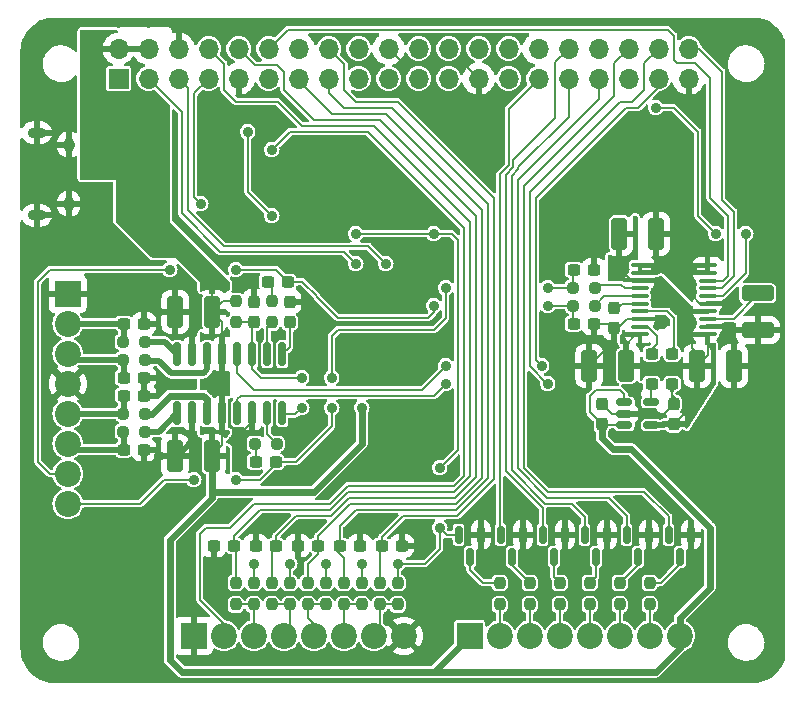
<source format=gbl>
G04 #@! TF.GenerationSoftware,KiCad,Pcbnew,(6.0.6)*
G04 #@! TF.CreationDate,2022-08-21T21:59:20+02:00*
G04 #@! TF.ProjectId,Phoniebox,50686f6e-6965-4626-9f78-2e6b69636164,rev?*
G04 #@! TF.SameCoordinates,Original*
G04 #@! TF.FileFunction,Copper,L2,Bot*
G04 #@! TF.FilePolarity,Positive*
%FSLAX46Y46*%
G04 Gerber Fmt 4.6, Leading zero omitted, Abs format (unit mm)*
G04 Created by KiCad (PCBNEW (6.0.6)) date 2022-08-21 21:59:20*
%MOMM*%
%LPD*%
G01*
G04 APERTURE LIST*
G04 Aperture macros list*
%AMRoundRect*
0 Rectangle with rounded corners*
0 $1 Rounding radius*
0 $2 $3 $4 $5 $6 $7 $8 $9 X,Y pos of 4 corners*
0 Add a 4 corners polygon primitive as box body*
4,1,4,$2,$3,$4,$5,$6,$7,$8,$9,$2,$3,0*
0 Add four circle primitives for the rounded corners*
1,1,$1+$1,$2,$3*
1,1,$1+$1,$4,$5*
1,1,$1+$1,$6,$7*
1,1,$1+$1,$8,$9*
0 Add four rect primitives between the rounded corners*
20,1,$1+$1,$2,$3,$4,$5,0*
20,1,$1+$1,$4,$5,$6,$7,0*
20,1,$1+$1,$6,$7,$8,$9,0*
20,1,$1+$1,$8,$9,$2,$3,0*%
G04 Aperture macros list end*
G04 #@! TA.AperFunction,ComponentPad*
%ADD10R,2.200000X2.200000*%
G04 #@! TD*
G04 #@! TA.AperFunction,ComponentPad*
%ADD11C,2.200000*%
G04 #@! TD*
G04 #@! TA.AperFunction,ComponentPad*
%ADD12O,0.950000X1.250000*%
G04 #@! TD*
G04 #@! TA.AperFunction,ComponentPad*
%ADD13O,1.550000X0.890000*%
G04 #@! TD*
G04 #@! TA.AperFunction,ComponentPad*
%ADD14R,1.700000X1.700000*%
G04 #@! TD*
G04 #@! TA.AperFunction,ComponentPad*
%ADD15O,1.700000X1.700000*%
G04 #@! TD*
G04 #@! TA.AperFunction,SMDPad,CuDef*
%ADD16RoundRect,0.237500X0.237500X-0.300000X0.237500X0.300000X-0.237500X0.300000X-0.237500X-0.300000X0*%
G04 #@! TD*
G04 #@! TA.AperFunction,SMDPad,CuDef*
%ADD17RoundRect,0.237500X0.300000X0.237500X-0.300000X0.237500X-0.300000X-0.237500X0.300000X-0.237500X0*%
G04 #@! TD*
G04 #@! TA.AperFunction,SMDPad,CuDef*
%ADD18RoundRect,0.237500X-0.237500X0.250000X-0.237500X-0.250000X0.237500X-0.250000X0.237500X0.250000X0*%
G04 #@! TD*
G04 #@! TA.AperFunction,SMDPad,CuDef*
%ADD19RoundRect,0.150000X-0.150000X0.587500X-0.150000X-0.587500X0.150000X-0.587500X0.150000X0.587500X0*%
G04 #@! TD*
G04 #@! TA.AperFunction,SMDPad,CuDef*
%ADD20RoundRect,0.237500X-0.300000X-0.237500X0.300000X-0.237500X0.300000X0.237500X-0.300000X0.237500X0*%
G04 #@! TD*
G04 #@! TA.AperFunction,SMDPad,CuDef*
%ADD21RoundRect,0.237500X-0.237500X0.300000X-0.237500X-0.300000X0.237500X-0.300000X0.237500X0.300000X0*%
G04 #@! TD*
G04 #@! TA.AperFunction,SMDPad,CuDef*
%ADD22RoundRect,0.237500X0.250000X0.237500X-0.250000X0.237500X-0.250000X-0.237500X0.250000X-0.237500X0*%
G04 #@! TD*
G04 #@! TA.AperFunction,SMDPad,CuDef*
%ADD23RoundRect,0.250000X-0.412500X-1.100000X0.412500X-1.100000X0.412500X1.100000X-0.412500X1.100000X0*%
G04 #@! TD*
G04 #@! TA.AperFunction,SMDPad,CuDef*
%ADD24RoundRect,0.237500X0.237500X-0.250000X0.237500X0.250000X-0.237500X0.250000X-0.237500X-0.250000X0*%
G04 #@! TD*
G04 #@! TA.AperFunction,SMDPad,CuDef*
%ADD25RoundRect,0.100000X-0.637500X-0.100000X0.637500X-0.100000X0.637500X0.100000X-0.637500X0.100000X0*%
G04 #@! TD*
G04 #@! TA.AperFunction,SMDPad,CuDef*
%ADD26RoundRect,0.150000X-0.150000X0.850000X-0.150000X-0.850000X0.150000X-0.850000X0.150000X0.850000X0*%
G04 #@! TD*
G04 #@! TA.AperFunction,SMDPad,CuDef*
%ADD27RoundRect,0.250000X0.412500X1.100000X-0.412500X1.100000X-0.412500X-1.100000X0.412500X-1.100000X0*%
G04 #@! TD*
G04 #@! TA.AperFunction,SMDPad,CuDef*
%ADD28RoundRect,0.150000X-0.512500X-0.150000X0.512500X-0.150000X0.512500X0.150000X-0.512500X0.150000X0*%
G04 #@! TD*
G04 #@! TA.AperFunction,SMDPad,CuDef*
%ADD29RoundRect,0.250000X-1.100000X0.412500X-1.100000X-0.412500X1.100000X-0.412500X1.100000X0.412500X0*%
G04 #@! TD*
G04 #@! TA.AperFunction,SMDPad,CuDef*
%ADD30RoundRect,0.237500X-0.250000X-0.237500X0.250000X-0.237500X0.250000X0.237500X-0.250000X0.237500X0*%
G04 #@! TD*
G04 #@! TA.AperFunction,ViaPad*
%ADD31C,0.900000*%
G04 #@! TD*
G04 #@! TA.AperFunction,Conductor*
%ADD32C,0.200000*%
G04 #@! TD*
G04 #@! TA.AperFunction,Conductor*
%ADD33C,0.500000*%
G04 #@! TD*
G04 #@! TA.AperFunction,Conductor*
%ADD34C,0.600000*%
G04 #@! TD*
G04 APERTURE END LIST*
D10*
X104064000Y-66980000D03*
D11*
X104064000Y-69520000D03*
X104064000Y-72060000D03*
X104064000Y-74600000D03*
X104064000Y-77140000D03*
X104064000Y-79680000D03*
X104064000Y-82220000D03*
X104064000Y-84760000D03*
D12*
X104150972Y-59349958D03*
D13*
X101450972Y-60349958D03*
D12*
X104150972Y-54349958D03*
D13*
X101450972Y-53349958D03*
D10*
X114732000Y-95936000D03*
D11*
X117272000Y-95936000D03*
X119812000Y-95936000D03*
X122352000Y-95936000D03*
X124892000Y-95936000D03*
X127432000Y-95936000D03*
X129972000Y-95936000D03*
X132512000Y-95936000D03*
D10*
X138100000Y-95936000D03*
D11*
X140640000Y-95936000D03*
X143180000Y-95936000D03*
X145720000Y-95936000D03*
X148260000Y-95936000D03*
X150800000Y-95936000D03*
X153340000Y-95936000D03*
X155880000Y-95936000D03*
D14*
X108370000Y-48770000D03*
D15*
X108370000Y-46230000D03*
X110910000Y-48770000D03*
X110910000Y-46230000D03*
X113450000Y-48770000D03*
X113450000Y-46230000D03*
X115990000Y-48770000D03*
X115990000Y-46230000D03*
X118530000Y-48770000D03*
X118530000Y-46230000D03*
X121070000Y-48770000D03*
X121070000Y-46230000D03*
X123610000Y-48770000D03*
X123610000Y-46230000D03*
X126150000Y-48770000D03*
X126150000Y-46230000D03*
X128690000Y-48770000D03*
X128690000Y-46230000D03*
X131230000Y-48770000D03*
X131230000Y-46230000D03*
X133770000Y-48770000D03*
X133770000Y-46230000D03*
X136310000Y-48770000D03*
X136310000Y-46230000D03*
X138850000Y-48770000D03*
X138850000Y-46230000D03*
X141390000Y-48770000D03*
X141390000Y-46230000D03*
X143930000Y-48770000D03*
X143930000Y-46230000D03*
X146470000Y-48770000D03*
X146470000Y-46230000D03*
X149010000Y-48770000D03*
X149010000Y-46230000D03*
X151550000Y-48770000D03*
X151550000Y-46230000D03*
X154090000Y-48770000D03*
X154090000Y-46230000D03*
X156630000Y-48770000D03*
X156630000Y-46230000D03*
D16*
X122860000Y-69366500D03*
X122860000Y-67641500D03*
D17*
X148614500Y-69520000D03*
X146889500Y-69520000D03*
D18*
X130480000Y-91467500D03*
X130480000Y-93292500D03*
D19*
X140706000Y-87378500D03*
X142606000Y-87378500D03*
X141656000Y-89253500D03*
D20*
X108789500Y-75616000D03*
X110514500Y-75616000D03*
D21*
X119812000Y-67641500D03*
X119812000Y-69366500D03*
D22*
X110564500Y-78664000D03*
X108739500Y-78664000D03*
D23*
X150761500Y-61900000D03*
X153886500Y-61900000D03*
D19*
X154930000Y-87378500D03*
X156830000Y-87378500D03*
X155880000Y-89253500D03*
D18*
X153340000Y-91467500D03*
X153340000Y-93292500D03*
D24*
X128956000Y-93292500D03*
X128956000Y-91467500D03*
D22*
X110564500Y-72568000D03*
X108739500Y-72568000D03*
D18*
X145720000Y-91467500D03*
X145720000Y-93292500D03*
D24*
X132004000Y-93292500D03*
X132004000Y-91467500D03*
D25*
X152509500Y-70413000D03*
X152509500Y-69763000D03*
X152509500Y-69113000D03*
X152509500Y-68463000D03*
X152509500Y-67813000D03*
X152509500Y-67163000D03*
X152509500Y-66513000D03*
X152509500Y-65863000D03*
X152509500Y-65213000D03*
X152509500Y-64563000D03*
X158234500Y-64563000D03*
X158234500Y-65213000D03*
X158234500Y-65863000D03*
X158234500Y-66513000D03*
X158234500Y-67163000D03*
X158234500Y-67813000D03*
X158234500Y-68463000D03*
X158234500Y-69113000D03*
X158234500Y-69763000D03*
X158234500Y-70413000D03*
D21*
X149276000Y-76277500D03*
X149276000Y-78002500D03*
D19*
X147818000Y-87378500D03*
X149718000Y-87378500D03*
X148768000Y-89253500D03*
X144262000Y-87378500D03*
X146162000Y-87378500D03*
X145212000Y-89253500D03*
D23*
X157365500Y-73076000D03*
X160490500Y-73076000D03*
D26*
X113335000Y-72100000D03*
X114605000Y-72100000D03*
X115875000Y-72100000D03*
X117145000Y-72100000D03*
X118415000Y-72100000D03*
X119685000Y-72100000D03*
X120955000Y-72100000D03*
X122225000Y-72100000D03*
X122225000Y-77100000D03*
X120955000Y-77100000D03*
X119685000Y-77100000D03*
X118415000Y-77100000D03*
X117145000Y-77100000D03*
X115875000Y-77100000D03*
X114605000Y-77100000D03*
X113335000Y-77100000D03*
D27*
X151346500Y-73076000D03*
X148221500Y-73076000D03*
D24*
X119812000Y-93292500D03*
X119812000Y-91467500D03*
D17*
X125246500Y-88316000D03*
X123521500Y-88316000D03*
D28*
X151186500Y-78090000D03*
X151186500Y-77140000D03*
X151186500Y-76190000D03*
X153461500Y-76190000D03*
X153461500Y-78090000D03*
D17*
X121690500Y-88316000D03*
X119965500Y-88316000D03*
D21*
X155372000Y-76277500D03*
X155372000Y-78002500D03*
D22*
X110564500Y-71044000D03*
X108739500Y-71044000D03*
D21*
X150292000Y-68149500D03*
X150292000Y-69874500D03*
D18*
X124384000Y-91467500D03*
X124384000Y-93292500D03*
D17*
X155218500Y-74600000D03*
X153493500Y-74600000D03*
D18*
X140640000Y-91467500D03*
X140640000Y-93292500D03*
D27*
X116294500Y-68504000D03*
X113169500Y-68504000D03*
D22*
X148664500Y-67996000D03*
X146839500Y-67996000D03*
D17*
X122706500Y-65964000D03*
X120981500Y-65964000D03*
D20*
X127077500Y-88316000D03*
X128802500Y-88316000D03*
D18*
X121336000Y-91467500D03*
X121336000Y-93292500D03*
X143180000Y-91467500D03*
X143180000Y-93292500D03*
D24*
X125908000Y-93292500D03*
X125908000Y-91467500D03*
D20*
X108789500Y-74092000D03*
X110514500Y-74092000D03*
D18*
X121336000Y-67591500D03*
X121336000Y-69416500D03*
D20*
X108789500Y-69520000D03*
X110514500Y-69520000D03*
D19*
X137150000Y-87378500D03*
X139050000Y-87378500D03*
X138100000Y-89253500D03*
D18*
X150800000Y-91467500D03*
X150800000Y-93292500D03*
X118288000Y-91467500D03*
X118288000Y-93292500D03*
X148260000Y-91467500D03*
X148260000Y-93292500D03*
D17*
X118134500Y-88316000D03*
X116409500Y-88316000D03*
D20*
X130633500Y-88316000D03*
X132358500Y-88316000D03*
D19*
X151374000Y-87378500D03*
X153274000Y-87378500D03*
X152324000Y-89253500D03*
D17*
X121690500Y-81204000D03*
X119965500Y-81204000D03*
D24*
X122860000Y-93292500D03*
X122860000Y-91467500D03*
D20*
X153493500Y-72060000D03*
X155218500Y-72060000D03*
D27*
X116256000Y-80696000D03*
X113131000Y-80696000D03*
D20*
X108789500Y-80188000D03*
X110514500Y-80188000D03*
D18*
X127432000Y-91467500D03*
X127432000Y-93292500D03*
D24*
X118288000Y-69416500D03*
X118288000Y-67591500D03*
D29*
X162484000Y-66941500D03*
X162484000Y-70066500D03*
D22*
X148664500Y-66472000D03*
X146839500Y-66472000D03*
D20*
X146889500Y-64948000D03*
X148614500Y-64948000D03*
D22*
X110564500Y-77140000D03*
X108739500Y-77140000D03*
D30*
X119915500Y-79680000D03*
X121740500Y-79680000D03*
D31*
X153848000Y-59360000D03*
X144704000Y-81204000D03*
X111747500Y-80696000D03*
X118097500Y-79426000D03*
X146228000Y-72060000D03*
X153340000Y-89332000D03*
X132512000Y-72060000D03*
X128956000Y-86792000D03*
X156896000Y-89332000D03*
X126416000Y-80188000D03*
X112192000Y-74657529D03*
X142672000Y-89332000D03*
X106604000Y-83236000D03*
X153848000Y-64948000D03*
X125400000Y-64948000D03*
X117780000Y-60884000D03*
X119304000Y-65964000D03*
X139116000Y-89332000D03*
X161976000Y-52375000D03*
X106604000Y-78664000D03*
X130480000Y-81204000D03*
X124892000Y-71552000D03*
X156896000Y-64948000D03*
X116764000Y-51740000D03*
X154356000Y-69520000D03*
X148768000Y-63424000D03*
X132512000Y-59360000D03*
X160452000Y-57836000D03*
X132512000Y-86792000D03*
X133020000Y-67488000D03*
X123876000Y-86792000D03*
X104445000Y-90475000D03*
X111684000Y-68504000D03*
X146228000Y-89332000D03*
X159944000Y-70028000D03*
X106604000Y-71044000D03*
X159944000Y-67996000D03*
X123876000Y-78156000D03*
X101270000Y-84760000D03*
X148260000Y-80696000D03*
X140640000Y-55804000D03*
X120320000Y-86792000D03*
X116256000Y-89840000D03*
X162992000Y-77013000D03*
X124384000Y-67488000D03*
X149784000Y-89332000D03*
X155880000Y-54280000D03*
X160452000Y-90348000D03*
X146725922Y-57314654D03*
X138608000Y-51232000D03*
X162484000Y-73076000D03*
X108128000Y-56312000D03*
X128956000Y-76632000D03*
X119304000Y-53264000D03*
X121336000Y-60376000D03*
X109652000Y-56312000D03*
X122860000Y-89840000D03*
X135052000Y-61900000D03*
X132004000Y-89840000D03*
X135560000Y-86792000D03*
X128956000Y-89840000D03*
X119812000Y-89840000D03*
X125908000Y-89840000D03*
X135560000Y-81712000D03*
X128448000Y-61900000D03*
X112700000Y-64948000D03*
X144704000Y-67996000D03*
X135052000Y-67996000D03*
X118288000Y-64948000D03*
X118288000Y-82728000D03*
X114732000Y-82728000D03*
X126416000Y-76632000D03*
X144704000Y-66472000D03*
X126416000Y-74092000D03*
X136068000Y-66472000D03*
X123876000Y-76632000D03*
X123876000Y-74092000D03*
X121336000Y-54788000D03*
X161468000Y-61900000D03*
X153848000Y-51232000D03*
X158928000Y-61900000D03*
X128448000Y-64440000D03*
X130988000Y-64440000D03*
X115327500Y-59360500D03*
X144196000Y-73076000D03*
X136068000Y-73076000D03*
X144704000Y-74600000D03*
X136068000Y-74600000D03*
D32*
X150064500Y-70028000D02*
X150292000Y-70255500D01*
X151186500Y-77140000D02*
X150138500Y-77140000D01*
X154509500Y-77140000D02*
X155372000Y-76277500D01*
X132358500Y-88316000D02*
X132358500Y-86945500D01*
X116409500Y-89686500D02*
X116256000Y-89840000D01*
X157581315Y-67813000D02*
X158234500Y-67813000D01*
X153848000Y-64948000D02*
X153759500Y-64859500D01*
X142672000Y-87444500D02*
X142606000Y-87378500D01*
X149937500Y-69520000D02*
X150292000Y-69874500D01*
X153583000Y-65213000D02*
X152509500Y-65213000D01*
X119812000Y-67641500D02*
X119812000Y-66472000D01*
X153848000Y-64948000D02*
X153583000Y-65213000D01*
X153848000Y-64948000D02*
X153463000Y-64563000D01*
X149784000Y-87444500D02*
X149718000Y-87378500D01*
X128802500Y-88316000D02*
X128802500Y-86945500D01*
X138608000Y-51232000D02*
X138850000Y-50990000D01*
X159944000Y-67996000D02*
X159761000Y-67813000D01*
X156896000Y-64948000D02*
X156896000Y-67127685D01*
X153463000Y-64563000D02*
X152509500Y-64563000D01*
X151434500Y-69113000D02*
X150292000Y-70255500D01*
X119965500Y-87146500D02*
X120320000Y-86792000D01*
X152509500Y-69113000D02*
X151434500Y-69113000D01*
X153759500Y-64859500D02*
X153759500Y-61773000D01*
X155218500Y-74600000D02*
X155218500Y-76124000D01*
X116409500Y-88316000D02*
X116409500Y-89686500D01*
X123013500Y-67488000D02*
X122860000Y-67641500D01*
X156896000Y-89332000D02*
X156896000Y-87444500D01*
X159761000Y-67813000D02*
X158234500Y-67813000D01*
X138850000Y-50990000D02*
X138850000Y-48770000D01*
X149784000Y-89332000D02*
X149784000Y-87444500D01*
X150292000Y-70255500D02*
X150292000Y-71005500D01*
X119685000Y-77838500D02*
X118097500Y-79426000D01*
X139116000Y-87444500D02*
X139050000Y-87378500D01*
X128802500Y-86945500D02*
X128956000Y-86792000D01*
X138850000Y-48770000D02*
X137469656Y-47389656D01*
X124384000Y-67488000D02*
X123013500Y-67488000D01*
X153340000Y-89332000D02*
X153340000Y-87444500D01*
X132389656Y-47389656D02*
X131230000Y-46230000D01*
X155218500Y-76124000D02*
X155372000Y-76277500D01*
X159944000Y-70028000D02*
X159679000Y-69763000D01*
X157161000Y-65213000D02*
X158234500Y-65213000D01*
X153949000Y-69113000D02*
X152509500Y-69113000D01*
X148614500Y-69520000D02*
X149937500Y-69520000D01*
X123521500Y-87146500D02*
X123876000Y-86792000D01*
X156896000Y-67127685D02*
X157581315Y-67813000D01*
X119685000Y-77163500D02*
X119685000Y-77838500D01*
X154356000Y-69520000D02*
X153949000Y-69113000D01*
D33*
X114605000Y-77163500D02*
X114605000Y-79451000D01*
D32*
X153340000Y-87444500D02*
X153274000Y-87378500D01*
D33*
X114605000Y-79451000D02*
X113360000Y-80696000D01*
D32*
X159679000Y-69763000D02*
X158234500Y-69763000D01*
X156896000Y-87444500D02*
X156830000Y-87378500D01*
X150138500Y-77140000D02*
X149276000Y-76277500D01*
X139116000Y-89332000D02*
X139116000Y-87444500D01*
X142672000Y-89332000D02*
X142672000Y-87444500D01*
X157281000Y-64563000D02*
X158234500Y-64563000D01*
X119965500Y-88316000D02*
X119965500Y-87146500D01*
X123521500Y-88316000D02*
X123521500Y-87146500D01*
X137469656Y-47389656D02*
X132389656Y-47389656D01*
X156896000Y-64948000D02*
X157281000Y-64563000D01*
X156896000Y-64948000D02*
X157161000Y-65213000D01*
X119812000Y-66472000D02*
X119304000Y-65964000D01*
X132358500Y-86945500D02*
X132512000Y-86792000D01*
X150292000Y-71005500D02*
X148094500Y-73203000D01*
X151186500Y-77140000D02*
X154509500Y-77140000D01*
D33*
X108789500Y-69520000D02*
X104064000Y-69520000D01*
X108789500Y-69520000D02*
X108789500Y-70994000D01*
X108789500Y-70994000D02*
X108739500Y-71044000D01*
X108789500Y-74092000D02*
X108789500Y-72618000D01*
X108739500Y-72568000D02*
X104572000Y-72568000D01*
X104572000Y-72568000D02*
X104064000Y-72060000D01*
X108789500Y-77090000D02*
X108739500Y-77140000D01*
X108739500Y-77140000D02*
X104064000Y-77140000D01*
X108789500Y-75616000D02*
X108789500Y-77090000D01*
X104572000Y-80188000D02*
X108789500Y-80188000D01*
X108789500Y-78714000D02*
X108739500Y-78664000D01*
X104064000Y-79680000D02*
X104572000Y-80188000D01*
X108789500Y-80188000D02*
X108789500Y-78714000D01*
D32*
X141790000Y-55670000D02*
X145320000Y-52140000D01*
X145320000Y-52140000D02*
X145320000Y-47380000D01*
X141148000Y-56922346D02*
X141790000Y-56280346D01*
X141148000Y-81994843D02*
X141148000Y-56922346D01*
X145320000Y-47380000D02*
X146470000Y-46230000D01*
X144262000Y-85108843D02*
X141148000Y-81994843D01*
X141790000Y-56280346D02*
X141790000Y-55670000D01*
X144262000Y-87378500D02*
X144262000Y-85108843D01*
X144646314Y-84252000D02*
X142164000Y-81769686D01*
X149850000Y-84252000D02*
X144646314Y-84252000D01*
X151374000Y-87378500D02*
X151374000Y-85776000D01*
X142164000Y-57328000D02*
X149010000Y-50482000D01*
X149010000Y-50482000D02*
X149010000Y-48770000D01*
X142164000Y-81769686D02*
X142164000Y-57328000D01*
X151374000Y-85776000D02*
X149850000Y-84252000D01*
X142672000Y-57836000D02*
X150292000Y-50216000D01*
X152832000Y-83744000D02*
X144704000Y-83744000D01*
X150292000Y-47488000D02*
X151550000Y-46230000D01*
X150292000Y-50216000D02*
X150292000Y-47488000D01*
X154930000Y-85842000D02*
X152832000Y-83744000D01*
X142672000Y-81712000D02*
X142672000Y-57836000D01*
X144704000Y-83744000D02*
X142672000Y-81712000D01*
X154930000Y-87378500D02*
X154930000Y-85842000D01*
X128448000Y-85268000D02*
X136968628Y-85268000D01*
X127077500Y-86638500D02*
X128448000Y-85268000D01*
X131496000Y-51232000D02*
X127432000Y-51232000D01*
X136968628Y-85268000D02*
X139624000Y-82612628D01*
X126924000Y-88469500D02*
X127077500Y-88316000D01*
X126924000Y-88824000D02*
X126924000Y-88469500D01*
X127432000Y-89332000D02*
X126924000Y-88824000D01*
X127077500Y-88316000D02*
X127077500Y-86638500D01*
X127432000Y-51232000D02*
X126150000Y-49950000D01*
X127432000Y-91467500D02*
X127432000Y-89332000D01*
X139624000Y-59360000D02*
X131496000Y-51232000D01*
X126150000Y-49950000D02*
X126150000Y-48770000D01*
X139624000Y-82612628D02*
X139624000Y-59360000D01*
D34*
X151750000Y-80122000D02*
X150226000Y-80122000D01*
D32*
X118288000Y-67591500D02*
X117207000Y-67591500D01*
D34*
X150226000Y-80122000D02*
X149276000Y-79172000D01*
X128956000Y-76632000D02*
X128956000Y-79680000D01*
D32*
X151186500Y-78090000D02*
X149363500Y-78090000D01*
X151186500Y-75494500D02*
X150800000Y-75108000D01*
D34*
X158420000Y-86792000D02*
X151750000Y-80122000D01*
D32*
X151186500Y-76190000D02*
X151186500Y-75494500D01*
X148768000Y-75108000D02*
X148260000Y-75616000D01*
D34*
X116256000Y-84252000D02*
X112700000Y-87808000D01*
D32*
X117145000Y-77100000D02*
X117145000Y-72100000D01*
D34*
X155880000Y-95936000D02*
X155880000Y-94412000D01*
X155880000Y-94412000D02*
X158420000Y-91872000D01*
X155880000Y-96952000D02*
X155880000Y-95936000D01*
X116256000Y-80696000D02*
X116256000Y-83744000D01*
D32*
X109652000Y-56312000D02*
X109652000Y-60884000D01*
X148260000Y-76986500D02*
X149276000Y-78002500D01*
X121336000Y-60376000D02*
X119304000Y-58344000D01*
X148260000Y-75616000D02*
X148260000Y-76986500D01*
X116294500Y-65494500D02*
X116294500Y-68504000D01*
D34*
X158420000Y-91872000D02*
X158420000Y-86792000D01*
X113716000Y-98984000D02*
X135052000Y-98984000D01*
D32*
X117145000Y-69354500D02*
X116294500Y-68504000D01*
X113716000Y-62916000D02*
X116294500Y-65494500D01*
D34*
X135052000Y-98984000D02*
X138100000Y-95936000D01*
X112700000Y-87808000D02*
X112700000Y-97968000D01*
D32*
X117145000Y-72100000D02*
X117145000Y-69354500D01*
D34*
X149276000Y-79172000D02*
X149276000Y-78002500D01*
X135052000Y-98984000D02*
X153848000Y-98984000D01*
D32*
X150800000Y-75108000D02*
X148768000Y-75108000D01*
D34*
X112700000Y-97968000D02*
X113716000Y-98984000D01*
X128956000Y-79680000D02*
X124892000Y-83744000D01*
D32*
X117207000Y-67591500D02*
X116294500Y-68504000D01*
X117145000Y-79807000D02*
X116256000Y-80696000D01*
D34*
X116256000Y-83744000D02*
X116256000Y-84252000D01*
D32*
X109652000Y-60884000D02*
X111684000Y-62916000D01*
D34*
X124892000Y-83744000D02*
X116256000Y-83744000D01*
D32*
X117145000Y-77100000D02*
X117145000Y-79807000D01*
X111684000Y-62916000D02*
X113716000Y-62916000D01*
D34*
X153848000Y-98984000D02*
X155880000Y-96952000D01*
D32*
X149363500Y-78090000D02*
X149276000Y-78002500D01*
X119304000Y-58344000D02*
X119304000Y-53264000D01*
X122860000Y-91467500D02*
X122860000Y-89840000D01*
X134290000Y-89840000D02*
X132004000Y-89840000D01*
X135560000Y-81712000D02*
X137084000Y-80188000D01*
X132004000Y-91467500D02*
X132004000Y-89840000D01*
X136146500Y-87378500D02*
X135560000Y-86792000D01*
X128956000Y-91467500D02*
X128956000Y-89840000D01*
X137084000Y-62408000D02*
X136576000Y-61900000D01*
X136576000Y-61900000D02*
X135052000Y-61900000D01*
X137084000Y-80188000D02*
X137084000Y-62408000D01*
X125908000Y-91467500D02*
X125908000Y-89840000D01*
X135052000Y-61900000D02*
X128448000Y-61900000D01*
X119812000Y-91467500D02*
X119812000Y-89840000D01*
X137150000Y-87378500D02*
X136146500Y-87378500D01*
X135560000Y-88570000D02*
X134290000Y-89840000D01*
X135560000Y-86792000D02*
X135560000Y-88570000D01*
X121690500Y-64948000D02*
X122706500Y-65964000D01*
X135052000Y-68504000D02*
X134544000Y-69012000D01*
X126924000Y-69012000D02*
X125134000Y-67222000D01*
X125134000Y-67222000D02*
X125134000Y-67177339D01*
X102540000Y-64948000D02*
X101524000Y-65964000D01*
X101524000Y-65964000D02*
X101524000Y-81204000D01*
X146839500Y-67996000D02*
X144704000Y-67996000D01*
X123920661Y-65964000D02*
X122706500Y-65964000D01*
X146839500Y-67996000D02*
X146839500Y-69470000D01*
X134544000Y-69012000D02*
X126924000Y-69012000D01*
X112700000Y-64948000D02*
X102540000Y-64948000D01*
X118288000Y-64948000D02*
X121690500Y-64948000D01*
X101524000Y-81204000D02*
X102540000Y-82220000D01*
X146839500Y-69470000D02*
X146889500Y-69520000D01*
X135052000Y-67996000D02*
X135052000Y-68504000D01*
X102540000Y-82220000D02*
X104064000Y-82220000D01*
X125134000Y-67177339D02*
X123920661Y-65964000D01*
X121336000Y-66318500D02*
X120981500Y-65964000D01*
X121336000Y-67591500D02*
X121336000Y-66318500D01*
X123368000Y-81204000D02*
X126416000Y-78156000D01*
X146839500Y-64998000D02*
X146889500Y-64948000D01*
X112192000Y-82728000D02*
X110160000Y-84760000D01*
X120320000Y-82728000D02*
X118288000Y-82728000D01*
X126416000Y-70536000D02*
X126924000Y-70028000D01*
X126416000Y-74092000D02*
X126416000Y-70536000D01*
X121690500Y-81357500D02*
X121690500Y-81204000D01*
X114732000Y-82728000D02*
X112192000Y-82728000D01*
X126924000Y-70028000D02*
X135052000Y-70028000D01*
X121690500Y-81204000D02*
X123368000Y-81204000D01*
X136068000Y-69012000D02*
X136068000Y-66472000D01*
X146839500Y-66472000D02*
X144704000Y-66472000D01*
X135052000Y-70028000D02*
X136068000Y-69012000D01*
X126416000Y-78156000D02*
X126416000Y-76632000D01*
X120320000Y-82728000D02*
X121690500Y-81357500D01*
X110160000Y-84760000D02*
X104064000Y-84760000D01*
X146839500Y-66472000D02*
X146839500Y-64998000D01*
X119965500Y-79730000D02*
X119915500Y-79680000D01*
X119965500Y-81204000D02*
X119965500Y-79730000D01*
X119685000Y-73393500D02*
X119685000Y-72163500D01*
X119685000Y-69493500D02*
X119812000Y-69366500D01*
X120383500Y-74092000D02*
X119685000Y-73393500D01*
X118288000Y-69416500D02*
X119762000Y-69416500D01*
X123876000Y-76632000D02*
X123344500Y-77163500D01*
X123344500Y-77163500D02*
X122225000Y-77163500D01*
X123876000Y-74092000D02*
X120383500Y-74092000D01*
X119685000Y-72100000D02*
X119685000Y-69493500D01*
X119762000Y-69416500D02*
X119812000Y-69366500D01*
X122860000Y-69366500D02*
X122860000Y-71465000D01*
X122860000Y-71465000D02*
X122225000Y-72100000D01*
X151009500Y-67813000D02*
X150292000Y-68530500D01*
X152509500Y-67813000D02*
X151009500Y-67813000D01*
X160439500Y-69113000D02*
X162357000Y-67195500D01*
X158234500Y-69113000D02*
X160439500Y-69113000D01*
D33*
X112279000Y-71044000D02*
X113335000Y-72100000D01*
X110564500Y-71044000D02*
X112279000Y-71044000D01*
X115875000Y-72163500D02*
X115875000Y-73393500D01*
X115875000Y-73393500D02*
X115557500Y-73711000D01*
X112827000Y-73711000D02*
X111776000Y-72660000D01*
X115557500Y-73711000D02*
X112827000Y-73711000D01*
X111776000Y-72660000D02*
X110564500Y-72660000D01*
D32*
X117272000Y-94920000D02*
X117272000Y-95936000D01*
X117780000Y-86792000D02*
X115748000Y-86792000D01*
X136737884Y-83236000D02*
X137592000Y-82381884D01*
X115240000Y-87300000D02*
X115240000Y-92888000D01*
X127766943Y-83236000D02*
X126242943Y-84760000D01*
X129464000Y-53264000D02*
X137592000Y-61392000D01*
X121336000Y-54788000D02*
X122860000Y-53264000D01*
X122860000Y-53264000D02*
X129464000Y-53264000D01*
X119812000Y-84760000D02*
X117780000Y-86792000D01*
X115240000Y-92888000D02*
X117272000Y-94920000D01*
X115748000Y-86792000D02*
X115240000Y-87300000D01*
X126242943Y-84760000D02*
X119812000Y-84760000D01*
X137592000Y-61392000D02*
X137592000Y-82381884D01*
X136737884Y-83236000D02*
X127766943Y-83236000D01*
X119812000Y-93292500D02*
X118288000Y-93292500D01*
X119812000Y-95936000D02*
X119812000Y-93292500D01*
X122860000Y-95428000D02*
X122860000Y-93292500D01*
X122860000Y-93292500D02*
X121336000Y-93292500D01*
X122352000Y-95936000D02*
X122860000Y-95428000D01*
X124892000Y-95936000D02*
X124892000Y-94920000D01*
X124384000Y-93292500D02*
X125908000Y-93292500D01*
X124384000Y-94412000D02*
X124384000Y-93292500D01*
X124892000Y-94920000D02*
X124384000Y-94412000D01*
X127432000Y-93292500D02*
X128956000Y-93292500D01*
X127432000Y-95936000D02*
X127432000Y-93292500D01*
X129972000Y-95936000D02*
X130480000Y-95428000D01*
X130480000Y-95428000D02*
X130480000Y-93292500D01*
X130480000Y-93292500D02*
X132004000Y-93292500D01*
X140640000Y-95936000D02*
X140640000Y-93292500D01*
D34*
X112716000Y-75600000D02*
X111176000Y-77140000D01*
X115875000Y-77163500D02*
X115875000Y-75933500D01*
X111176000Y-77140000D02*
X110564500Y-77140000D01*
X115875000Y-75933500D02*
X115541500Y-75600000D01*
X115541500Y-75600000D02*
X112716000Y-75600000D01*
D33*
X110564500Y-78664000D02*
X111771000Y-78664000D01*
X111771000Y-78664000D02*
X113335000Y-77100000D01*
D32*
X155284500Y-78090000D02*
X155372000Y-78002500D01*
X152509500Y-65863000D02*
X151856315Y-65863000D01*
X152509500Y-65863000D02*
X154255000Y-65863000D01*
X157365500Y-73076000D02*
X158234500Y-72207000D01*
X157404000Y-75956000D02*
X155372000Y-77988000D01*
X156896000Y-71552000D02*
X156896000Y-68504000D01*
X157365500Y-72021500D02*
X156896000Y-71552000D01*
X153461500Y-78090000D02*
X155284500Y-78090000D01*
X152193000Y-70413000D02*
X152509500Y-70413000D01*
X157365500Y-73076000D02*
X157365500Y-72021500D01*
X158193500Y-68504000D02*
X158234500Y-68463000D01*
X156896000Y-68504000D02*
X158193500Y-68504000D01*
X150634500Y-64641185D02*
X150634500Y-61773000D01*
X157404000Y-73368500D02*
X157238500Y-73203000D01*
X158234500Y-72207000D02*
X158234500Y-70413000D01*
X151856315Y-65863000D02*
X150634500Y-64641185D01*
X151219500Y-73203000D02*
X151219500Y-71386500D01*
X154255000Y-65863000D02*
X156896000Y-68504000D01*
X157238500Y-73203000D02*
X151219500Y-73203000D01*
X151219500Y-71386500D02*
X152193000Y-70413000D01*
X155372000Y-77988000D02*
X155372000Y-78002500D01*
X157404000Y-75956000D02*
X157404000Y-73368500D01*
X153461500Y-74632000D02*
X153493500Y-74600000D01*
X153461500Y-76190000D02*
X153461500Y-74632000D01*
X153162685Y-69763000D02*
X153975000Y-70575315D01*
X153975000Y-70575315D02*
X153975000Y-71197500D01*
X153975000Y-71197500D02*
X153239500Y-71933000D01*
X152509500Y-69763000D02*
X153162685Y-69763000D01*
X152509500Y-68463000D02*
X154823000Y-68463000D01*
X154823000Y-68463000D02*
X155372000Y-69012000D01*
X155372000Y-71525500D02*
X154964500Y-71933000D01*
X155372000Y-69012000D02*
X155372000Y-71525500D01*
X120955000Y-72100000D02*
X120955000Y-69797500D01*
X120955000Y-69797500D02*
X121336000Y-69416500D01*
X120955000Y-77100000D02*
X120955000Y-78894500D01*
X120955000Y-78894500D02*
X121740500Y-79680000D01*
X143180000Y-95936000D02*
X143180000Y-93292500D01*
X145720000Y-95936000D02*
X145720000Y-93292500D01*
X148260000Y-95936000D02*
X148260000Y-93292500D01*
X150800000Y-95936000D02*
X150800000Y-93292500D01*
X153340000Y-95936000D02*
X153340000Y-93292500D01*
X152509500Y-67163000D02*
X149497500Y-67163000D01*
X149497500Y-67163000D02*
X148664500Y-67996000D01*
X152509500Y-66513000D02*
X151222000Y-66513000D01*
X151222000Y-66513000D02*
X150927000Y-66218000D01*
X150927000Y-66218000D02*
X148664500Y-66218000D01*
X159944000Y-60376000D02*
X159944000Y-65456000D01*
X159944000Y-65456000D02*
X159537000Y-65863000D01*
X155372000Y-47168000D02*
X155658822Y-47454822D01*
X158420000Y-48692000D02*
X158420000Y-58852000D01*
X157182822Y-47454822D02*
X158420000Y-48692000D01*
X121070000Y-46230000D02*
X122672000Y-44628000D01*
X155658822Y-47454822D02*
X157182822Y-47454822D01*
X159537000Y-65863000D02*
X158234500Y-65863000D01*
X154864000Y-44628000D02*
X155372000Y-45136000D01*
X122672000Y-44628000D02*
X154864000Y-44628000D01*
X155372000Y-45136000D02*
X155372000Y-47168000D01*
X158420000Y-58852000D02*
X159944000Y-60376000D01*
X160452000Y-65513685D02*
X160452000Y-60042625D01*
X158234500Y-66513000D02*
X159452685Y-66513000D01*
X159436000Y-59026625D02*
X159436000Y-48184000D01*
X159452685Y-66513000D02*
X160452000Y-65513685D01*
X160452000Y-60042625D02*
X159436000Y-59026625D01*
X159436000Y-48184000D02*
X157482000Y-46230000D01*
X157482000Y-46230000D02*
X156630000Y-46230000D01*
X161468000Y-65202000D02*
X159507000Y-67163000D01*
X158928000Y-61900000D02*
X157404000Y-60376000D01*
X161468000Y-61900000D02*
X161468000Y-65202000D01*
X157404000Y-60376000D02*
X157404000Y-53264000D01*
X157404000Y-53264000D02*
X155372000Y-51232000D01*
X159507000Y-67163000D02*
X158234500Y-67163000D01*
X155372000Y-51232000D02*
X153848000Y-51232000D01*
X132467339Y-85776000D02*
X137026314Y-85776000D01*
X130633500Y-88316000D02*
X130633500Y-87609839D01*
X140132000Y-58852000D02*
X132004000Y-50724000D01*
X127481656Y-49757656D02*
X127481656Y-47561656D01*
X127481656Y-47561656D02*
X126150000Y-46230000D01*
X128448000Y-50724000D02*
X127481656Y-49757656D01*
X137026314Y-85776000D02*
X140132000Y-82670314D01*
X130480000Y-88469500D02*
X130633500Y-88316000D01*
X132004000Y-50724000D02*
X128448000Y-50724000D01*
X130480000Y-91467500D02*
X130480000Y-88469500D01*
X130633500Y-87609839D02*
X132467339Y-85776000D01*
X140132000Y-82670314D02*
X140132000Y-58852000D01*
X124384000Y-91467500D02*
X124384000Y-89840000D01*
X127940000Y-84760000D02*
X136910942Y-84760000D01*
X139116000Y-59868000D02*
X130988000Y-51740000D01*
X124384000Y-89840000D02*
X125246500Y-88977500D01*
X125246500Y-87453500D02*
X127940000Y-84760000D01*
X126401578Y-51740000D02*
X123610000Y-48948422D01*
X123610000Y-48948422D02*
X123610000Y-48770000D01*
X130988000Y-51740000D02*
X126401578Y-51740000D01*
X139116000Y-82554942D02*
X139116000Y-59868000D01*
X125246500Y-88977500D02*
X125246500Y-88316000D01*
X125246500Y-88316000D02*
X125246500Y-87453500D01*
X136910942Y-84760000D02*
X139116000Y-82554942D01*
X113716000Y-51576000D02*
X110910000Y-48770000D01*
X116989157Y-63424000D02*
X113716000Y-60150843D01*
X113716000Y-60150843D02*
X113716000Y-51576000D01*
X127432000Y-63424000D02*
X128448000Y-64440000D01*
X116989157Y-63424000D02*
X127432000Y-63424000D01*
X114224000Y-59868000D02*
X114224000Y-49544000D01*
X117300843Y-62944843D02*
X114224000Y-59868000D01*
X130988000Y-64440000D02*
X129492843Y-62944843D01*
X114224000Y-49544000D02*
X113450000Y-48770000D01*
X129492843Y-62944843D02*
X117300843Y-62944843D01*
X140640000Y-87312500D02*
X140640000Y-56864661D01*
X141390000Y-56114661D02*
X141390000Y-51310000D01*
X140640000Y-56864661D02*
X141390000Y-56114661D01*
X140706000Y-87378500D02*
X140640000Y-87312500D01*
X141390000Y-51310000D02*
X143930000Y-48770000D01*
X144478843Y-84760000D02*
X141656000Y-81937157D01*
X146729750Y-84760000D02*
X144478843Y-84760000D01*
X147818000Y-87378500D02*
X147818000Y-85848250D01*
X142190000Y-56286000D02*
X146470000Y-52006000D01*
X141656000Y-56980032D02*
X142190000Y-56446032D01*
X142190000Y-56446032D02*
X142190000Y-56286000D01*
X147818000Y-85848250D02*
X146729750Y-84760000D01*
X146470000Y-52006000D02*
X146470000Y-48770000D01*
X141656000Y-81937157D02*
X141656000Y-56980032D01*
X121844000Y-50724000D02*
X118288000Y-50724000D01*
X138100000Y-82439570D02*
X138100000Y-60884000D01*
X118288000Y-88469500D02*
X118134500Y-88316000D01*
X118134500Y-87453500D02*
X120320000Y-85268000D01*
X127824629Y-83744000D02*
X136795570Y-83744000D01*
X138100000Y-60884000D02*
X129972000Y-52756000D01*
X123876000Y-52756000D02*
X121844000Y-50724000D01*
X117272000Y-49708000D02*
X117272000Y-47512000D01*
X120320000Y-85268000D02*
X126300629Y-85268000D01*
X129972000Y-52756000D02*
X123876000Y-52756000D01*
X136795570Y-83744000D02*
X138100000Y-82439570D01*
X126300629Y-85268000D02*
X127824629Y-83744000D01*
X117272000Y-47512000D02*
X115990000Y-46230000D01*
X118134500Y-88316000D02*
X118134500Y-87453500D01*
X118288000Y-91467500D02*
X118288000Y-88469500D01*
X118288000Y-50724000D02*
X117272000Y-49708000D01*
X121788000Y-47620000D02*
X119920000Y-47620000D01*
X130480000Y-52248000D02*
X124892000Y-52248000D01*
X136853256Y-84252000D02*
X138608000Y-82497256D01*
X138608000Y-60376000D02*
X130480000Y-52248000D01*
X121336000Y-88670500D02*
X121690500Y-88316000D01*
X122352000Y-49708000D02*
X122352000Y-48184000D01*
X127882315Y-84252000D02*
X136853256Y-84252000D01*
X124892000Y-52248000D02*
X122352000Y-49708000D01*
X138608000Y-82497256D02*
X138608000Y-60376000D01*
X121336000Y-91467500D02*
X121336000Y-88670500D01*
X122352000Y-48184000D02*
X121788000Y-47620000D01*
X119920000Y-47620000D02*
X118530000Y-46230000D01*
X121690500Y-87453500D02*
X123368000Y-85776000D01*
X126358315Y-85776000D02*
X127882315Y-84252000D01*
X121690500Y-88316000D02*
X121690500Y-87453500D01*
X123368000Y-85776000D02*
X126358315Y-85776000D01*
X138100000Y-89253500D02*
X138100000Y-90348000D01*
X138100000Y-90348000D02*
X139219500Y-91467500D01*
X139219500Y-91467500D02*
X140640000Y-91467500D01*
X148768000Y-89253500D02*
X148768000Y-90959500D01*
X148768000Y-90959500D02*
X148260000Y-91467500D01*
X141656000Y-89253500D02*
X141656000Y-89943500D01*
X141656000Y-89943500D02*
X143180000Y-91467500D01*
X152324000Y-89253500D02*
X152324000Y-89943500D01*
X152324000Y-89943500D02*
X150800000Y-91467500D01*
X145212000Y-90959500D02*
X145720000Y-91467500D01*
X145212000Y-89253500D02*
X145212000Y-90959500D01*
X155880000Y-89253500D02*
X155880000Y-89840000D01*
X154252500Y-91467500D02*
X153340000Y-91467500D01*
X155880000Y-89840000D02*
X154252500Y-91467500D01*
X115990000Y-48770000D02*
X114732000Y-50028000D01*
X114732000Y-50028000D02*
X114732000Y-58765000D01*
X114732000Y-58765000D02*
X115327500Y-59360500D01*
X134036000Y-75108000D02*
X119812000Y-75108000D01*
X136068000Y-73076000D02*
X134036000Y-75108000D01*
X119812000Y-75108000D02*
X118415000Y-73711000D01*
X143688000Y-58852000D02*
X143688000Y-72568000D01*
X152324000Y-51232000D02*
X151308000Y-51232000D01*
X143688000Y-72568000D02*
X144196000Y-73076000D01*
X154090000Y-48770000D02*
X154090000Y-49466000D01*
X118415000Y-73711000D02*
X118415000Y-72163500D01*
X151308000Y-51232000D02*
X143688000Y-58852000D01*
X154090000Y-49466000D02*
X152324000Y-51232000D01*
X143180000Y-73120661D02*
X143180000Y-58344000D01*
X152832000Y-49708000D02*
X152832000Y-47488000D01*
X151816000Y-50724000D02*
X152832000Y-49708000D01*
X135052000Y-75616000D02*
X118732500Y-75616000D01*
X118415000Y-75933500D02*
X118415000Y-77163500D01*
X143180000Y-58344000D02*
X150800000Y-50724000D01*
X150800000Y-50724000D02*
X151816000Y-50724000D01*
X144659339Y-74600000D02*
X143180000Y-73120661D01*
X152832000Y-47488000D02*
X154090000Y-46230000D01*
X136068000Y-74600000D02*
X135052000Y-75616000D01*
X118732500Y-75616000D02*
X118415000Y-75933500D01*
X144704000Y-74600000D02*
X144659339Y-74600000D01*
G04 #@! TA.AperFunction,Conductor*
G36*
X112700000Y-60884000D02*
G01*
X117743095Y-65927095D01*
X117777121Y-65989407D01*
X117780000Y-66016190D01*
X117780000Y-66561963D01*
X117759998Y-66630084D01*
X117720303Y-66669108D01*
X117590504Y-66749429D01*
X117579110Y-66758460D01*
X117466636Y-66871130D01*
X117457164Y-66883124D01*
X117399248Y-66924188D01*
X117328325Y-66927421D01*
X117269263Y-66894207D01*
X117185171Y-66810261D01*
X117173760Y-66801249D01*
X117035757Y-66716184D01*
X117022576Y-66710037D01*
X116868290Y-66658862D01*
X116854914Y-66655995D01*
X116760562Y-66646328D01*
X116754145Y-66646000D01*
X116566615Y-66646000D01*
X116551376Y-66650475D01*
X116550171Y-66651865D01*
X116548500Y-66659548D01*
X116548500Y-66980000D01*
X116040500Y-66980000D01*
X116040500Y-66664116D01*
X116036025Y-66648877D01*
X116034635Y-66647672D01*
X116026952Y-66646001D01*
X115834905Y-66646001D01*
X115828386Y-66646338D01*
X115732794Y-66656257D01*
X115719400Y-66659149D01*
X115565216Y-66710588D01*
X115552038Y-66716762D01*
X115432303Y-66790856D01*
X115363851Y-66809694D01*
X115296082Y-66788533D01*
X115250510Y-66734092D01*
X115240000Y-66683712D01*
X115240000Y-65964000D01*
X113208000Y-63932000D01*
X111228190Y-63932000D01*
X111160069Y-63911998D01*
X111139095Y-63895095D01*
X108164905Y-60920905D01*
X108130879Y-60858593D01*
X108128000Y-60831810D01*
X108128000Y-57328000D01*
X112700000Y-57328000D01*
X112700000Y-60884000D01*
G37*
G04 #@! TD.AperFunction*
G04 #@! TA.AperFunction,Conductor*
G36*
X152266121Y-60396002D02*
G01*
X152312614Y-60449658D01*
X152324000Y-60502000D01*
X152324000Y-64036500D01*
X152303998Y-64104621D01*
X152250342Y-64151114D01*
X152198000Y-64162500D01*
X151827354Y-64162500D01*
X151823650Y-64162941D01*
X151823647Y-64162941D01*
X151816254Y-64163821D01*
X151801154Y-64165618D01*
X151698847Y-64211061D01*
X151619759Y-64290287D01*
X151615056Y-64300924D01*
X151615055Y-64300926D01*
X151601976Y-64330510D01*
X151574494Y-64392673D01*
X151571500Y-64418354D01*
X151571500Y-64707646D01*
X151574618Y-64733846D01*
X151578456Y-64742486D01*
X151578456Y-64742487D01*
X151620061Y-64836153D01*
X151616199Y-64837868D01*
X151631353Y-64884146D01*
X151617046Y-64939088D01*
X151619759Y-64940287D01*
X151574494Y-65042673D01*
X151571500Y-65068354D01*
X151571500Y-65165079D01*
X151551498Y-65233200D01*
X151522205Y-65265041D01*
X151444917Y-65324347D01*
X151433344Y-65335920D01*
X151345941Y-65449824D01*
X151337753Y-65464007D01*
X151282811Y-65596649D01*
X151278572Y-65612469D01*
X151274284Y-65645040D01*
X151276495Y-65659222D01*
X151289652Y-65663000D01*
X153728965Y-65663000D01*
X153744205Y-65658525D01*
X153758349Y-65642202D01*
X153818076Y-65603819D01*
X153855551Y-65598731D01*
X153908897Y-65599569D01*
X153908900Y-65599569D01*
X153916495Y-65599688D01*
X154069968Y-65564538D01*
X154210625Y-65493795D01*
X154216397Y-65488866D01*
X154216399Y-65488864D01*
X154219528Y-65486191D01*
X154222273Y-65484961D01*
X154222729Y-65484658D01*
X154222779Y-65484734D01*
X154284317Y-65457158D01*
X154301361Y-65456000D01*
X154303810Y-65456000D01*
X154371931Y-65476002D01*
X154392905Y-65492905D01*
X156896000Y-67996000D01*
X156906650Y-67996000D01*
X156907606Y-67996522D01*
X156909467Y-67996722D01*
X156909384Y-67997493D01*
X156911653Y-67998731D01*
X156970471Y-68016002D01*
X157016964Y-68069658D01*
X157027068Y-68139932D01*
X157018759Y-68170218D01*
X157007811Y-68196649D01*
X157003572Y-68212469D01*
X156999284Y-68245040D01*
X157001495Y-68259222D01*
X157014652Y-68263000D01*
X158308500Y-68263000D01*
X158376621Y-68283002D01*
X158423114Y-68336658D01*
X158434500Y-68389000D01*
X158434500Y-68537000D01*
X158414498Y-68605121D01*
X158360842Y-68651614D01*
X158308500Y-68663000D01*
X157015035Y-68663000D01*
X157001264Y-68667044D01*
X156999235Y-68680583D01*
X157003572Y-68713533D01*
X157007810Y-68729348D01*
X157062753Y-68861993D01*
X157070941Y-68876176D01*
X157158344Y-68990080D01*
X157169917Y-69001653D01*
X157247205Y-69060959D01*
X157289072Y-69118297D01*
X157296500Y-69160921D01*
X157296500Y-69257646D01*
X157299618Y-69283846D01*
X157303456Y-69292486D01*
X157303456Y-69292487D01*
X157345061Y-69386153D01*
X157341199Y-69387868D01*
X157356353Y-69434146D01*
X157342046Y-69489088D01*
X157344759Y-69490287D01*
X157299494Y-69592673D01*
X157296500Y-69618354D01*
X157296500Y-69715079D01*
X157276498Y-69783200D01*
X157247205Y-69815041D01*
X157169917Y-69874347D01*
X157158344Y-69885920D01*
X157070941Y-69999824D01*
X157062753Y-70014007D01*
X157007811Y-70146649D01*
X157003572Y-70162469D01*
X156999284Y-70195040D01*
X157001495Y-70209222D01*
X157014652Y-70213000D01*
X158308500Y-70213000D01*
X158376621Y-70233002D01*
X158423114Y-70286658D01*
X158434500Y-70339000D01*
X158434500Y-71102884D01*
X158438975Y-71118123D01*
X158440365Y-71119328D01*
X158448048Y-71120999D01*
X158802000Y-71120999D01*
X158870121Y-71141001D01*
X158916614Y-71194657D01*
X158928000Y-71246999D01*
X158928000Y-74563863D01*
X158908848Y-74630643D01*
X156587848Y-78344243D01*
X156534782Y-78391408D01*
X156464641Y-78402397D01*
X156399694Y-78373719D01*
X156360561Y-78314482D01*
X156355000Y-78277463D01*
X156355000Y-78274615D01*
X156350525Y-78259376D01*
X156349135Y-78258171D01*
X156341452Y-78256500D01*
X154690115Y-78256500D01*
X154674876Y-78260975D01*
X154658053Y-78280389D01*
X154643471Y-78307095D01*
X154581159Y-78341120D01*
X154554375Y-78344000D01*
X153333500Y-78344000D01*
X153265379Y-78323998D01*
X153218886Y-78270342D01*
X153207500Y-78218000D01*
X153207500Y-77962000D01*
X153227502Y-77893879D01*
X153281158Y-77847386D01*
X153333500Y-77836000D01*
X154330885Y-77836000D01*
X154346124Y-77831525D01*
X154362947Y-77812111D01*
X154377529Y-77785405D01*
X154439841Y-77751380D01*
X154466625Y-77748500D01*
X156336885Y-77748500D01*
X156352124Y-77744025D01*
X156353329Y-77742635D01*
X156355000Y-77734952D01*
X156355000Y-77656234D01*
X156354663Y-77649718D01*
X156344925Y-77555868D01*
X156342032Y-77542472D01*
X156291512Y-77391047D01*
X156285347Y-77377885D01*
X156201574Y-77242508D01*
X156192540Y-77231110D01*
X156079871Y-77118637D01*
X156068457Y-77109623D01*
X155973847Y-77051305D01*
X155926353Y-76998533D01*
X155914929Y-76928462D01*
X155938610Y-76869187D01*
X155995363Y-76792348D01*
X155995365Y-76792345D01*
X156000961Y-76784768D01*
X156007608Y-76765842D01*
X156042056Y-76667748D01*
X156042057Y-76667746D01*
X156044601Y-76660500D01*
X156047500Y-76629833D01*
X156047499Y-75925168D01*
X156044601Y-75894500D01*
X156042055Y-75887249D01*
X156004083Y-75779121D01*
X156004082Y-75779119D01*
X156000961Y-75770232D01*
X155991975Y-75758065D01*
X155928303Y-75671860D01*
X155922711Y-75664289D01*
X155878482Y-75631621D01*
X155824345Y-75591635D01*
X155824343Y-75591634D01*
X155816768Y-75586039D01*
X155807881Y-75582918D01*
X155807879Y-75582917D01*
X155699748Y-75544944D01*
X155699746Y-75544943D01*
X155692500Y-75542399D01*
X155684856Y-75541676D01*
X155684854Y-75541676D01*
X155676879Y-75540922D01*
X155661833Y-75539500D01*
X155645000Y-75539500D01*
X155576879Y-75519498D01*
X155530386Y-75465842D01*
X155519000Y-75413500D01*
X155519000Y-75390868D01*
X155539002Y-75322747D01*
X155592658Y-75276254D01*
X155603230Y-75271993D01*
X155725768Y-75228961D01*
X155733343Y-75223366D01*
X155733345Y-75223365D01*
X155824140Y-75156303D01*
X155831711Y-75150711D01*
X155909961Y-75044768D01*
X155948861Y-74933999D01*
X155951056Y-74927748D01*
X155951057Y-74927746D01*
X155953601Y-74920500D01*
X155956500Y-74889833D01*
X155956499Y-74353671D01*
X155972147Y-74300378D01*
X155959246Y-74282420D01*
X156180419Y-74282420D01*
X156203395Y-74318172D01*
X156205660Y-74327074D01*
X156208149Y-74338601D01*
X156259588Y-74492784D01*
X156265761Y-74505962D01*
X156351063Y-74643807D01*
X156360099Y-74655208D01*
X156474829Y-74769739D01*
X156486240Y-74778751D01*
X156624243Y-74863816D01*
X156637424Y-74869963D01*
X156791710Y-74921138D01*
X156805086Y-74924005D01*
X156899438Y-74933672D01*
X156905854Y-74934000D01*
X157093385Y-74934000D01*
X157108624Y-74929525D01*
X157109829Y-74928135D01*
X157111500Y-74920452D01*
X157111500Y-74915884D01*
X157619500Y-74915884D01*
X157623975Y-74931123D01*
X157625365Y-74932328D01*
X157633048Y-74933999D01*
X157825095Y-74933999D01*
X157831614Y-74933662D01*
X157927206Y-74923743D01*
X157940600Y-74920851D01*
X158094784Y-74869412D01*
X158107962Y-74863239D01*
X158245807Y-74777937D01*
X158257208Y-74768901D01*
X158371739Y-74654171D01*
X158380751Y-74642760D01*
X158465816Y-74504757D01*
X158471963Y-74491576D01*
X158523138Y-74337290D01*
X158526005Y-74323914D01*
X158535672Y-74229562D01*
X158536000Y-74223146D01*
X158536000Y-73348115D01*
X158531525Y-73332876D01*
X158530135Y-73331671D01*
X158522452Y-73330000D01*
X157637615Y-73330000D01*
X157622376Y-73334475D01*
X157621171Y-73335865D01*
X157619500Y-73343548D01*
X157619500Y-74915884D01*
X157111500Y-74915884D01*
X157111500Y-73348115D01*
X157107025Y-73332876D01*
X157105635Y-73331671D01*
X157097952Y-73330000D01*
X156213116Y-73330000D01*
X156197877Y-73334475D01*
X156196672Y-73335865D01*
X156195001Y-73343548D01*
X156195001Y-74226362D01*
X156193790Y-74226362D01*
X156180419Y-74282420D01*
X155959246Y-74282420D01*
X155950210Y-74269842D01*
X155909961Y-74155232D01*
X155831711Y-74049289D01*
X155824140Y-74043697D01*
X155733345Y-73976635D01*
X155733343Y-73976634D01*
X155725768Y-73971039D01*
X155716881Y-73967918D01*
X155716879Y-73967917D01*
X155608748Y-73929944D01*
X155608746Y-73929943D01*
X155601500Y-73927399D01*
X155593856Y-73926676D01*
X155593854Y-73926676D01*
X155585879Y-73925922D01*
X155570833Y-73924500D01*
X155218679Y-73924500D01*
X154866168Y-73924501D01*
X154863218Y-73924780D01*
X154863213Y-73924780D01*
X154843150Y-73926676D01*
X154843149Y-73926676D01*
X154835500Y-73927399D01*
X154828252Y-73929944D01*
X154828249Y-73929945D01*
X154720121Y-73967917D01*
X154720119Y-73967918D01*
X154711232Y-73971039D01*
X154703657Y-73976634D01*
X154703655Y-73976635D01*
X154612860Y-74043697D01*
X154605289Y-74049289D01*
X154527039Y-74155232D01*
X154523918Y-74164119D01*
X154523917Y-74164121D01*
X154485945Y-74272249D01*
X154483399Y-74279500D01*
X154482677Y-74287143D01*
X154482676Y-74287145D01*
X154481440Y-74300222D01*
X154455114Y-74366157D01*
X154397320Y-74407393D01*
X154326407Y-74410837D01*
X154264889Y-74375396D01*
X154232298Y-74312322D01*
X154230558Y-74300212D01*
X154229324Y-74287151D01*
X154229323Y-74287145D01*
X154228601Y-74279500D01*
X154226055Y-74272249D01*
X154188083Y-74164121D01*
X154188082Y-74164119D01*
X154184961Y-74155232D01*
X154106711Y-74049289D01*
X154099140Y-74043697D01*
X154008345Y-73976635D01*
X154008343Y-73976634D01*
X154000768Y-73971039D01*
X153991881Y-73967918D01*
X153991879Y-73967917D01*
X153883748Y-73929944D01*
X153883746Y-73929943D01*
X153876500Y-73927399D01*
X153868856Y-73926676D01*
X153868854Y-73926676D01*
X153860879Y-73925922D01*
X153845833Y-73924500D01*
X153493679Y-73924500D01*
X153141168Y-73924501D01*
X153138218Y-73924780D01*
X153138213Y-73924780D01*
X153118150Y-73926676D01*
X153118149Y-73926676D01*
X153110500Y-73927399D01*
X153103252Y-73929944D01*
X153103249Y-73929945D01*
X152995121Y-73967917D01*
X152995119Y-73967918D01*
X152986232Y-73971039D01*
X152978657Y-73976634D01*
X152978655Y-73976635D01*
X152887860Y-74043697D01*
X152880289Y-74049289D01*
X152802039Y-74155232D01*
X152798917Y-74164122D01*
X152761794Y-74269832D01*
X152720351Y-74327477D01*
X152654321Y-74353565D01*
X152584669Y-74339814D01*
X152533509Y-74290589D01*
X152518201Y-74226363D01*
X152517000Y-74226363D01*
X152517000Y-73348115D01*
X152512525Y-73332876D01*
X152511135Y-73331671D01*
X152503452Y-73330000D01*
X151218500Y-73330000D01*
X151150379Y-73309998D01*
X151103886Y-73256342D01*
X151092500Y-73204000D01*
X151092500Y-71236116D01*
X151088025Y-71220877D01*
X151086635Y-71219672D01*
X151078952Y-71218001D01*
X150926000Y-71218001D01*
X150857879Y-71197999D01*
X150811386Y-71144343D01*
X150800000Y-71092001D01*
X150800000Y-70580633D01*
X150820002Y-70512512D01*
X150835986Y-70492678D01*
X150842711Y-70487711D01*
X150903616Y-70405252D01*
X150915365Y-70389345D01*
X150915366Y-70389343D01*
X150920961Y-70381768D01*
X150925106Y-70369967D01*
X150962056Y-70264748D01*
X150962057Y-70264746D01*
X150964601Y-70257500D01*
X150967500Y-70226833D01*
X150967500Y-70154000D01*
X150987502Y-70085879D01*
X151041158Y-70039386D01*
X151093500Y-70028000D01*
X151152599Y-70028000D01*
X151220720Y-70048002D01*
X151267213Y-70101658D01*
X151277521Y-70170446D01*
X151274283Y-70195039D01*
X151276495Y-70209222D01*
X151289652Y-70213000D01*
X152583500Y-70213000D01*
X152651621Y-70233002D01*
X152698114Y-70286658D01*
X152709500Y-70339000D01*
X152709500Y-71102884D01*
X152713975Y-71118123D01*
X152715365Y-71119328D01*
X152723048Y-71120999D01*
X153182723Y-71120999D01*
X153190935Y-71120461D01*
X153297533Y-71106428D01*
X153312644Y-71102379D01*
X153383620Y-71104070D01*
X153442415Y-71143865D01*
X153470362Y-71209129D01*
X153458588Y-71279143D01*
X153434348Y-71313181D01*
X153399933Y-71347596D01*
X153337621Y-71381622D01*
X153310838Y-71384501D01*
X153141168Y-71384501D01*
X153138218Y-71384780D01*
X153138213Y-71384780D01*
X153118150Y-71386676D01*
X153118149Y-71386676D01*
X153110500Y-71387399D01*
X153103252Y-71389944D01*
X153103249Y-71389945D01*
X152995121Y-71427917D01*
X152995119Y-71427918D01*
X152986232Y-71431039D01*
X152978657Y-71436634D01*
X152978655Y-71436635D01*
X152959580Y-71450724D01*
X152880289Y-71509289D01*
X152802039Y-71615232D01*
X152798918Y-71624119D01*
X152798917Y-71624121D01*
X152760945Y-71732249D01*
X152758399Y-71739500D01*
X152755500Y-71770167D01*
X152755500Y-71798325D01*
X152735498Y-71866446D01*
X152681842Y-71912939D01*
X152611568Y-71923043D01*
X152546988Y-71893549D01*
X152508604Y-71833823D01*
X152506339Y-71824921D01*
X152503851Y-71813400D01*
X152452412Y-71659216D01*
X152446239Y-71646038D01*
X152360937Y-71508193D01*
X152351901Y-71496792D01*
X152237171Y-71382261D01*
X152225760Y-71373249D01*
X152194954Y-71354260D01*
X152147461Y-71301488D01*
X152136037Y-71231416D01*
X152164311Y-71166292D01*
X152223305Y-71126793D01*
X152261070Y-71121000D01*
X152291385Y-71121000D01*
X152306624Y-71116525D01*
X152307829Y-71115135D01*
X152309500Y-71107452D01*
X152309500Y-70631115D01*
X152305025Y-70615876D01*
X152303635Y-70614671D01*
X152295952Y-70613000D01*
X151290035Y-70613000D01*
X151276264Y-70617044D01*
X151274235Y-70630583D01*
X151278572Y-70663533D01*
X151282810Y-70679348D01*
X151337753Y-70811993D01*
X151345941Y-70826176D01*
X151433344Y-70940080D01*
X151444920Y-70951656D01*
X151558821Y-71039056D01*
X151562295Y-71041062D01*
X151564640Y-71043522D01*
X151565377Y-71044087D01*
X151565289Y-71044202D01*
X151611288Y-71092444D01*
X151624726Y-71162157D01*
X151606167Y-71205498D01*
X151600500Y-71231548D01*
X151600500Y-72803885D01*
X151604975Y-72819124D01*
X151606365Y-72820329D01*
X151614048Y-72822000D01*
X152498884Y-72822000D01*
X152514123Y-72817525D01*
X152515328Y-72816135D01*
X152516999Y-72808452D01*
X152516999Y-72432164D01*
X152537001Y-72364043D01*
X152590657Y-72317550D01*
X152660931Y-72307446D01*
X152725511Y-72336940D01*
X152761880Y-72390412D01*
X152802039Y-72504768D01*
X152880289Y-72610711D01*
X152887860Y-72616303D01*
X152978655Y-72683365D01*
X152978657Y-72683366D01*
X152986232Y-72688961D01*
X152995119Y-72692082D01*
X152995121Y-72692083D01*
X153103252Y-72730056D01*
X153103254Y-72730057D01*
X153110500Y-72732601D01*
X153118144Y-72733324D01*
X153118146Y-72733324D01*
X153126121Y-72734078D01*
X153141167Y-72735500D01*
X153493321Y-72735500D01*
X153845832Y-72735499D01*
X153848782Y-72735220D01*
X153848787Y-72735220D01*
X153868850Y-72733324D01*
X153868851Y-72733324D01*
X153876500Y-72732601D01*
X153883748Y-72730056D01*
X153883751Y-72730055D01*
X153991879Y-72692083D01*
X153991881Y-72692082D01*
X154000768Y-72688961D01*
X154008343Y-72683366D01*
X154008345Y-72683365D01*
X154099140Y-72616303D01*
X154106711Y-72610711D01*
X154184961Y-72504768D01*
X154228601Y-72380500D01*
X154229325Y-72372849D01*
X154230560Y-72359778D01*
X154256886Y-72293843D01*
X154314680Y-72252607D01*
X154385593Y-72249163D01*
X154447111Y-72284604D01*
X154479702Y-72347678D01*
X154481441Y-72359778D01*
X154483399Y-72380500D01*
X154527039Y-72504768D01*
X154605289Y-72610711D01*
X154612860Y-72616303D01*
X154703655Y-72683365D01*
X154703657Y-72683366D01*
X154711232Y-72688961D01*
X154720119Y-72692082D01*
X154720121Y-72692083D01*
X154828252Y-72730056D01*
X154828254Y-72730057D01*
X154835500Y-72732601D01*
X154843144Y-72733324D01*
X154843146Y-72733324D01*
X154851121Y-72734078D01*
X154866167Y-72735500D01*
X155218321Y-72735500D01*
X155570832Y-72735499D01*
X155573782Y-72735220D01*
X155573787Y-72735220D01*
X155593850Y-72733324D01*
X155593851Y-72733324D01*
X155601500Y-72732601D01*
X155608748Y-72730056D01*
X155608751Y-72730055D01*
X155716879Y-72692083D01*
X155716881Y-72692082D01*
X155725768Y-72688961D01*
X155733343Y-72683366D01*
X155733345Y-72683365D01*
X155824140Y-72616303D01*
X155831711Y-72610711D01*
X155909961Y-72504768D01*
X155950118Y-72390418D01*
X155991561Y-72332773D01*
X156057590Y-72306685D01*
X156127243Y-72320436D01*
X156178403Y-72369661D01*
X156195000Y-72432167D01*
X156195000Y-72803885D01*
X156199475Y-72819124D01*
X156200865Y-72820329D01*
X156208548Y-72822000D01*
X158517884Y-72822000D01*
X158533123Y-72817525D01*
X158534328Y-72816135D01*
X158535999Y-72808452D01*
X158535999Y-71928905D01*
X158535662Y-71922386D01*
X158525743Y-71826794D01*
X158522851Y-71813400D01*
X158471412Y-71659216D01*
X158465239Y-71646038D01*
X158379937Y-71508193D01*
X158370901Y-71496792D01*
X158256171Y-71382261D01*
X158244760Y-71373249D01*
X158106752Y-71288180D01*
X158096737Y-71283510D01*
X158043453Y-71236592D01*
X158023994Y-71168314D01*
X158026869Y-71142536D01*
X158034500Y-71107454D01*
X158034500Y-70631115D01*
X158030025Y-70615876D01*
X158028635Y-70614671D01*
X158020952Y-70613000D01*
X157015035Y-70613000D01*
X157001264Y-70617044D01*
X156999235Y-70630583D01*
X157003572Y-70663533D01*
X157007810Y-70679348D01*
X157062753Y-70811993D01*
X157070941Y-70826176D01*
X157158344Y-70940080D01*
X157169917Y-70951653D01*
X157222548Y-70992039D01*
X157264415Y-71049378D01*
X157268636Y-71120249D01*
X157233871Y-71182151D01*
X157171158Y-71215432D01*
X157145843Y-71218001D01*
X156905905Y-71218001D01*
X156899386Y-71218338D01*
X156803794Y-71228257D01*
X156790400Y-71231149D01*
X156636216Y-71282588D01*
X156623038Y-71288761D01*
X156485193Y-71374063D01*
X156473792Y-71383099D01*
X156359261Y-71497829D01*
X156350249Y-71509240D01*
X156265184Y-71647243D01*
X156259037Y-71660424D01*
X156207862Y-71814710D01*
X156205700Y-71824796D01*
X156171862Y-71887211D01*
X156109653Y-71921423D01*
X156038822Y-71916572D01*
X155981859Y-71874197D01*
X155956848Y-71807751D01*
X155956499Y-71798384D01*
X155956499Y-71770168D01*
X155953601Y-71739500D01*
X155951055Y-71732249D01*
X155913083Y-71624121D01*
X155913082Y-71624119D01*
X155909961Y-71615232D01*
X155831711Y-71509289D01*
X155725768Y-71431039D01*
X155727721Y-71428394D01*
X155688702Y-71390370D01*
X155672500Y-71328561D01*
X155672500Y-69064366D01*
X155672696Y-69061693D01*
X155674425Y-69056658D01*
X155673474Y-69031304D01*
X155672589Y-69007744D01*
X155672500Y-69003018D01*
X155672500Y-68984052D01*
X155671619Y-68979317D01*
X155671390Y-68975790D01*
X155670662Y-68956415D01*
X155670226Y-68944791D01*
X155665634Y-68934104D01*
X155664595Y-68929492D01*
X155661043Y-68917800D01*
X155659339Y-68913383D01*
X155657209Y-68901947D01*
X155644272Y-68880959D01*
X155635769Y-68864589D01*
X155629549Y-68850112D01*
X155629547Y-68850108D01*
X155626036Y-68841937D01*
X155622022Y-68837051D01*
X155619837Y-68834866D01*
X155617785Y-68832603D01*
X155617945Y-68832458D01*
X155610825Y-68823451D01*
X155604573Y-68816556D01*
X155598468Y-68806652D01*
X155576680Y-68790084D01*
X155563861Y-68778890D01*
X155072519Y-68287548D01*
X155070763Y-68285514D01*
X155068425Y-68280731D01*
X155048311Y-68262072D01*
X155032523Y-68247427D01*
X155029118Y-68244147D01*
X155015723Y-68230752D01*
X155011753Y-68228028D01*
X155009105Y-68225703D01*
X154994881Y-68212508D01*
X154994878Y-68212506D01*
X154986354Y-68204599D01*
X154975550Y-68200289D01*
X154971561Y-68197767D01*
X154960773Y-68192006D01*
X154956448Y-68190089D01*
X154946854Y-68183508D01*
X154935535Y-68180822D01*
X154935533Y-68180821D01*
X154922873Y-68177817D01*
X154905276Y-68172252D01*
X154890638Y-68166412D01*
X154890635Y-68166411D01*
X154882378Y-68163117D01*
X154876085Y-68162500D01*
X154873006Y-68162500D01*
X154869933Y-68162350D01*
X154869944Y-68162134D01*
X154858569Y-68160802D01*
X154849254Y-68160346D01*
X154837934Y-68157660D01*
X154826405Y-68159229D01*
X154826404Y-68159229D01*
X154810827Y-68161349D01*
X154793836Y-68162500D01*
X153558762Y-68162500D01*
X153490641Y-68142498D01*
X153444148Y-68088842D01*
X153434044Y-68018568D01*
X153438987Y-68001352D01*
X153438183Y-68001133D01*
X153440675Y-67991993D01*
X153444506Y-67983327D01*
X153447500Y-67957646D01*
X153447500Y-67668354D01*
X153444382Y-67642154D01*
X153398939Y-67539847D01*
X153402801Y-67538132D01*
X153387647Y-67491854D01*
X153401954Y-67436912D01*
X153399241Y-67435713D01*
X153440675Y-67341992D01*
X153444506Y-67333327D01*
X153447500Y-67307646D01*
X153447500Y-67018354D01*
X153444382Y-66992154D01*
X153398939Y-66889847D01*
X153402801Y-66888132D01*
X153387647Y-66841854D01*
X153401954Y-66786912D01*
X153399241Y-66785713D01*
X153440675Y-66691992D01*
X153444506Y-66683327D01*
X153447500Y-66657646D01*
X153447500Y-66560921D01*
X153467502Y-66492800D01*
X153496795Y-66460959D01*
X153574083Y-66401653D01*
X153585656Y-66390080D01*
X153673059Y-66276176D01*
X153681247Y-66261993D01*
X153736189Y-66129351D01*
X153740428Y-66113531D01*
X153744716Y-66080960D01*
X153742505Y-66066778D01*
X153729348Y-66063000D01*
X151816000Y-66063000D01*
X151816000Y-65964000D01*
X151127078Y-65964000D01*
X151072314Y-65947023D01*
X151071082Y-65949802D01*
X151060448Y-65945090D01*
X151050854Y-65938508D01*
X151039535Y-65935822D01*
X151039533Y-65935821D01*
X151026873Y-65932817D01*
X151009276Y-65927252D01*
X150994638Y-65921412D01*
X150994635Y-65921411D01*
X150986378Y-65918117D01*
X150980085Y-65917500D01*
X150977006Y-65917500D01*
X150973933Y-65917350D01*
X150973944Y-65917134D01*
X150962569Y-65915802D01*
X150953254Y-65915346D01*
X150941934Y-65912660D01*
X150930405Y-65914229D01*
X150930404Y-65914229D01*
X150914827Y-65916349D01*
X150897836Y-65917500D01*
X149910000Y-65917500D01*
X149841879Y-65897498D01*
X149795386Y-65843842D01*
X149784000Y-65791500D01*
X149784000Y-63767876D01*
X149804002Y-63699755D01*
X149857658Y-63653262D01*
X149927932Y-63643158D01*
X149976116Y-63660616D01*
X150020243Y-63687817D01*
X150033424Y-63693963D01*
X150187710Y-63745138D01*
X150201086Y-63748005D01*
X150295438Y-63757672D01*
X150301854Y-63758000D01*
X150489385Y-63758000D01*
X150504624Y-63753525D01*
X150505829Y-63752135D01*
X150507500Y-63744452D01*
X150507500Y-63739884D01*
X151015500Y-63739884D01*
X151019975Y-63755123D01*
X151021365Y-63756328D01*
X151029048Y-63757999D01*
X151221095Y-63757999D01*
X151227614Y-63757662D01*
X151323206Y-63747743D01*
X151336600Y-63744851D01*
X151490784Y-63693412D01*
X151503962Y-63687239D01*
X151641807Y-63601937D01*
X151653208Y-63592901D01*
X151767739Y-63478171D01*
X151776751Y-63466760D01*
X151861816Y-63328757D01*
X151867963Y-63315576D01*
X151919138Y-63161290D01*
X151922005Y-63147914D01*
X151931672Y-63053562D01*
X151932000Y-63047146D01*
X151932000Y-62172115D01*
X151927525Y-62156876D01*
X151926135Y-62155671D01*
X151918452Y-62154000D01*
X151033615Y-62154000D01*
X151018376Y-62158475D01*
X151017171Y-62159865D01*
X151015500Y-62167548D01*
X151015500Y-63739884D01*
X150507500Y-63739884D01*
X150507500Y-61772000D01*
X150527502Y-61703879D01*
X150581158Y-61657386D01*
X150633500Y-61646000D01*
X151913884Y-61646000D01*
X151929123Y-61641525D01*
X151930328Y-61640135D01*
X151931999Y-61632452D01*
X151931999Y-60752905D01*
X151931662Y-60746386D01*
X151921743Y-60650794D01*
X151918851Y-60637400D01*
X151886982Y-60541876D01*
X151884398Y-60470926D01*
X151920582Y-60409843D01*
X151984046Y-60378018D01*
X152006506Y-60376000D01*
X152198000Y-60376000D01*
X152266121Y-60396002D01*
G37*
G04 #@! TD.AperFunction*
G04 #@! TA.AperFunction,Conductor*
G36*
X117454648Y-68270002D02*
G01*
X117501141Y-68323658D01*
X117507423Y-68340502D01*
X117512525Y-68357876D01*
X117580129Y-68425363D01*
X117591540Y-68434375D01*
X117720116Y-68513630D01*
X117767609Y-68566402D01*
X117780000Y-68620890D01*
X117780000Y-68760367D01*
X117759998Y-68828488D01*
X117744014Y-68848322D01*
X117737289Y-68853289D01*
X117731697Y-68860860D01*
X117692351Y-68914131D01*
X117635790Y-68957042D01*
X117565008Y-68962562D01*
X117502478Y-68928939D01*
X117468053Y-68866847D01*
X117464999Y-68839272D01*
X117464999Y-68776115D01*
X117460524Y-68760876D01*
X117459134Y-68759671D01*
X117451451Y-68758000D01*
X116566615Y-68758000D01*
X116551376Y-68762475D01*
X116550171Y-68763865D01*
X116548500Y-68771548D01*
X116548500Y-70343884D01*
X116552975Y-70359123D01*
X116554365Y-70360328D01*
X116562048Y-70361999D01*
X116754095Y-70361999D01*
X116760612Y-70361662D01*
X116819033Y-70355600D01*
X116844259Y-70360248D01*
X116865145Y-70349813D01*
X116869601Y-70348851D01*
X117023784Y-70297412D01*
X117036962Y-70291239D01*
X117174807Y-70205937D01*
X117186208Y-70196901D01*
X117300739Y-70082171D01*
X117309751Y-70070760D01*
X117394816Y-69932757D01*
X117400963Y-69919576D01*
X117417943Y-69868384D01*
X117458374Y-69810024D01*
X117523939Y-69782788D01*
X117593820Y-69795322D01*
X117645832Y-69843647D01*
X117654509Y-69862219D01*
X117655918Y-69864880D01*
X117659039Y-69873768D01*
X117664634Y-69881343D01*
X117664635Y-69881345D01*
X117731697Y-69972140D01*
X117737289Y-69979711D01*
X117743517Y-69984311D01*
X117777121Y-70045850D01*
X117780000Y-70072633D01*
X117780000Y-70551470D01*
X117759998Y-70619591D01*
X117706342Y-70666084D01*
X117636068Y-70676188D01*
X117589861Y-70659923D01*
X117565227Y-70645355D01*
X117550790Y-70639107D01*
X117416395Y-70600061D01*
X117402294Y-70600101D01*
X117399000Y-70607370D01*
X117399000Y-73586878D01*
X117402973Y-73600409D01*
X117410871Y-73601544D01*
X117550790Y-73560893D01*
X117565227Y-73554645D01*
X117589861Y-73540077D01*
X117658677Y-73522617D01*
X117726008Y-73545134D01*
X117770478Y-73600478D01*
X117780000Y-73648530D01*
X117780000Y-75551470D01*
X117759998Y-75619591D01*
X117706342Y-75666084D01*
X117636068Y-75676188D01*
X117589861Y-75659923D01*
X117565227Y-75645355D01*
X117550790Y-75639107D01*
X117416395Y-75600061D01*
X117402294Y-75600101D01*
X117399000Y-75607370D01*
X117399000Y-78586878D01*
X117402973Y-78600409D01*
X117410871Y-78601544D01*
X117550790Y-78560893D01*
X117565227Y-78554645D01*
X117589861Y-78540077D01*
X117658677Y-78522617D01*
X117726008Y-78545134D01*
X117770478Y-78600478D01*
X117780000Y-78648530D01*
X117780000Y-78783884D01*
X117759998Y-78852005D01*
X117728992Y-78883818D01*
X117729179Y-78884032D01*
X117723454Y-78889027D01*
X117723453Y-78889027D01*
X117616259Y-78982538D01*
X117616256Y-78982541D01*
X117610534Y-78987533D01*
X117520001Y-79116348D01*
X117517241Y-79123428D01*
X117512406Y-79135829D01*
X117469025Y-79192031D01*
X117402146Y-79215857D01*
X117333002Y-79199743D01*
X117287869Y-79156363D01*
X117270435Y-79128190D01*
X117261401Y-79116792D01*
X117146671Y-79002261D01*
X117135260Y-78993249D01*
X116997257Y-78908184D01*
X116984076Y-78902037D01*
X116829790Y-78850862D01*
X116816414Y-78847995D01*
X116722062Y-78838328D01*
X116715645Y-78838000D01*
X116528115Y-78838000D01*
X116512876Y-78842475D01*
X116511671Y-78843865D01*
X116510000Y-78851548D01*
X116510000Y-80423885D01*
X116514475Y-80439124D01*
X116515865Y-80440329D01*
X116523548Y-80442000D01*
X117408384Y-80442000D01*
X117423623Y-80437525D01*
X117424828Y-80436135D01*
X117426499Y-80428452D01*
X117426499Y-79979979D01*
X117446501Y-79911858D01*
X117500157Y-79865365D01*
X117570431Y-79855261D01*
X117637298Y-79886785D01*
X117712289Y-79955021D01*
X117712293Y-79955024D01*
X117717910Y-79960135D01*
X117724586Y-79963760D01*
X117726987Y-79965466D01*
X117770929Y-80021230D01*
X117780000Y-80068174D01*
X117780000Y-82094000D01*
X117759998Y-82162121D01*
X117706342Y-82208614D01*
X117654000Y-82220000D01*
X117501043Y-82220000D01*
X117432922Y-82199998D01*
X117386429Y-82146342D01*
X117376325Y-82076068D01*
X117381450Y-82054332D01*
X117413638Y-81957290D01*
X117416505Y-81943914D01*
X117426172Y-81849562D01*
X117426500Y-81843146D01*
X117426500Y-80968115D01*
X117422025Y-80952876D01*
X117420635Y-80951671D01*
X117412952Y-80950000D01*
X116128000Y-80950000D01*
X116059879Y-80929998D01*
X116013386Y-80876342D01*
X116002000Y-80824000D01*
X116002000Y-78856116D01*
X115997525Y-78840877D01*
X115996135Y-78839672D01*
X115988452Y-78838001D01*
X115796405Y-78838001D01*
X115789886Y-78838338D01*
X115694294Y-78848257D01*
X115680900Y-78851149D01*
X115526716Y-78902588D01*
X115513537Y-78908762D01*
X115432303Y-78959031D01*
X115363851Y-78977869D01*
X115296081Y-78956708D01*
X115250510Y-78902267D01*
X115240000Y-78851887D01*
X115240000Y-78264945D01*
X115260002Y-78196824D01*
X115313658Y-78150331D01*
X115383932Y-78140227D01*
X115448512Y-78169721D01*
X115455018Y-78175772D01*
X115518650Y-78239293D01*
X115623482Y-78290536D01*
X115653973Y-78294984D01*
X115687256Y-78299840D01*
X115687260Y-78299840D01*
X115691782Y-78300500D01*
X116058218Y-78300500D01*
X116062768Y-78299830D01*
X116062771Y-78299830D01*
X116117426Y-78291784D01*
X116117427Y-78291784D01*
X116127112Y-78290358D01*
X116231855Y-78238932D01*
X116238699Y-78232076D01*
X116305333Y-78208823D01*
X116374370Y-78225386D01*
X116420102Y-78270526D01*
X116466911Y-78349678D01*
X116476551Y-78362104D01*
X116582896Y-78468449D01*
X116595322Y-78478089D01*
X116724779Y-78554648D01*
X116739210Y-78560893D01*
X116873605Y-78599939D01*
X116887706Y-78599899D01*
X116891000Y-78592630D01*
X116891000Y-75613122D01*
X116887027Y-75599591D01*
X116879129Y-75598456D01*
X116739210Y-75639107D01*
X116724779Y-75645352D01*
X116595322Y-75721911D01*
X116582896Y-75731551D01*
X116540462Y-75773985D01*
X116478150Y-75808011D01*
X116407335Y-75802946D01*
X116350499Y-75760399D01*
X116332855Y-75727677D01*
X116321460Y-75696113D01*
X116316164Y-75688864D01*
X116314389Y-75685525D01*
X116306726Y-75672411D01*
X116304697Y-75669239D01*
X116300984Y-75661072D01*
X116295129Y-75654277D01*
X116295127Y-75654274D01*
X116270613Y-75625825D01*
X116264324Y-75617904D01*
X116259352Y-75611098D01*
X116256478Y-75607164D01*
X116245735Y-75596421D01*
X116239377Y-75589574D01*
X116213259Y-75559263D01*
X116207400Y-75552463D01*
X116199866Y-75547580D01*
X116193104Y-75541681D01*
X116193108Y-75541676D01*
X116182014Y-75532700D01*
X115945034Y-75295720D01*
X115937568Y-75286376D01*
X115937178Y-75286708D01*
X115931360Y-75279872D01*
X115926570Y-75272280D01*
X115886899Y-75237244D01*
X115881212Y-75231898D01*
X115869994Y-75220680D01*
X115866405Y-75217990D01*
X115861816Y-75214550D01*
X115853977Y-75208168D01*
X115825839Y-75183318D01*
X115819112Y-75177377D01*
X115810989Y-75173563D01*
X115807836Y-75171492D01*
X115794824Y-75163673D01*
X115791505Y-75161856D01*
X115784324Y-75156474D01*
X115740761Y-75140143D01*
X115731447Y-75136217D01*
X115697466Y-75120263D01*
X115697463Y-75120262D01*
X115689337Y-75116447D01*
X115680463Y-75115065D01*
X115676850Y-75113961D01*
X115662193Y-75110115D01*
X115658490Y-75109301D01*
X115650080Y-75106148D01*
X115603657Y-75102698D01*
X115593644Y-75101548D01*
X115580491Y-75099500D01*
X115565296Y-75099500D01*
X115555959Y-75099154D01*
X115540536Y-75098008D01*
X115507108Y-75095524D01*
X115498332Y-75097397D01*
X115489375Y-75098008D01*
X115489375Y-75098002D01*
X115475182Y-75099500D01*
X115366000Y-75099500D01*
X115297879Y-75079498D01*
X115251386Y-75025842D01*
X115240000Y-74973500D01*
X115240000Y-74287500D01*
X115260002Y-74219379D01*
X115313658Y-74172886D01*
X115366000Y-74161500D01*
X115523280Y-74161500D01*
X115538089Y-74162373D01*
X115571810Y-74166364D01*
X115581074Y-74164672D01*
X115581075Y-74164672D01*
X115629501Y-74155828D01*
X115633404Y-74155178D01*
X115682145Y-74147850D01*
X115682146Y-74147850D01*
X115691462Y-74146449D01*
X115697975Y-74143321D01*
X115705073Y-74142025D01*
X115757147Y-74114975D01*
X115760637Y-74113232D01*
X115813579Y-74087809D01*
X115818865Y-74082923D01*
X115818913Y-74082890D01*
X115825288Y-74079579D01*
X115830328Y-74075275D01*
X115867555Y-74038048D01*
X115871121Y-74034618D01*
X115906141Y-74002246D01*
X115913056Y-73995854D01*
X115916749Y-73989495D01*
X115922266Y-73983337D01*
X116169350Y-73736253D01*
X116180439Y-73726399D01*
X116199711Y-73711206D01*
X116199715Y-73711202D01*
X116207110Y-73705372D01*
X116212464Y-73697625D01*
X116212468Y-73697621D01*
X116240477Y-73657096D01*
X116242758Y-73653902D01*
X116277635Y-73606683D01*
X116280029Y-73599866D01*
X116284131Y-73593931D01*
X116301812Y-73538025D01*
X116303060Y-73534285D01*
X116319401Y-73487753D01*
X116319402Y-73487748D01*
X116322013Y-73480313D01*
X116322017Y-73480305D01*
X116322521Y-73478869D01*
X116322718Y-73478938D01*
X116352529Y-73420846D01*
X116413947Y-73385233D01*
X116484870Y-73388478D01*
X116532977Y-73418530D01*
X116582896Y-73468449D01*
X116595322Y-73478089D01*
X116724779Y-73554648D01*
X116739210Y-73560893D01*
X116873605Y-73599939D01*
X116887706Y-73599899D01*
X116891000Y-73592630D01*
X116891000Y-70613122D01*
X116887027Y-70599591D01*
X116877710Y-70598252D01*
X116867191Y-70601924D01*
X116739210Y-70639107D01*
X116724779Y-70645352D01*
X116595322Y-70721911D01*
X116582896Y-70731551D01*
X116476551Y-70837896D01*
X116466909Y-70850326D01*
X116420111Y-70929458D01*
X116368218Y-70977911D01*
X116298368Y-70990617D01*
X116238595Y-70967940D01*
X116231350Y-70960707D01*
X116221999Y-70956136D01*
X116221996Y-70956134D01*
X116164165Y-70927866D01*
X116126518Y-70909464D01*
X116096027Y-70905016D01*
X116062744Y-70900160D01*
X116062740Y-70900160D01*
X116058218Y-70899500D01*
X115691782Y-70899500D01*
X115687232Y-70900170D01*
X115687229Y-70900170D01*
X115632574Y-70908216D01*
X115632573Y-70908216D01*
X115622888Y-70909642D01*
X115572992Y-70934140D01*
X115527493Y-70956478D01*
X115527491Y-70956479D01*
X115518145Y-70961068D01*
X115510787Y-70968438D01*
X115510788Y-70968438D01*
X115455173Y-71024150D01*
X115392891Y-71058229D01*
X115322071Y-71053226D01*
X115265198Y-71010729D01*
X115240329Y-70944230D01*
X115240000Y-70935132D01*
X115240000Y-70324413D01*
X115260002Y-70256292D01*
X115313658Y-70209799D01*
X115383932Y-70199695D01*
X115432116Y-70217153D01*
X115553243Y-70291816D01*
X115566424Y-70297963D01*
X115720710Y-70349138D01*
X115734086Y-70352005D01*
X115828438Y-70361672D01*
X115834854Y-70362000D01*
X116022385Y-70362000D01*
X116037624Y-70357525D01*
X116038829Y-70356135D01*
X116040500Y-70348452D01*
X116040500Y-68376000D01*
X116060502Y-68307879D01*
X116114158Y-68261386D01*
X116166500Y-68250000D01*
X117386527Y-68250000D01*
X117454648Y-68270002D01*
G37*
G04 #@! TD.AperFunction*
G04 #@! TA.AperFunction,Conductor*
G36*
X108272480Y-44648002D02*
G01*
X108318973Y-44701658D01*
X108329077Y-44771932D01*
X108299583Y-44836512D01*
X108239857Y-44874896D01*
X108223418Y-44878550D01*
X108059321Y-44903661D01*
X108049293Y-44906050D01*
X107846868Y-44972212D01*
X107837359Y-44976209D01*
X107648463Y-45074542D01*
X107639738Y-45080036D01*
X107469433Y-45207905D01*
X107461726Y-45214748D01*
X107314590Y-45368717D01*
X107308104Y-45376727D01*
X107188098Y-45552649D01*
X107183000Y-45561623D01*
X107093338Y-45754783D01*
X107089775Y-45764470D01*
X107034389Y-45964183D01*
X107035912Y-45972607D01*
X107048292Y-45976000D01*
X111038000Y-45976000D01*
X111106121Y-45996002D01*
X111152614Y-46049658D01*
X111164000Y-46102000D01*
X111164000Y-46358000D01*
X111143998Y-46426121D01*
X111090342Y-46472614D01*
X111038000Y-46484000D01*
X107053225Y-46484000D01*
X107039694Y-46487973D01*
X107038257Y-46497966D01*
X107068565Y-46632446D01*
X107071645Y-46642275D01*
X107151770Y-46839603D01*
X107156413Y-46848794D01*
X107267694Y-47030388D01*
X107273777Y-47038699D01*
X107413213Y-47199667D01*
X107420580Y-47206883D01*
X107584434Y-47342916D01*
X107592881Y-47348831D01*
X107776756Y-47456279D01*
X107786043Y-47460729D01*
X107825484Y-47475790D01*
X107881987Y-47518778D01*
X107906280Y-47585489D01*
X107890650Y-47654743D01*
X107840059Y-47704554D01*
X107780535Y-47719500D01*
X107500252Y-47719500D01*
X107494184Y-47720707D01*
X107453939Y-47728712D01*
X107453938Y-47728712D01*
X107441769Y-47731133D01*
X107375448Y-47775448D01*
X107331133Y-47841769D01*
X107319500Y-47900252D01*
X107319500Y-49639748D01*
X107331133Y-49698231D01*
X107375448Y-49764552D01*
X107441769Y-49808867D01*
X107453938Y-49811288D01*
X107453939Y-49811288D01*
X107494184Y-49819293D01*
X107500252Y-49820500D01*
X109239748Y-49820500D01*
X109245816Y-49819293D01*
X109286061Y-49811288D01*
X109286062Y-49811288D01*
X109298231Y-49808867D01*
X109364552Y-49764552D01*
X109408867Y-49698231D01*
X109420500Y-49639748D01*
X109420500Y-47900252D01*
X109408867Y-47841769D01*
X109364552Y-47775448D01*
X109298231Y-47731133D01*
X109286062Y-47728712D01*
X109286061Y-47728712D01*
X109245816Y-47720707D01*
X109239748Y-47719500D01*
X108960107Y-47719500D01*
X108891986Y-47699498D01*
X108845493Y-47645842D01*
X108835389Y-47575568D01*
X108864883Y-47510988D01*
X108904675Y-47480349D01*
X109063090Y-47402742D01*
X109071945Y-47397464D01*
X109245328Y-47273792D01*
X109253200Y-47267139D01*
X109404052Y-47116812D01*
X109410730Y-47108965D01*
X109538022Y-46931819D01*
X109539147Y-46932627D01*
X109586669Y-46888876D01*
X109656607Y-46876661D01*
X109722046Y-46904197D01*
X109749870Y-46936028D01*
X109807690Y-47030383D01*
X109813777Y-47038699D01*
X109953213Y-47199667D01*
X109960580Y-47206883D01*
X110124434Y-47342916D01*
X110132881Y-47348831D01*
X110316756Y-47456279D01*
X110326042Y-47460729D01*
X110525001Y-47536703D01*
X110539866Y-47541022D01*
X110539289Y-47543008D01*
X110594260Y-47572082D01*
X110629110Y-47633936D01*
X110624988Y-47704813D01*
X110583201Y-47762209D01*
X110541930Y-47783228D01*
X110520489Y-47789538D01*
X110520484Y-47789540D01*
X110514572Y-47791280D01*
X110332002Y-47886726D01*
X110327201Y-47890586D01*
X110327198Y-47890588D01*
X110211517Y-47983598D01*
X110171447Y-48015815D01*
X110039024Y-48173630D01*
X110036056Y-48179028D01*
X110036053Y-48179033D01*
X110029315Y-48191290D01*
X109939776Y-48354162D01*
X109877484Y-48550532D01*
X109876798Y-48556649D01*
X109876797Y-48556653D01*
X109855207Y-48749137D01*
X109854520Y-48755262D01*
X109871759Y-48960553D01*
X109928544Y-49158586D01*
X109931359Y-49164063D01*
X109931360Y-49164066D01*
X109985545Y-49269499D01*
X110022712Y-49341818D01*
X110150677Y-49503270D01*
X110307564Y-49636791D01*
X110487398Y-49737297D01*
X110554461Y-49759087D01*
X110677471Y-49799056D01*
X110677475Y-49799057D01*
X110683329Y-49800959D01*
X110887894Y-49825351D01*
X110894029Y-49824879D01*
X110894031Y-49824879D01*
X110966625Y-49819293D01*
X111093300Y-49809546D01*
X111099230Y-49807890D01*
X111099232Y-49807890D01*
X111254451Y-49764552D01*
X111291725Y-49754145D01*
X111297218Y-49751370D01*
X111297224Y-49751368D01*
X111328210Y-49735716D01*
X111398033Y-49722856D01*
X111463723Y-49749786D01*
X111474115Y-49759087D01*
X112663095Y-50948067D01*
X112697121Y-51010379D01*
X112700000Y-51037162D01*
X112700000Y-57328000D01*
X105206000Y-57328000D01*
X105137879Y-57307998D01*
X105091386Y-57254342D01*
X105080000Y-57202000D01*
X105080000Y-44754000D01*
X105100002Y-44685879D01*
X105153658Y-44639386D01*
X105206000Y-44628000D01*
X108204359Y-44628000D01*
X108272480Y-44648002D01*
G37*
G04 #@! TD.AperFunction*
G04 #@! TA.AperFunction,Conductor*
G36*
X162593525Y-43613780D02*
G01*
X162649349Y-43623265D01*
X162663124Y-43626409D01*
X162967360Y-43714058D01*
X162980697Y-43718725D01*
X163160301Y-43793119D01*
X163273207Y-43839886D01*
X163285930Y-43846013D01*
X163563041Y-43999167D01*
X163574989Y-44006674D01*
X163833222Y-44189900D01*
X163844253Y-44198698D01*
X164061291Y-44392655D01*
X164080335Y-44409674D01*
X164090325Y-44419664D01*
X164301302Y-44655747D01*
X164310100Y-44666778D01*
X164493326Y-44925011D01*
X164500833Y-44936959D01*
X164650580Y-45207905D01*
X164653985Y-45214066D01*
X164660114Y-45226793D01*
X164718901Y-45368717D01*
X164760409Y-45468927D01*
X164770000Y-45517145D01*
X164770000Y-97982855D01*
X164760409Y-98031073D01*
X164678389Y-98229089D01*
X164660116Y-98273203D01*
X164653987Y-98285930D01*
X164500833Y-98563041D01*
X164493326Y-98574989D01*
X164310100Y-98833222D01*
X164301302Y-98844253D01*
X164122811Y-99043984D01*
X164090326Y-99080335D01*
X164080336Y-99090325D01*
X163844253Y-99301302D01*
X163833222Y-99310100D01*
X163574989Y-99493326D01*
X163563041Y-99500833D01*
X163285930Y-99653987D01*
X163273207Y-99660114D01*
X163160301Y-99706881D01*
X162980697Y-99781275D01*
X162967360Y-99785942D01*
X162663124Y-99873591D01*
X162649349Y-99876735D01*
X162493282Y-99903252D01*
X162337210Y-99929770D01*
X162323178Y-99931351D01*
X162008846Y-99949003D01*
X162008640Y-99945341D01*
X162002732Y-99946471D01*
X162000000Y-99945339D01*
X161992582Y-99948412D01*
X161988356Y-99949220D01*
X161979124Y-99948228D01*
X161970275Y-99949500D01*
X103010045Y-99949500D01*
X103010045Y-99947923D01*
X103007309Y-99948366D01*
X103000000Y-99945339D01*
X102991154Y-99949003D01*
X102984207Y-99948613D01*
X102984200Y-99948610D01*
X102977865Y-99948092D01*
X102971439Y-99947401D01*
X102968555Y-99947734D01*
X102676822Y-99931351D01*
X102662790Y-99929770D01*
X102506718Y-99903252D01*
X102350651Y-99876735D01*
X102336876Y-99873591D01*
X102032640Y-99785942D01*
X102019303Y-99781275D01*
X101839699Y-99706881D01*
X101726793Y-99660114D01*
X101714070Y-99653987D01*
X101436959Y-99500833D01*
X101425011Y-99493326D01*
X101166778Y-99310100D01*
X101155747Y-99301302D01*
X100919664Y-99090325D01*
X100909674Y-99080335D01*
X100877189Y-99043984D01*
X100698698Y-98844253D01*
X100689900Y-98833222D01*
X100506674Y-98574989D01*
X100499167Y-98563041D01*
X100346013Y-98285930D01*
X100339884Y-98273203D01*
X100218725Y-97980697D01*
X100214058Y-97967360D01*
X100126409Y-97663124D01*
X100123265Y-97649349D01*
X100094218Y-97478394D01*
X100070230Y-97337210D01*
X100068649Y-97323174D01*
X100066767Y-97289649D01*
X100050997Y-97008846D01*
X100054659Y-97008640D01*
X100053529Y-97002732D01*
X100054661Y-97000000D01*
X100051588Y-96992582D01*
X100050780Y-96988356D01*
X100051772Y-96979124D01*
X100050500Y-96970275D01*
X100050500Y-96554288D01*
X101945404Y-96554288D01*
X101945985Y-96559308D01*
X101945985Y-96559312D01*
X101964366Y-96718171D01*
X101974081Y-96802140D01*
X102042017Y-97042219D01*
X102067979Y-97097895D01*
X102138459Y-97249040D01*
X102147462Y-97268348D01*
X102287706Y-97474710D01*
X102459138Y-97655994D01*
X102463164Y-97659072D01*
X102463165Y-97659073D01*
X102562838Y-97735279D01*
X102657349Y-97807538D01*
X102877239Y-97925443D01*
X103113152Y-98006674D01*
X103241099Y-98028774D01*
X103355107Y-98048467D01*
X103355113Y-98048468D01*
X103359017Y-98049142D01*
X103362978Y-98049322D01*
X103362979Y-98049322D01*
X103387503Y-98050436D01*
X103387522Y-98050436D01*
X103388922Y-98050500D01*
X103562691Y-98050500D01*
X103565199Y-98050298D01*
X103565204Y-98050298D01*
X103743661Y-98035940D01*
X103743666Y-98035939D01*
X103748702Y-98035534D01*
X103753610Y-98034329D01*
X103753613Y-98034328D01*
X103986092Y-97977225D01*
X103991006Y-97976018D01*
X103995658Y-97974043D01*
X103995662Y-97974042D01*
X104216022Y-97880505D01*
X104216023Y-97880505D01*
X104220677Y-97878529D01*
X104431808Y-97745573D01*
X104533040Y-97656325D01*
X104615168Y-97583920D01*
X104615171Y-97583917D01*
X104618965Y-97580572D01*
X104777334Y-97387770D01*
X104902840Y-97172128D01*
X104914947Y-97140590D01*
X104990443Y-96943915D01*
X104992255Y-96939195D01*
X104993727Y-96932152D01*
X105042243Y-96699915D01*
X105043278Y-96694961D01*
X105044299Y-96672494D01*
X105050828Y-96528686D01*
X105054596Y-96445712D01*
X105053821Y-96439009D01*
X105026501Y-96202890D01*
X105025919Y-96197860D01*
X105021825Y-96183390D01*
X104959360Y-95962648D01*
X104957983Y-95957781D01*
X104852538Y-95731652D01*
X104816663Y-95678863D01*
X104715142Y-95529481D01*
X104712294Y-95525290D01*
X104540862Y-95344006D01*
X104467933Y-95288247D01*
X104346677Y-95195540D01*
X104346676Y-95195539D01*
X104342651Y-95192462D01*
X104122761Y-95074557D01*
X103886848Y-94993326D01*
X103758901Y-94971226D01*
X103644893Y-94951533D01*
X103644887Y-94951532D01*
X103640983Y-94950858D01*
X103637022Y-94950678D01*
X103637021Y-94950678D01*
X103612497Y-94949564D01*
X103612478Y-94949564D01*
X103611078Y-94949500D01*
X103437309Y-94949500D01*
X103434801Y-94949702D01*
X103434796Y-94949702D01*
X103256339Y-94964060D01*
X103256334Y-94964061D01*
X103251298Y-94964466D01*
X103246390Y-94965671D01*
X103246387Y-94965672D01*
X103086954Y-95004833D01*
X103008994Y-95023982D01*
X103004342Y-95025957D01*
X103004338Y-95025958D01*
X102783978Y-95119495D01*
X102779323Y-95121471D01*
X102568192Y-95254427D01*
X102535481Y-95283266D01*
X102384832Y-95416080D01*
X102384829Y-95416083D01*
X102381035Y-95419428D01*
X102222666Y-95612230D01*
X102097160Y-95827872D01*
X102095347Y-95832595D01*
X102095346Y-95832597D01*
X102056088Y-95934868D01*
X102007745Y-96060805D01*
X102006712Y-96065751D01*
X102006710Y-96065757D01*
X101986460Y-96162692D01*
X101956722Y-96305039D01*
X101956493Y-96310088D01*
X101956492Y-96310094D01*
X101951318Y-96424046D01*
X101945404Y-96554288D01*
X100050500Y-96554288D01*
X100050500Y-65949066D01*
X101218660Y-65949066D01*
X101220229Y-65960595D01*
X101220229Y-65960596D01*
X101222349Y-65976173D01*
X101223500Y-65993164D01*
X101223500Y-81151634D01*
X101223304Y-81154307D01*
X101221575Y-81159342D01*
X101222011Y-81170964D01*
X101222011Y-81170966D01*
X101223411Y-81208255D01*
X101223500Y-81212981D01*
X101223500Y-81231948D01*
X101224382Y-81236683D01*
X101224610Y-81240209D01*
X101225774Y-81271208D01*
X101230364Y-81281893D01*
X101231401Y-81286493D01*
X101234962Y-81298214D01*
X101236661Y-81302617D01*
X101238791Y-81314053D01*
X101244895Y-81323955D01*
X101251727Y-81335039D01*
X101260231Y-81351411D01*
X101266451Y-81365888D01*
X101266453Y-81365892D01*
X101269964Y-81374063D01*
X101273978Y-81378949D01*
X101276163Y-81381134D01*
X101278215Y-81383397D01*
X101278055Y-81383542D01*
X101285175Y-81392549D01*
X101291427Y-81399444D01*
X101297532Y-81409348D01*
X101319320Y-81425916D01*
X101332139Y-81437110D01*
X102290481Y-82395452D01*
X102292237Y-82397486D01*
X102294575Y-82402269D01*
X102303104Y-82410181D01*
X102303105Y-82410182D01*
X102330477Y-82435573D01*
X102333882Y-82438853D01*
X102347277Y-82452248D01*
X102351247Y-82454972D01*
X102353895Y-82457297D01*
X102368119Y-82470492D01*
X102368122Y-82470494D01*
X102376646Y-82478401D01*
X102387450Y-82482711D01*
X102391439Y-82485233D01*
X102402227Y-82490994D01*
X102406552Y-82492911D01*
X102416146Y-82499492D01*
X102427465Y-82502178D01*
X102427467Y-82502179D01*
X102440127Y-82505183D01*
X102457724Y-82510748D01*
X102472362Y-82516588D01*
X102472365Y-82516589D01*
X102480622Y-82519883D01*
X102486915Y-82520500D01*
X102489994Y-82520500D01*
X102493067Y-82520650D01*
X102493056Y-82520866D01*
X102504431Y-82522198D01*
X102513746Y-82522654D01*
X102525066Y-82525340D01*
X102536595Y-82523771D01*
X102536596Y-82523771D01*
X102552173Y-82521651D01*
X102569164Y-82520500D01*
X102701458Y-82520500D01*
X102769579Y-82540502D01*
X102816072Y-82594158D01*
X102823165Y-82613889D01*
X102837261Y-82666496D01*
X102839583Y-82671476D01*
X102839584Y-82671478D01*
X102874245Y-82745807D01*
X102933432Y-82872734D01*
X103063953Y-83059139D01*
X103224861Y-83220047D01*
X103411266Y-83350568D01*
X103416244Y-83352889D01*
X103416247Y-83352891D01*
X103465387Y-83375805D01*
X103518672Y-83422722D01*
X103538133Y-83491000D01*
X103517591Y-83558959D01*
X103465387Y-83604195D01*
X103416247Y-83627109D01*
X103416244Y-83627111D01*
X103411266Y-83629432D01*
X103224861Y-83759953D01*
X103063953Y-83920861D01*
X102933432Y-84107266D01*
X102931111Y-84112244D01*
X102931109Y-84112247D01*
X102875167Y-84232215D01*
X102837261Y-84313504D01*
X102835839Y-84318812D01*
X102835838Y-84318814D01*
X102784303Y-84511148D01*
X102778365Y-84533308D01*
X102758532Y-84760000D01*
X102778365Y-84986692D01*
X102779789Y-84992005D01*
X102779789Y-84992007D01*
X102809320Y-85102217D01*
X102837261Y-85206496D01*
X102839583Y-85211476D01*
X102839584Y-85211478D01*
X102849767Y-85233314D01*
X102933432Y-85412734D01*
X103063953Y-85599139D01*
X103224861Y-85760047D01*
X103411266Y-85890568D01*
X103416244Y-85892889D01*
X103416247Y-85892891D01*
X103612522Y-85984416D01*
X103617504Y-85986739D01*
X103622812Y-85988161D01*
X103622814Y-85988162D01*
X103831993Y-86044211D01*
X103831995Y-86044211D01*
X103837308Y-86045635D01*
X104064000Y-86065468D01*
X104290692Y-86045635D01*
X104296005Y-86044211D01*
X104296007Y-86044211D01*
X104505186Y-85988162D01*
X104505188Y-85988161D01*
X104510496Y-85986739D01*
X104515478Y-85984416D01*
X104711753Y-85892891D01*
X104711756Y-85892889D01*
X104716734Y-85890568D01*
X104903139Y-85760047D01*
X105064047Y-85599139D01*
X105194568Y-85412734D01*
X105278234Y-85233314D01*
X105288416Y-85211478D01*
X105288417Y-85211476D01*
X105290739Y-85206496D01*
X105303437Y-85159108D01*
X105304835Y-85153889D01*
X105341787Y-85093266D01*
X105405647Y-85062245D01*
X105426542Y-85060500D01*
X110107634Y-85060500D01*
X110110307Y-85060696D01*
X110115342Y-85062425D01*
X110126964Y-85061989D01*
X110126966Y-85061989D01*
X110164255Y-85060589D01*
X110168981Y-85060500D01*
X110187948Y-85060500D01*
X110192683Y-85059618D01*
X110196209Y-85059390D01*
X110199949Y-85059249D01*
X110227208Y-85058226D01*
X110237893Y-85053636D01*
X110242493Y-85052599D01*
X110254214Y-85049038D01*
X110258617Y-85047339D01*
X110270053Y-85045209D01*
X110291041Y-85032272D01*
X110307411Y-85023769D01*
X110321888Y-85017549D01*
X110321892Y-85017547D01*
X110330063Y-85014036D01*
X110334949Y-85010022D01*
X110337134Y-85007837D01*
X110339397Y-85005785D01*
X110339542Y-85005945D01*
X110348549Y-84998825D01*
X110355444Y-84992573D01*
X110365348Y-84986468D01*
X110381916Y-84964680D01*
X110393110Y-84951861D01*
X112279566Y-83065405D01*
X112341878Y-83031379D01*
X112368661Y-83028500D01*
X114083029Y-83028500D01*
X114151150Y-83048502D01*
X114187611Y-83084224D01*
X114231724Y-83149872D01*
X114231727Y-83149875D01*
X114235958Y-83156172D01*
X114352410Y-83262135D01*
X114359085Y-83265759D01*
X114484099Y-83333637D01*
X114484101Y-83333638D01*
X114490776Y-83337262D01*
X114498125Y-83339190D01*
X114635719Y-83375287D01*
X114635721Y-83375287D01*
X114643069Y-83377215D01*
X114726380Y-83378524D01*
X114792898Y-83379569D01*
X114792901Y-83379569D01*
X114800495Y-83379688D01*
X114953968Y-83344538D01*
X115094625Y-83273795D01*
X115133467Y-83240621D01*
X115208574Y-83176474D01*
X115208576Y-83176471D01*
X115214348Y-83171542D01*
X115306224Y-83043683D01*
X115364950Y-82897598D01*
X115387134Y-82741723D01*
X115387278Y-82728000D01*
X115368363Y-82571694D01*
X115350847Y-82525340D01*
X115315394Y-82431514D01*
X115315393Y-82431511D01*
X115312710Y-82424412D01*
X115223531Y-82294657D01*
X115136682Y-82217277D01*
X115111648Y-82194972D01*
X115111645Y-82194970D01*
X115105976Y-82189919D01*
X114966831Y-82116245D01*
X114944274Y-82110579D01*
X114821498Y-82079740D01*
X114821496Y-82079740D01*
X114814128Y-82077889D01*
X114806530Y-82077849D01*
X114806528Y-82077849D01*
X114739319Y-82077497D01*
X114656684Y-82077065D01*
X114649305Y-82078837D01*
X114649301Y-82078837D01*
X114510967Y-82112048D01*
X114510963Y-82112049D01*
X114503588Y-82113820D01*
X114480063Y-82125962D01*
X114456302Y-82138226D01*
X114386594Y-82151695D01*
X114320671Y-82125340D01*
X114279461Y-82067527D01*
X114276050Y-81996612D01*
X114278919Y-81986594D01*
X114288636Y-81957296D01*
X114291505Y-81943914D01*
X114301172Y-81849562D01*
X114301500Y-81843146D01*
X114301500Y-80968115D01*
X114297025Y-80952876D01*
X114295635Y-80951671D01*
X114287952Y-80950000D01*
X111978616Y-80950000D01*
X111963377Y-80954475D01*
X111962172Y-80955865D01*
X111960501Y-80963548D01*
X111960501Y-81843095D01*
X111960838Y-81849614D01*
X111970757Y-81945206D01*
X111973649Y-81958600D01*
X112025088Y-82112784D01*
X112031261Y-82125962D01*
X112120417Y-82270035D01*
X112117745Y-82271688D01*
X112139074Y-82324485D01*
X112125857Y-82394240D01*
X112079798Y-82444116D01*
X112060954Y-82455731D01*
X112044589Y-82464231D01*
X112030112Y-82470451D01*
X112030108Y-82470453D01*
X112021937Y-82473964D01*
X112017051Y-82477978D01*
X112014866Y-82480163D01*
X112012603Y-82482215D01*
X112012458Y-82482055D01*
X112003451Y-82489175D01*
X111996556Y-82495427D01*
X111986652Y-82501532D01*
X111970084Y-82523320D01*
X111958890Y-82536139D01*
X110072434Y-84422595D01*
X110010122Y-84456621D01*
X109983339Y-84459500D01*
X105426542Y-84459500D01*
X105358421Y-84439498D01*
X105311928Y-84385842D01*
X105304835Y-84366111D01*
X105292162Y-84318814D01*
X105292161Y-84318812D01*
X105290739Y-84313504D01*
X105252833Y-84232215D01*
X105196891Y-84112247D01*
X105196889Y-84112244D01*
X105194568Y-84107266D01*
X105064047Y-83920861D01*
X104903139Y-83759953D01*
X104716734Y-83629432D01*
X104711756Y-83627111D01*
X104711753Y-83627109D01*
X104662613Y-83604195D01*
X104609328Y-83557278D01*
X104589867Y-83489000D01*
X104610409Y-83421041D01*
X104662613Y-83375805D01*
X104711753Y-83352891D01*
X104711756Y-83352889D01*
X104716734Y-83350568D01*
X104903139Y-83220047D01*
X105064047Y-83059139D01*
X105194568Y-82872734D01*
X105253756Y-82745807D01*
X105288416Y-82671478D01*
X105288417Y-82671476D01*
X105290739Y-82666496D01*
X105327286Y-82530102D01*
X105348211Y-82452007D01*
X105348211Y-82452005D01*
X105349635Y-82446692D01*
X105369468Y-82220000D01*
X105349635Y-81993308D01*
X105319641Y-81881369D01*
X105292162Y-81778814D01*
X105292161Y-81778812D01*
X105290739Y-81773504D01*
X105278119Y-81746440D01*
X105196891Y-81572247D01*
X105196889Y-81572244D01*
X105194568Y-81567266D01*
X105064047Y-81380861D01*
X104903139Y-81219953D01*
X104716734Y-81089432D01*
X104711756Y-81087111D01*
X104711753Y-81087109D01*
X104662613Y-81064195D01*
X104609328Y-81017278D01*
X104589867Y-80949000D01*
X104610409Y-80881041D01*
X104662613Y-80835805D01*
X104711753Y-80812891D01*
X104711756Y-80812889D01*
X104716734Y-80810568D01*
X104903139Y-80680047D01*
X104907781Y-80675405D01*
X104908191Y-80675181D01*
X104911242Y-80672621D01*
X104911756Y-80673234D01*
X104970093Y-80641379D01*
X104996876Y-80638500D01*
X108038694Y-80638500D01*
X108106815Y-80658502D01*
X108140046Y-80689642D01*
X108170694Y-80731137D01*
X108170697Y-80731140D01*
X108176289Y-80738711D01*
X108183860Y-80744303D01*
X108274655Y-80811365D01*
X108274657Y-80811366D01*
X108282232Y-80816961D01*
X108291119Y-80820082D01*
X108291121Y-80820083D01*
X108399252Y-80858056D01*
X108399254Y-80858057D01*
X108406500Y-80860601D01*
X108414144Y-80861324D01*
X108414146Y-80861324D01*
X108422121Y-80862078D01*
X108437167Y-80863500D01*
X108789321Y-80863500D01*
X109141832Y-80863499D01*
X109144782Y-80863220D01*
X109144787Y-80863220D01*
X109164850Y-80861324D01*
X109164851Y-80861324D01*
X109172500Y-80860601D01*
X109179748Y-80858056D01*
X109179751Y-80858055D01*
X109287879Y-80820083D01*
X109287881Y-80820082D01*
X109296768Y-80816961D01*
X109304343Y-80811366D01*
X109304345Y-80811365D01*
X109381141Y-80754643D01*
X109447820Y-80730261D01*
X109517095Y-80745798D01*
X109563145Y-80789693D01*
X109622427Y-80885492D01*
X109631460Y-80896890D01*
X109744129Y-81009363D01*
X109755540Y-81018375D01*
X109891063Y-81101912D01*
X109904241Y-81108056D01*
X110055766Y-81158315D01*
X110069132Y-81161181D01*
X110161770Y-81170672D01*
X110168185Y-81171000D01*
X110242385Y-81171000D01*
X110257624Y-81166525D01*
X110258829Y-81165135D01*
X110260500Y-81157452D01*
X110260500Y-81152885D01*
X110768500Y-81152885D01*
X110772975Y-81168124D01*
X110774365Y-81169329D01*
X110782048Y-81171000D01*
X110860766Y-81171000D01*
X110867282Y-81170663D01*
X110961132Y-81160925D01*
X110974528Y-81158032D01*
X111125953Y-81107512D01*
X111139115Y-81101347D01*
X111274492Y-81017574D01*
X111285890Y-81008540D01*
X111398363Y-80895871D01*
X111407375Y-80884460D01*
X111490912Y-80748937D01*
X111497056Y-80735759D01*
X111547315Y-80584234D01*
X111550181Y-80570868D01*
X111559672Y-80478230D01*
X111560000Y-80471815D01*
X111560000Y-80460115D01*
X111555525Y-80444876D01*
X111554135Y-80443671D01*
X111546452Y-80442000D01*
X110786615Y-80442000D01*
X110771376Y-80446475D01*
X110770171Y-80447865D01*
X110768500Y-80455548D01*
X110768500Y-81152885D01*
X110260500Y-81152885D01*
X110260500Y-80060000D01*
X110280502Y-79991879D01*
X110334158Y-79945386D01*
X110386500Y-79934000D01*
X111541885Y-79934000D01*
X111557124Y-79929525D01*
X111558329Y-79928135D01*
X111560000Y-79920452D01*
X111560000Y-79904234D01*
X111559663Y-79897718D01*
X111549925Y-79803868D01*
X111547032Y-79790472D01*
X111496512Y-79639047D01*
X111490347Y-79625885D01*
X111406574Y-79490508D01*
X111397540Y-79479110D01*
X111284871Y-79366637D01*
X111273460Y-79357625D01*
X111257456Y-79347760D01*
X111209962Y-79294987D01*
X111198540Y-79224916D01*
X111226814Y-79159792D01*
X111285808Y-79120292D01*
X111323572Y-79114500D01*
X111736780Y-79114500D01*
X111751589Y-79115373D01*
X111785310Y-79119364D01*
X111794574Y-79117672D01*
X111794575Y-79117672D01*
X111843001Y-79108828D01*
X111846903Y-79108179D01*
X111892167Y-79101373D01*
X111962505Y-79111023D01*
X112016459Y-79157170D01*
X112036899Y-79225160D01*
X112026386Y-79273324D01*
X112026842Y-79273475D01*
X112025412Y-79277786D01*
X112025100Y-79279216D01*
X112024538Y-79280422D01*
X111973362Y-79434710D01*
X111970495Y-79448086D01*
X111960828Y-79542438D01*
X111960500Y-79548855D01*
X111960500Y-80423885D01*
X111964975Y-80439124D01*
X111966365Y-80440329D01*
X111974048Y-80442000D01*
X112858885Y-80442000D01*
X112874124Y-80437525D01*
X112875329Y-80436135D01*
X112877000Y-80428452D01*
X112877000Y-80423885D01*
X113385000Y-80423885D01*
X113389475Y-80439124D01*
X113390865Y-80440329D01*
X113398548Y-80442000D01*
X114283384Y-80442000D01*
X114298623Y-80437525D01*
X114299828Y-80436135D01*
X114301499Y-80428452D01*
X114301499Y-79548905D01*
X114301162Y-79542386D01*
X114291243Y-79446794D01*
X114288351Y-79433400D01*
X114236912Y-79279216D01*
X114230739Y-79266038D01*
X114145437Y-79128193D01*
X114136401Y-79116792D01*
X114021671Y-79002261D01*
X114010260Y-78993249D01*
X113872257Y-78908184D01*
X113859076Y-78902037D01*
X113704790Y-78850862D01*
X113691414Y-78847995D01*
X113597062Y-78838328D01*
X113590645Y-78838000D01*
X113403115Y-78838000D01*
X113387876Y-78842475D01*
X113386671Y-78843865D01*
X113385000Y-78851548D01*
X113385000Y-80423885D01*
X112877000Y-80423885D01*
X112877000Y-78856116D01*
X112872525Y-78840877D01*
X112871135Y-78839672D01*
X112863452Y-78838001D01*
X112671405Y-78838001D01*
X112664886Y-78838338D01*
X112569294Y-78848257D01*
X112549157Y-78852605D01*
X112548645Y-78850234D01*
X112488915Y-78852408D01*
X112427832Y-78816223D01*
X112396009Y-78752758D01*
X112403550Y-78682163D01*
X112430897Y-78641206D01*
X112819328Y-78252775D01*
X112881640Y-78218749D01*
X112952455Y-78223814D01*
X112975300Y-78235949D01*
X112978650Y-78239293D01*
X112988004Y-78243865D01*
X112988005Y-78243866D01*
X113006231Y-78252775D01*
X113083482Y-78290536D01*
X113105671Y-78293773D01*
X113147256Y-78299840D01*
X113147260Y-78299840D01*
X113151782Y-78300500D01*
X113518218Y-78300500D01*
X113522768Y-78299830D01*
X113522771Y-78299830D01*
X113577426Y-78291784D01*
X113577427Y-78291784D01*
X113587112Y-78290358D01*
X113691855Y-78238932D01*
X113698699Y-78232076D01*
X113765333Y-78208823D01*
X113834370Y-78225386D01*
X113880102Y-78270526D01*
X113926911Y-78349678D01*
X113936551Y-78362104D01*
X114042896Y-78468449D01*
X114055322Y-78478089D01*
X114184779Y-78554648D01*
X114199210Y-78560893D01*
X114333605Y-78599939D01*
X114347706Y-78599899D01*
X114351000Y-78592630D01*
X114351000Y-76972000D01*
X114371002Y-76903879D01*
X114424658Y-76857386D01*
X114477000Y-76846000D01*
X114733000Y-76846000D01*
X114801121Y-76866002D01*
X114847614Y-76919658D01*
X114859000Y-76972000D01*
X114859000Y-78586878D01*
X114862973Y-78600409D01*
X114870871Y-78601544D01*
X114873346Y-78600825D01*
X114944343Y-78601028D01*
X115003959Y-78639581D01*
X115033268Y-78704246D01*
X115034500Y-78721822D01*
X115034500Y-78851887D01*
X115034831Y-78855099D01*
X115034832Y-78855109D01*
X115037754Y-78883420D01*
X115038831Y-78893854D01*
X115039490Y-78897015D01*
X115039492Y-78897025D01*
X115042720Y-78912496D01*
X115049341Y-78944234D01*
X115092931Y-79034172D01*
X115138502Y-79088613D01*
X115139818Y-79090003D01*
X115139820Y-79090005D01*
X115149141Y-79099848D01*
X115155786Y-79106866D01*
X115163571Y-79111397D01*
X115163574Y-79111399D01*
X115217792Y-79142952D01*
X115234831Y-79152868D01*
X115248593Y-79157165D01*
X115300771Y-79173458D01*
X115300783Y-79173461D01*
X115302601Y-79174029D01*
X115304462Y-79174487D01*
X115304461Y-79174487D01*
X115318263Y-79177886D01*
X115318264Y-79177886D01*
X115327011Y-79180040D01*
X115336012Y-79179642D01*
X115344982Y-79180530D01*
X115344847Y-79181896D01*
X115404680Y-79196628D01*
X115453497Y-79248179D01*
X115466694Y-79317938D01*
X115448357Y-79365585D01*
X115450869Y-79366915D01*
X115446460Y-79375242D01*
X115440866Y-79382816D01*
X115395981Y-79510631D01*
X115393000Y-79542166D01*
X115393000Y-81849834D01*
X115393278Y-81852773D01*
X115393278Y-81852777D01*
X115394963Y-81870605D01*
X115395981Y-81881369D01*
X115440866Y-82009184D01*
X115446458Y-82016754D01*
X115446459Y-82016757D01*
X115492980Y-82079740D01*
X115521350Y-82118150D01*
X115528921Y-82123742D01*
X115622743Y-82193041D01*
X115622746Y-82193042D01*
X115630316Y-82198634D01*
X115639199Y-82201753D01*
X115639198Y-82201753D01*
X115671248Y-82213008D01*
X115728893Y-82254451D01*
X115754982Y-82320480D01*
X115755500Y-82331891D01*
X115755500Y-83735426D01*
X115755498Y-83736196D01*
X115755031Y-83812624D01*
X115755411Y-83813953D01*
X115755500Y-83815263D01*
X115755500Y-83992497D01*
X115735498Y-84060618D01*
X115718595Y-84081592D01*
X114053552Y-85746634D01*
X112395720Y-87404466D01*
X112386376Y-87411932D01*
X112386708Y-87412322D01*
X112379872Y-87418140D01*
X112372280Y-87422930D01*
X112366338Y-87429658D01*
X112366337Y-87429659D01*
X112337244Y-87462601D01*
X112331897Y-87468289D01*
X112320680Y-87479506D01*
X112317991Y-87483094D01*
X112317990Y-87483095D01*
X112314550Y-87487684D01*
X112308168Y-87495523D01*
X112295413Y-87509966D01*
X112277377Y-87530388D01*
X112273563Y-87538511D01*
X112271492Y-87541664D01*
X112263673Y-87554676D01*
X112261856Y-87557995D01*
X112256474Y-87565176D01*
X112240372Y-87608129D01*
X112240144Y-87608736D01*
X112236217Y-87618053D01*
X112220263Y-87652034D01*
X112220262Y-87652037D01*
X112216447Y-87660163D01*
X112215065Y-87669037D01*
X112213961Y-87672650D01*
X112210115Y-87687307D01*
X112209301Y-87691010D01*
X112206148Y-87699420D01*
X112202698Y-87745843D01*
X112201548Y-87755856D01*
X112199500Y-87769009D01*
X112199500Y-87784204D01*
X112199154Y-87793541D01*
X112195524Y-87842392D01*
X112197397Y-87851168D01*
X112198008Y-87860125D01*
X112198002Y-87860125D01*
X112199500Y-87874318D01*
X112199500Y-97897819D01*
X112198172Y-97909704D01*
X112198682Y-97909745D01*
X112197962Y-97918691D01*
X112195981Y-97927447D01*
X112196537Y-97936407D01*
X112199258Y-97980264D01*
X112199500Y-97988067D01*
X112199500Y-98003940D01*
X112200135Y-98008374D01*
X112200948Y-98014050D01*
X112201978Y-98024106D01*
X112202612Y-98034328D01*
X112204859Y-98070538D01*
X112207907Y-98078982D01*
X112208676Y-98082694D01*
X112212343Y-98097399D01*
X112213404Y-98101027D01*
X112214677Y-98109918D01*
X112233939Y-98152282D01*
X112237746Y-98161637D01*
X112250491Y-98196943D01*
X112250493Y-98196947D01*
X112253540Y-98205387D01*
X112258835Y-98212635D01*
X112260611Y-98215975D01*
X112268274Y-98229089D01*
X112270303Y-98232261D01*
X112274016Y-98240428D01*
X112279871Y-98247223D01*
X112279873Y-98247226D01*
X112304387Y-98275675D01*
X112310675Y-98283595D01*
X112318522Y-98294336D01*
X112329265Y-98305079D01*
X112335623Y-98311925D01*
X112367600Y-98349037D01*
X112375134Y-98353920D01*
X112381896Y-98359819D01*
X112381892Y-98359824D01*
X112392986Y-98368800D01*
X113312466Y-99288280D01*
X113319932Y-99297624D01*
X113320322Y-99297292D01*
X113326140Y-99304128D01*
X113330930Y-99311720D01*
X113337658Y-99317662D01*
X113337659Y-99317663D01*
X113370600Y-99346755D01*
X113376288Y-99352102D01*
X113387506Y-99363320D01*
X113391094Y-99366009D01*
X113391095Y-99366010D01*
X113395684Y-99369450D01*
X113403523Y-99375832D01*
X113431661Y-99400682D01*
X113438388Y-99406623D01*
X113446511Y-99410437D01*
X113449664Y-99412508D01*
X113462676Y-99420327D01*
X113465995Y-99422144D01*
X113473176Y-99427526D01*
X113481577Y-99430675D01*
X113481578Y-99430676D01*
X113516736Y-99443856D01*
X113526053Y-99447783D01*
X113560034Y-99463737D01*
X113560037Y-99463738D01*
X113568163Y-99467553D01*
X113577037Y-99468935D01*
X113580650Y-99470039D01*
X113595307Y-99473885D01*
X113599010Y-99474699D01*
X113607420Y-99477852D01*
X113653843Y-99481302D01*
X113663856Y-99482452D01*
X113677009Y-99484500D01*
X113692204Y-99484500D01*
X113701542Y-99484846D01*
X113750392Y-99488476D01*
X113759168Y-99486603D01*
X113768125Y-99485992D01*
X113768125Y-99485998D01*
X113782318Y-99484500D01*
X134981819Y-99484500D01*
X134993704Y-99485828D01*
X134993745Y-99485318D01*
X135002691Y-99486038D01*
X135011447Y-99488019D01*
X135054980Y-99485318D01*
X135064264Y-99484742D01*
X135072067Y-99484500D01*
X153777819Y-99484500D01*
X153789704Y-99485828D01*
X153789745Y-99485318D01*
X153798691Y-99486038D01*
X153807447Y-99488019D01*
X153850980Y-99485318D01*
X153860264Y-99484742D01*
X153868067Y-99484500D01*
X153883940Y-99484500D01*
X153894052Y-99483052D01*
X153904106Y-99482022D01*
X153932097Y-99480285D01*
X153950538Y-99479141D01*
X153958982Y-99476093D01*
X153962694Y-99475324D01*
X153977399Y-99471657D01*
X153981027Y-99470596D01*
X153989918Y-99469323D01*
X154032282Y-99450061D01*
X154041637Y-99446254D01*
X154076943Y-99433509D01*
X154076947Y-99433507D01*
X154085387Y-99430460D01*
X154092635Y-99425165D01*
X154095975Y-99423389D01*
X154109089Y-99415726D01*
X154112261Y-99413697D01*
X154120428Y-99409984D01*
X154127223Y-99404129D01*
X154127226Y-99404127D01*
X154155675Y-99379613D01*
X154163596Y-99373324D01*
X154170402Y-99368352D01*
X154174336Y-99365478D01*
X154185079Y-99354735D01*
X154191926Y-99348377D01*
X154222237Y-99322259D01*
X154229037Y-99316400D01*
X154233920Y-99308866D01*
X154239819Y-99302104D01*
X154239824Y-99302108D01*
X154248800Y-99291014D01*
X156184278Y-97355535D01*
X156193624Y-97348068D01*
X156193292Y-97347678D01*
X156200128Y-97341860D01*
X156207720Y-97337070D01*
X156219993Y-97323174D01*
X156242763Y-97297391D01*
X156248110Y-97291703D01*
X156259320Y-97280493D01*
X156264146Y-97274054D01*
X156265444Y-97272323D01*
X156271827Y-97264482D01*
X156292575Y-97240989D01*
X156302623Y-97229612D01*
X156306438Y-97221487D01*
X156308520Y-97218317D01*
X156316323Y-97205330D01*
X156318142Y-97202007D01*
X156323526Y-97194824D01*
X156325504Y-97189548D01*
X156374574Y-97140590D01*
X156381582Y-97137052D01*
X156527753Y-97068891D01*
X156527756Y-97068889D01*
X156532734Y-97066568D01*
X156719139Y-96936047D01*
X156880047Y-96775139D01*
X157010568Y-96588734D01*
X157026631Y-96554288D01*
X159945404Y-96554288D01*
X159945985Y-96559308D01*
X159945985Y-96559312D01*
X159964366Y-96718171D01*
X159974081Y-96802140D01*
X160042017Y-97042219D01*
X160067979Y-97097895D01*
X160138459Y-97249040D01*
X160147462Y-97268348D01*
X160287706Y-97474710D01*
X160459138Y-97655994D01*
X160463164Y-97659072D01*
X160463165Y-97659073D01*
X160562838Y-97735279D01*
X160657349Y-97807538D01*
X160877239Y-97925443D01*
X161113152Y-98006674D01*
X161241099Y-98028774D01*
X161355107Y-98048467D01*
X161355113Y-98048468D01*
X161359017Y-98049142D01*
X161362978Y-98049322D01*
X161362979Y-98049322D01*
X161387503Y-98050436D01*
X161387522Y-98050436D01*
X161388922Y-98050500D01*
X161562691Y-98050500D01*
X161565199Y-98050298D01*
X161565204Y-98050298D01*
X161743661Y-98035940D01*
X161743666Y-98035939D01*
X161748702Y-98035534D01*
X161753610Y-98034329D01*
X161753613Y-98034328D01*
X161986092Y-97977225D01*
X161991006Y-97976018D01*
X161995658Y-97974043D01*
X161995662Y-97974042D01*
X162216022Y-97880505D01*
X162216023Y-97880505D01*
X162220677Y-97878529D01*
X162431808Y-97745573D01*
X162533040Y-97656325D01*
X162615168Y-97583920D01*
X162615171Y-97583917D01*
X162618965Y-97580572D01*
X162777334Y-97387770D01*
X162902840Y-97172128D01*
X162914947Y-97140590D01*
X162990443Y-96943915D01*
X162992255Y-96939195D01*
X162993727Y-96932152D01*
X163042243Y-96699915D01*
X163043278Y-96694961D01*
X163044299Y-96672494D01*
X163050828Y-96528686D01*
X163054596Y-96445712D01*
X163053821Y-96439009D01*
X163026501Y-96202890D01*
X163025919Y-96197860D01*
X163021825Y-96183390D01*
X162959360Y-95962648D01*
X162957983Y-95957781D01*
X162852538Y-95731652D01*
X162816663Y-95678863D01*
X162715142Y-95529481D01*
X162712294Y-95525290D01*
X162540862Y-95344006D01*
X162467933Y-95288247D01*
X162346677Y-95195540D01*
X162346676Y-95195539D01*
X162342651Y-95192462D01*
X162122761Y-95074557D01*
X161886848Y-94993326D01*
X161758901Y-94971226D01*
X161644893Y-94951533D01*
X161644887Y-94951532D01*
X161640983Y-94950858D01*
X161637022Y-94950678D01*
X161637021Y-94950678D01*
X161612497Y-94949564D01*
X161612478Y-94949564D01*
X161611078Y-94949500D01*
X161437309Y-94949500D01*
X161434801Y-94949702D01*
X161434796Y-94949702D01*
X161256339Y-94964060D01*
X161256334Y-94964061D01*
X161251298Y-94964466D01*
X161246390Y-94965671D01*
X161246387Y-94965672D01*
X161086954Y-95004833D01*
X161008994Y-95023982D01*
X161004342Y-95025957D01*
X161004338Y-95025958D01*
X160783978Y-95119495D01*
X160779323Y-95121471D01*
X160568192Y-95254427D01*
X160535481Y-95283266D01*
X160384832Y-95416080D01*
X160384829Y-95416083D01*
X160381035Y-95419428D01*
X160222666Y-95612230D01*
X160097160Y-95827872D01*
X160095347Y-95832595D01*
X160095346Y-95832597D01*
X160056088Y-95934868D01*
X160007745Y-96060805D01*
X160006712Y-96065751D01*
X160006710Y-96065757D01*
X159986460Y-96162692D01*
X159956722Y-96305039D01*
X159956493Y-96310088D01*
X159956492Y-96310094D01*
X159951318Y-96424046D01*
X159945404Y-96554288D01*
X157026631Y-96554288D01*
X157028988Y-96549234D01*
X157104416Y-96387478D01*
X157104417Y-96387476D01*
X157106739Y-96382496D01*
X157127494Y-96305039D01*
X157164211Y-96168007D01*
X157164211Y-96168005D01*
X157165635Y-96162692D01*
X157185468Y-95936000D01*
X157165635Y-95709308D01*
X157150000Y-95650957D01*
X157108162Y-95494814D01*
X157108161Y-95494812D01*
X157106739Y-95489504D01*
X157084763Y-95442376D01*
X157012891Y-95288247D01*
X157012889Y-95288244D01*
X157010568Y-95283266D01*
X156880047Y-95096861D01*
X156719139Y-94935953D01*
X156532734Y-94805432D01*
X156527757Y-94803111D01*
X156527748Y-94803106D01*
X156465069Y-94773878D01*
X156411784Y-94726961D01*
X156392324Y-94658683D01*
X156412866Y-94590724D01*
X156429225Y-94570589D01*
X158724280Y-92275534D01*
X158733624Y-92268068D01*
X158733292Y-92267678D01*
X158740128Y-92261860D01*
X158747720Y-92257070D01*
X158782756Y-92217399D01*
X158788102Y-92211712D01*
X158799320Y-92200494D01*
X158802010Y-92196905D01*
X158805450Y-92192316D01*
X158811832Y-92184477D01*
X158836682Y-92156339D01*
X158842623Y-92149612D01*
X158846437Y-92141489D01*
X158848508Y-92138336D01*
X158856327Y-92125324D01*
X158858143Y-92122006D01*
X158863526Y-92114824D01*
X158879858Y-92071259D01*
X158883783Y-92061944D01*
X158903553Y-92019837D01*
X158904935Y-92010964D01*
X158906042Y-92007342D01*
X158909891Y-91992672D01*
X158910702Y-91988983D01*
X158913852Y-91980581D01*
X158914517Y-91971636D01*
X158914519Y-91971626D01*
X158917302Y-91934172D01*
X158918452Y-91924145D01*
X158920500Y-91910991D01*
X158920500Y-91895797D01*
X158920846Y-91886460D01*
X158923811Y-91846557D01*
X158924476Y-91837609D01*
X158922603Y-91828833D01*
X158921992Y-91819876D01*
X158921998Y-91819876D01*
X158920500Y-91805683D01*
X158920500Y-86862176D01*
X158921828Y-86850296D01*
X158921317Y-86850255D01*
X158922037Y-86841307D01*
X158924018Y-86832552D01*
X158920742Y-86779745D01*
X158920500Y-86771943D01*
X158920500Y-86756060D01*
X158919209Y-86747040D01*
X158919052Y-86745942D01*
X158918022Y-86735891D01*
X158915697Y-86698420D01*
X158915697Y-86698419D01*
X158915141Y-86689461D01*
X158912093Y-86681017D01*
X158911328Y-86677324D01*
X158907653Y-86662584D01*
X158906596Y-86658968D01*
X158905323Y-86650082D01*
X158886067Y-86607730D01*
X158882255Y-86598367D01*
X158880681Y-86594007D01*
X158866460Y-86554613D01*
X158861162Y-86547361D01*
X158859383Y-86544015D01*
X158851726Y-86530911D01*
X158849697Y-86527739D01*
X158845984Y-86519572D01*
X158840129Y-86512776D01*
X158840127Y-86512774D01*
X158815610Y-86484321D01*
X158809325Y-86476405D01*
X158804352Y-86469598D01*
X158804346Y-86469591D01*
X158801477Y-86465664D01*
X158790741Y-86454928D01*
X158784383Y-86448081D01*
X158758259Y-86417763D01*
X158752400Y-86410963D01*
X158744866Y-86406079D01*
X158738104Y-86400181D01*
X158738108Y-86400176D01*
X158727011Y-86391198D01*
X152153534Y-79817720D01*
X152146068Y-79808376D01*
X152145678Y-79808708D01*
X152139860Y-79801872D01*
X152135070Y-79794280D01*
X152095398Y-79759243D01*
X152089711Y-79753897D01*
X152078494Y-79742680D01*
X152074905Y-79739990D01*
X152070316Y-79736550D01*
X152062477Y-79730168D01*
X152034339Y-79705318D01*
X152027612Y-79699377D01*
X152019489Y-79695563D01*
X152016336Y-79693492D01*
X152003324Y-79685673D01*
X152000005Y-79683856D01*
X151992824Y-79678474D01*
X151982291Y-79674525D01*
X151962348Y-79667049D01*
X151949261Y-79662143D01*
X151939947Y-79658217D01*
X151905966Y-79642263D01*
X151905963Y-79642262D01*
X151897837Y-79638447D01*
X151888963Y-79637065D01*
X151885350Y-79635961D01*
X151870693Y-79632115D01*
X151866990Y-79631301D01*
X151858580Y-79628148D01*
X151812157Y-79624698D01*
X151802144Y-79623548D01*
X151788991Y-79621500D01*
X151773796Y-79621500D01*
X151764459Y-79621154D01*
X151749036Y-79620008D01*
X151715608Y-79617524D01*
X151706832Y-79619397D01*
X151697875Y-79620008D01*
X151697875Y-79620002D01*
X151683682Y-79621500D01*
X150485504Y-79621500D01*
X150417383Y-79601498D01*
X150396409Y-79584595D01*
X149813405Y-79001591D01*
X149779379Y-78939279D01*
X149776500Y-78912496D01*
X149776500Y-78716133D01*
X149796502Y-78648012D01*
X149813405Y-78627038D01*
X149819140Y-78621303D01*
X149826711Y-78615711D01*
X149845416Y-78590386D01*
X149899367Y-78517342D01*
X149899367Y-78517341D01*
X149904961Y-78509768D01*
X149914712Y-78482002D01*
X149917258Y-78474752D01*
X149958701Y-78417106D01*
X150024731Y-78391018D01*
X150036141Y-78390500D01*
X150282070Y-78390500D01*
X150350191Y-78410502D01*
X150382138Y-78440888D01*
X150385068Y-78446855D01*
X150404089Y-78465843D01*
X150450785Y-78512457D01*
X150467650Y-78529293D01*
X150572482Y-78580536D01*
X150600970Y-78584692D01*
X150636256Y-78589840D01*
X150636260Y-78589840D01*
X150640782Y-78590500D01*
X151732218Y-78590500D01*
X151736768Y-78589830D01*
X151736771Y-78589830D01*
X151791426Y-78581784D01*
X151791427Y-78581784D01*
X151801112Y-78580358D01*
X151895804Y-78533867D01*
X151896507Y-78533522D01*
X151896509Y-78533521D01*
X151905855Y-78528932D01*
X151988293Y-78446350D01*
X152039536Y-78341518D01*
X152045822Y-78298430D01*
X152048840Y-78277744D01*
X152048840Y-78277740D01*
X152049500Y-78273218D01*
X152049500Y-77917961D01*
X152069502Y-77849840D01*
X152098271Y-77818404D01*
X152111104Y-77808449D01*
X152217449Y-77702104D01*
X152227089Y-77689678D01*
X152303648Y-77560221D01*
X152309893Y-77545790D01*
X152348939Y-77411395D01*
X152348899Y-77397294D01*
X152341630Y-77394000D01*
X151058500Y-77394000D01*
X150990379Y-77373998D01*
X150943886Y-77320342D01*
X150932500Y-77268000D01*
X150932500Y-77012000D01*
X150952502Y-76943879D01*
X151006158Y-76897386D01*
X151058500Y-76886000D01*
X152335878Y-76886000D01*
X152349409Y-76882027D01*
X152350544Y-76874129D01*
X152309893Y-76734210D01*
X152303648Y-76719779D01*
X152227089Y-76590322D01*
X152217449Y-76577896D01*
X152111108Y-76471555D01*
X152098274Y-76461600D01*
X152056707Y-76404043D01*
X152049500Y-76362040D01*
X152049500Y-76006782D01*
X152048334Y-75998858D01*
X152040784Y-75947574D01*
X152040784Y-75947573D01*
X152039358Y-75937888D01*
X152006847Y-75871671D01*
X151992522Y-75842493D01*
X151992521Y-75842491D01*
X151987932Y-75833145D01*
X151905350Y-75750707D01*
X151885036Y-75740777D01*
X151835726Y-75716674D01*
X151800518Y-75699464D01*
X151770027Y-75695016D01*
X151736744Y-75690160D01*
X151736740Y-75690160D01*
X151732218Y-75689500D01*
X151613000Y-75689500D01*
X151544879Y-75669498D01*
X151498386Y-75615842D01*
X151487000Y-75563500D01*
X151487000Y-75546872D01*
X151487197Y-75544195D01*
X151488926Y-75539158D01*
X151488400Y-75525133D01*
X151487089Y-75490230D01*
X151487000Y-75485503D01*
X151487000Y-75466552D01*
X151486118Y-75461819D01*
X151485890Y-75458292D01*
X151485163Y-75438920D01*
X151485162Y-75438918D01*
X151484726Y-75427292D01*
X151480132Y-75416600D01*
X151479095Y-75411997D01*
X151475538Y-75400287D01*
X151473839Y-75395884D01*
X151471709Y-75384447D01*
X151465606Y-75374546D01*
X151465605Y-75374543D01*
X151458771Y-75363456D01*
X151450267Y-75347085D01*
X151444046Y-75332606D01*
X151444044Y-75332603D01*
X151440536Y-75324438D01*
X151436523Y-75319551D01*
X151434328Y-75317356D01*
X151432270Y-75315086D01*
X151432432Y-75314939D01*
X151425335Y-75305961D01*
X151419071Y-75299054D01*
X151412968Y-75289152D01*
X151391189Y-75272591D01*
X151378368Y-75261396D01*
X151049516Y-74932545D01*
X151047763Y-74930515D01*
X151045425Y-74925731D01*
X151026997Y-74908636D01*
X151009523Y-74892427D01*
X151006118Y-74889147D01*
X150992723Y-74875752D01*
X150988753Y-74873028D01*
X150986105Y-74870703D01*
X150963355Y-74849600D01*
X150964699Y-74848151D01*
X150927353Y-74805695D01*
X150916725Y-74735499D01*
X150945736Y-74670700D01*
X151005174Y-74631872D01*
X151041573Y-74626500D01*
X151812834Y-74626500D01*
X151831326Y-74624752D01*
X151836722Y-74624242D01*
X151836723Y-74624242D01*
X151844369Y-74623519D01*
X151972184Y-74578634D01*
X151979754Y-74573042D01*
X151979757Y-74573041D01*
X152073579Y-74503742D01*
X152081150Y-74498150D01*
X152126288Y-74437039D01*
X152158462Y-74393479D01*
X152215023Y-74350569D01*
X152285805Y-74345049D01*
X152348335Y-74378673D01*
X152365186Y-74399257D01*
X152391026Y-74438673D01*
X152400575Y-74447861D01*
X152440803Y-74486568D01*
X152440815Y-74486579D01*
X152442186Y-74487898D01*
X152461334Y-74504187D01*
X152469563Y-74507855D01*
X152538407Y-74538544D01*
X152538412Y-74538546D01*
X152544867Y-74541423D01*
X152551805Y-74542793D01*
X152551806Y-74542793D01*
X152612619Y-74554799D01*
X152612622Y-74554800D01*
X152614519Y-74555174D01*
X152639429Y-74558525D01*
X152639175Y-74560412D01*
X152696661Y-74576730D01*
X152743637Y-74629964D01*
X152755500Y-74683337D01*
X152755501Y-74787498D01*
X152755501Y-74889832D01*
X152755780Y-74892782D01*
X152755780Y-74892787D01*
X152756821Y-74903799D01*
X152758399Y-74920500D01*
X152776493Y-74972022D01*
X152776628Y-74972407D01*
X152780326Y-75043307D01*
X152740259Y-75109378D01*
X152722060Y-75125149D01*
X152717428Y-75129162D01*
X152699473Y-75146755D01*
X152654826Y-75226573D01*
X152650965Y-75239723D01*
X152636716Y-75288252D01*
X152634824Y-75294694D01*
X152634184Y-75299142D01*
X152634183Y-75299149D01*
X152627139Y-75348142D01*
X152627138Y-75348149D01*
X152626500Y-75352590D01*
X152626500Y-75563500D01*
X152626860Y-75566846D01*
X152626860Y-75566851D01*
X152630539Y-75601066D01*
X152631196Y-75607181D01*
X152642582Y-75659523D01*
X152645070Y-75669703D01*
X152648776Y-75676658D01*
X152665528Y-75708096D01*
X152679911Y-75777621D01*
X152659464Y-75833531D01*
X152659707Y-75833650D01*
X152608464Y-75938482D01*
X152607052Y-75948162D01*
X152601186Y-75988373D01*
X152598500Y-76006782D01*
X152598500Y-76373218D01*
X152599170Y-76377768D01*
X152599170Y-76377771D01*
X152607216Y-76432426D01*
X152608642Y-76442112D01*
X152628600Y-76482761D01*
X152642709Y-76511498D01*
X152660068Y-76546855D01*
X152667438Y-76554212D01*
X152730944Y-76617607D01*
X152742650Y-76629293D01*
X152752006Y-76633866D01*
X152752007Y-76633867D01*
X152784460Y-76649730D01*
X152847482Y-76680536D01*
X152877973Y-76684984D01*
X152911256Y-76689840D01*
X152911260Y-76689840D01*
X152915782Y-76690500D01*
X153832340Y-76690500D01*
X153900461Y-76710502D01*
X153946954Y-76764158D01*
X153956359Y-76794471D01*
X153956448Y-76795088D01*
X153961540Y-76819703D01*
X153965777Y-76827655D01*
X153965778Y-76827657D01*
X153976199Y-76847213D01*
X154004549Y-76900416D01*
X154009181Y-76905762D01*
X154009182Y-76905763D01*
X154049776Y-76952611D01*
X154051042Y-76954072D01*
X154068635Y-76972027D01*
X154148453Y-77016674D01*
X154177231Y-77025124D01*
X154212251Y-77035407D01*
X154212255Y-77035408D01*
X154216574Y-77036676D01*
X154221022Y-77037316D01*
X154221029Y-77037317D01*
X154270022Y-77044361D01*
X154270029Y-77044362D01*
X154274470Y-77045000D01*
X154332839Y-77045000D01*
X154344763Y-77044361D01*
X154353109Y-77043914D01*
X154353119Y-77043913D01*
X154354802Y-77043823D01*
X154381585Y-77040944D01*
X154432110Y-77025124D01*
X154503094Y-77023857D01*
X154558777Y-77056194D01*
X154664129Y-77161363D01*
X154675543Y-77170377D01*
X154770153Y-77228695D01*
X154817647Y-77281467D01*
X154829071Y-77351538D01*
X154805390Y-77410814D01*
X154745530Y-77491859D01*
X154688969Y-77534770D01*
X154644178Y-77543000D01*
X154466625Y-77543000D01*
X154464936Y-77543091D01*
X154464920Y-77543091D01*
X154453100Y-77543725D01*
X154444655Y-77544178D01*
X154442997Y-77544356D01*
X154442988Y-77544357D01*
X154424023Y-77546396D01*
X154424018Y-77546397D01*
X154417871Y-77547058D01*
X154411968Y-77548906D01*
X154411965Y-77548907D01*
X154387249Y-77556646D01*
X154341355Y-77571017D01*
X154279043Y-77605042D01*
X154271209Y-77609965D01*
X154269264Y-77611187D01*
X154202227Y-77630500D01*
X154168158Y-77630500D01*
X154112825Y-77617700D01*
X154110736Y-77616679D01*
X154075518Y-77599464D01*
X154045027Y-77595016D01*
X154011744Y-77590160D01*
X154011740Y-77590160D01*
X154007218Y-77589500D01*
X152915782Y-77589500D01*
X152911232Y-77590170D01*
X152911229Y-77590170D01*
X152856574Y-77598216D01*
X152856573Y-77598216D01*
X152846888Y-77599642D01*
X152810108Y-77617700D01*
X152751493Y-77646478D01*
X152751491Y-77646479D01*
X152742145Y-77651068D01*
X152734787Y-77658438D01*
X152734788Y-77658438D01*
X152678259Y-77715066D01*
X152659707Y-77733650D01*
X152608464Y-77838482D01*
X152598500Y-77906782D01*
X152598500Y-78273218D01*
X152599170Y-78277768D01*
X152599170Y-78277771D01*
X152607216Y-78332426D01*
X152608642Y-78342112D01*
X152629944Y-78385500D01*
X152642220Y-78410502D01*
X152660068Y-78446855D01*
X152679089Y-78465843D01*
X152725785Y-78512457D01*
X152742650Y-78529293D01*
X152847482Y-78580536D01*
X152875970Y-78584692D01*
X152911256Y-78589840D01*
X152911260Y-78589840D01*
X152915782Y-78590500D01*
X154007218Y-78590500D01*
X154011768Y-78589830D01*
X154011771Y-78589830D01*
X154046671Y-78584692D01*
X154076112Y-78580358D01*
X154112698Y-78562395D01*
X154168225Y-78549500D01*
X154554375Y-78549500D01*
X154556064Y-78549409D01*
X154556080Y-78549409D01*
X154567900Y-78548775D01*
X154576345Y-78548322D01*
X154578003Y-78548144D01*
X154578012Y-78548143D01*
X154596977Y-78546104D01*
X154596982Y-78546103D01*
X154603129Y-78545442D01*
X154609032Y-78543594D01*
X154609035Y-78543593D01*
X154652490Y-78529986D01*
X154723476Y-78528718D01*
X154783877Y-78566030D01*
X154791492Y-78575369D01*
X154821289Y-78615711D01*
X154828860Y-78621303D01*
X154919655Y-78688365D01*
X154919657Y-78688366D01*
X154927232Y-78693961D01*
X154936119Y-78697082D01*
X154936121Y-78697083D01*
X155044252Y-78735056D01*
X155044254Y-78735057D01*
X155051500Y-78737601D01*
X155059144Y-78738324D01*
X155059146Y-78738324D01*
X155067121Y-78739078D01*
X155082167Y-78740500D01*
X155371853Y-78740500D01*
X155661832Y-78740499D01*
X155664782Y-78740220D01*
X155664787Y-78740220D01*
X155684850Y-78738324D01*
X155684851Y-78738324D01*
X155692500Y-78737601D01*
X155699748Y-78735056D01*
X155699751Y-78735055D01*
X155807879Y-78697083D01*
X155807881Y-78697082D01*
X155816768Y-78693961D01*
X155824343Y-78688366D01*
X155824345Y-78688365D01*
X155915140Y-78621303D01*
X155922711Y-78615711D01*
X155941416Y-78590386D01*
X155998470Y-78513141D01*
X156055032Y-78470230D01*
X156099822Y-78462000D01*
X156147853Y-78462000D01*
X156215974Y-78482002D01*
X156236734Y-78498691D01*
X156237924Y-78499875D01*
X156243341Y-78507075D01*
X156250565Y-78512456D01*
X156250566Y-78512457D01*
X156304441Y-78552587D01*
X156316686Y-78561708D01*
X156381633Y-78590386D01*
X156383444Y-78591057D01*
X156383450Y-78591059D01*
X156387693Y-78592630D01*
X156405210Y-78599116D01*
X156414203Y-78599737D01*
X156414206Y-78599738D01*
X156489385Y-78604932D01*
X156489386Y-78604932D01*
X156496449Y-78605420D01*
X156503437Y-78604325D01*
X156503441Y-78604325D01*
X156564702Y-78594727D01*
X156564709Y-78594726D01*
X156566590Y-78594431D01*
X156575505Y-78592470D01*
X156582339Y-78590966D01*
X156582340Y-78590966D01*
X156591137Y-78589030D01*
X156671301Y-78545007D01*
X156724367Y-78497842D01*
X156741738Y-78477278D01*
X156759210Y-78456594D01*
X156759213Y-78456590D01*
X156762112Y-78453158D01*
X156764495Y-78449346D01*
X159080780Y-74743290D01*
X159080783Y-74743285D01*
X159083112Y-74739558D01*
X159106385Y-74687295D01*
X159125537Y-74620515D01*
X159126259Y-74615385D01*
X159132886Y-74568229D01*
X159133500Y-74563863D01*
X159133500Y-74515982D01*
X159153502Y-74447861D01*
X159207158Y-74401368D01*
X159277432Y-74391264D01*
X159342012Y-74420758D01*
X159379024Y-74476107D01*
X159384587Y-74492782D01*
X159390761Y-74505962D01*
X159476063Y-74643807D01*
X159485099Y-74655208D01*
X159599829Y-74769739D01*
X159611240Y-74778751D01*
X159749243Y-74863816D01*
X159762424Y-74869963D01*
X159916710Y-74921138D01*
X159930086Y-74924005D01*
X160024438Y-74933672D01*
X160030854Y-74934000D01*
X160218385Y-74934000D01*
X160233624Y-74929525D01*
X160234829Y-74928135D01*
X160236500Y-74920452D01*
X160236500Y-74915884D01*
X160744500Y-74915884D01*
X160748975Y-74931123D01*
X160750365Y-74932328D01*
X160758048Y-74933999D01*
X160950095Y-74933999D01*
X160956614Y-74933662D01*
X161052206Y-74923743D01*
X161065600Y-74920851D01*
X161219784Y-74869412D01*
X161232962Y-74863239D01*
X161370807Y-74777937D01*
X161382208Y-74768901D01*
X161496739Y-74654171D01*
X161505751Y-74642760D01*
X161590816Y-74504757D01*
X161596963Y-74491576D01*
X161648138Y-74337290D01*
X161651005Y-74323914D01*
X161660672Y-74229562D01*
X161661000Y-74223146D01*
X161661000Y-73348115D01*
X161656525Y-73332876D01*
X161655135Y-73331671D01*
X161647452Y-73330000D01*
X160762615Y-73330000D01*
X160747376Y-73334475D01*
X160746171Y-73335865D01*
X160744500Y-73343548D01*
X160744500Y-74915884D01*
X160236500Y-74915884D01*
X160236500Y-71236116D01*
X160232025Y-71220877D01*
X160230635Y-71219672D01*
X160222952Y-71218001D01*
X160030905Y-71218001D01*
X160024386Y-71218338D01*
X159928794Y-71228257D01*
X159915400Y-71231149D01*
X159761216Y-71282588D01*
X159748038Y-71288761D01*
X159610193Y-71374063D01*
X159598792Y-71383099D01*
X159484261Y-71497829D01*
X159475249Y-71509240D01*
X159390184Y-71647243D01*
X159384036Y-71660426D01*
X159379093Y-71675329D01*
X159338662Y-71733689D01*
X159273098Y-71760926D01*
X159203217Y-71748393D01*
X159151205Y-71700068D01*
X159133500Y-71635662D01*
X159133500Y-71246999D01*
X159133140Y-71243648D01*
X159129166Y-71206682D01*
X159129165Y-71206676D01*
X159128804Y-71203318D01*
X159117418Y-71150976D01*
X159114930Y-71140796D01*
X159071921Y-71060083D01*
X159025428Y-71006427D01*
X159007835Y-70988472D01*
X159002995Y-70985765D01*
X158962063Y-70929911D01*
X158957719Y-70859047D01*
X158992377Y-70797085D01*
X159029409Y-70771932D01*
X159034520Y-70769662D01*
X159045153Y-70764939D01*
X159055906Y-70754168D01*
X159088106Y-70721911D01*
X159124241Y-70685713D01*
X159130881Y-70670695D01*
X159157994Y-70609366D01*
X159169506Y-70583327D01*
X159172500Y-70557646D01*
X159172500Y-70526095D01*
X160626001Y-70526095D01*
X160626338Y-70532614D01*
X160636257Y-70628206D01*
X160639149Y-70641600D01*
X160690588Y-70795784D01*
X160696761Y-70808962D01*
X160782063Y-70946807D01*
X160791099Y-70958208D01*
X160835796Y-71002827D01*
X160869875Y-71065109D01*
X160864872Y-71135929D01*
X160822375Y-71192802D01*
X160778875Y-71209070D01*
X160779998Y-71212896D01*
X160747376Y-71222475D01*
X160746171Y-71223865D01*
X160744500Y-71231548D01*
X160744500Y-72803885D01*
X160748975Y-72819124D01*
X160750365Y-72820329D01*
X160758048Y-72822000D01*
X161642884Y-72822000D01*
X161658123Y-72817525D01*
X161659328Y-72816135D01*
X161660999Y-72808452D01*
X161660999Y-71928905D01*
X161660662Y-71922386D01*
X161650743Y-71826794D01*
X161647851Y-71813400D01*
X161596412Y-71659216D01*
X161590239Y-71646038D01*
X161504937Y-71508193D01*
X161495901Y-71496792D01*
X161451204Y-71452173D01*
X161417125Y-71389891D01*
X161422128Y-71319071D01*
X161464625Y-71262198D01*
X161531124Y-71237329D01*
X161540222Y-71237000D01*
X162211885Y-71237000D01*
X162227124Y-71232525D01*
X162228329Y-71231135D01*
X162230000Y-71223452D01*
X162230000Y-71218884D01*
X162738000Y-71218884D01*
X162742475Y-71234123D01*
X162743865Y-71235328D01*
X162751548Y-71236999D01*
X163631095Y-71236999D01*
X163637614Y-71236662D01*
X163733206Y-71226743D01*
X163746600Y-71223851D01*
X163900784Y-71172412D01*
X163913962Y-71166239D01*
X164051807Y-71080937D01*
X164063208Y-71071901D01*
X164177739Y-70957171D01*
X164186751Y-70945760D01*
X164271816Y-70807757D01*
X164277963Y-70794576D01*
X164329138Y-70640290D01*
X164332005Y-70626914D01*
X164341672Y-70532562D01*
X164342000Y-70526146D01*
X164342000Y-70338615D01*
X164337525Y-70323376D01*
X164336135Y-70322171D01*
X164328452Y-70320500D01*
X162756115Y-70320500D01*
X162740876Y-70324975D01*
X162739671Y-70326365D01*
X162738000Y-70334048D01*
X162738000Y-71218884D01*
X162230000Y-71218884D01*
X162230000Y-70338615D01*
X162225525Y-70323376D01*
X162224135Y-70322171D01*
X162216452Y-70320500D01*
X160644116Y-70320500D01*
X160628877Y-70324975D01*
X160627672Y-70326365D01*
X160626001Y-70334048D01*
X160626001Y-70526095D01*
X159172500Y-70526095D01*
X159172500Y-70460921D01*
X159192502Y-70392800D01*
X159221795Y-70360959D01*
X159299083Y-70301653D01*
X159310656Y-70290080D01*
X159398059Y-70176176D01*
X159406247Y-70161993D01*
X159461189Y-70029351D01*
X159465428Y-70013531D01*
X159469716Y-69980960D01*
X159467505Y-69966778D01*
X159454348Y-69963000D01*
X158160500Y-69963000D01*
X158092379Y-69942998D01*
X158045886Y-69889342D01*
X158034500Y-69837000D01*
X158034500Y-69689000D01*
X158054502Y-69620879D01*
X158108158Y-69574386D01*
X158160500Y-69563000D01*
X159453965Y-69563000D01*
X159467736Y-69558956D01*
X159472393Y-69527882D01*
X159475456Y-69528341D01*
X159482089Y-69485801D01*
X159529216Y-69432701D01*
X159596073Y-69413500D01*
X160387134Y-69413500D01*
X160389807Y-69413696D01*
X160394842Y-69415425D01*
X160406464Y-69414989D01*
X160406466Y-69414989D01*
X160443755Y-69413589D01*
X160448481Y-69413500D01*
X160467448Y-69413500D01*
X160472184Y-69412618D01*
X160475708Y-69412390D01*
X160483064Y-69412114D01*
X160501405Y-69411425D01*
X160570228Y-69428856D01*
X160618702Y-69480729D01*
X160631477Y-69550178D01*
X160626328Y-69600438D01*
X160626000Y-69606855D01*
X160626000Y-69794385D01*
X160630475Y-69809624D01*
X160631865Y-69810829D01*
X160639548Y-69812500D01*
X162211885Y-69812500D01*
X162227124Y-69808025D01*
X162228329Y-69806635D01*
X162230000Y-69798952D01*
X162230000Y-69794385D01*
X162738000Y-69794385D01*
X162742475Y-69809624D01*
X162743865Y-69810829D01*
X162751548Y-69812500D01*
X164323884Y-69812500D01*
X164339123Y-69808025D01*
X164340328Y-69806635D01*
X164341999Y-69798952D01*
X164341999Y-69606905D01*
X164341662Y-69600386D01*
X164331743Y-69504794D01*
X164328851Y-69491400D01*
X164277412Y-69337216D01*
X164271239Y-69324038D01*
X164185937Y-69186193D01*
X164176901Y-69174792D01*
X164062171Y-69060261D01*
X164050760Y-69051249D01*
X163912757Y-68966184D01*
X163899576Y-68960037D01*
X163745290Y-68908862D01*
X163731914Y-68905995D01*
X163637562Y-68896328D01*
X163631145Y-68896000D01*
X162756115Y-68896000D01*
X162740876Y-68900475D01*
X162739671Y-68901865D01*
X162738000Y-68909548D01*
X162738000Y-69794385D01*
X162230000Y-69794385D01*
X162230000Y-68914116D01*
X162225525Y-68898877D01*
X162224135Y-68897672D01*
X162216452Y-68896001D01*
X161385660Y-68896001D01*
X161317539Y-68875999D01*
X161271046Y-68822343D01*
X161260942Y-68752069D01*
X161290436Y-68687489D01*
X161296565Y-68680906D01*
X162136066Y-67841405D01*
X162198378Y-67807379D01*
X162225161Y-67804500D01*
X163637834Y-67804500D01*
X163655752Y-67802806D01*
X163661722Y-67802242D01*
X163661723Y-67802242D01*
X163669369Y-67801519D01*
X163797184Y-67756634D01*
X163804754Y-67751042D01*
X163804757Y-67751041D01*
X163898579Y-67681742D01*
X163906150Y-67676150D01*
X163958185Y-67605701D01*
X163981041Y-67574757D01*
X163981042Y-67574754D01*
X163986634Y-67567184D01*
X164031519Y-67439369D01*
X164034500Y-67407834D01*
X164034500Y-66475166D01*
X164031519Y-66443631D01*
X163986634Y-66315816D01*
X163981042Y-66308246D01*
X163981041Y-66308243D01*
X163911742Y-66214421D01*
X163906150Y-66206850D01*
X163876744Y-66185130D01*
X163804757Y-66131959D01*
X163804754Y-66131958D01*
X163797184Y-66126366D01*
X163669369Y-66081481D01*
X163661723Y-66080758D01*
X163661722Y-66080758D01*
X163655752Y-66080194D01*
X163637834Y-66078500D01*
X161330166Y-66078500D01*
X161327226Y-66078778D01*
X161326121Y-66078830D01*
X161257135Y-66062057D01*
X161208168Y-66010649D01*
X161194768Y-65940928D01*
X161221189Y-65875031D01*
X161231096Y-65863875D01*
X161643452Y-65451519D01*
X161645486Y-65449763D01*
X161650269Y-65447425D01*
X161663685Y-65432963D01*
X161683573Y-65411523D01*
X161686853Y-65408118D01*
X161700248Y-65394723D01*
X161702972Y-65390753D01*
X161705297Y-65388105D01*
X161718490Y-65373882D01*
X161726401Y-65365354D01*
X161730713Y-65354547D01*
X161733232Y-65350562D01*
X161739004Y-65339753D01*
X161740911Y-65335448D01*
X161747493Y-65325854D01*
X161753186Y-65301864D01*
X161758751Y-65284268D01*
X161764586Y-65269642D01*
X161767883Y-65261378D01*
X161768500Y-65255085D01*
X161768500Y-65252003D01*
X161768650Y-65248933D01*
X161768866Y-65248944D01*
X161770198Y-65237569D01*
X161770653Y-65228255D01*
X161773340Y-65216934D01*
X161769651Y-65189827D01*
X161768500Y-65172836D01*
X161768500Y-62553536D01*
X161788502Y-62485415D01*
X161824478Y-62448887D01*
X161830625Y-62445795D01*
X161840035Y-62437758D01*
X161944574Y-62348474D01*
X161944578Y-62348470D01*
X161950348Y-62343542D01*
X162042224Y-62215683D01*
X162100950Y-62069598D01*
X162109282Y-62011057D01*
X162122553Y-61917807D01*
X162122553Y-61917804D01*
X162123134Y-61913723D01*
X162123278Y-61900000D01*
X162104363Y-61743694D01*
X162073759Y-61662703D01*
X162051394Y-61603514D01*
X162051393Y-61603511D01*
X162048710Y-61596412D01*
X161959531Y-61466657D01*
X161871774Y-61388468D01*
X161847648Y-61366972D01*
X161847645Y-61366970D01*
X161841976Y-61361919D01*
X161702831Y-61288245D01*
X161686122Y-61284048D01*
X161557498Y-61251740D01*
X161557496Y-61251740D01*
X161550128Y-61249889D01*
X161542530Y-61249849D01*
X161542528Y-61249849D01*
X161475319Y-61249497D01*
X161392684Y-61249065D01*
X161385305Y-61250837D01*
X161385301Y-61250837D01*
X161246967Y-61284048D01*
X161246963Y-61284049D01*
X161239588Y-61285820D01*
X161099679Y-61358032D01*
X161093957Y-61363024D01*
X161093955Y-61363025D01*
X160986759Y-61456538D01*
X160986756Y-61456541D01*
X160981034Y-61461533D01*
X160976667Y-61467747D01*
X160972135Y-61472780D01*
X160911688Y-61510019D01*
X160840705Y-61508666D01*
X160781721Y-61469151D01*
X160753463Y-61404020D01*
X160752500Y-61388468D01*
X160752500Y-60094991D01*
X160752696Y-60092318D01*
X160754425Y-60087283D01*
X160753101Y-60051995D01*
X160752589Y-60038370D01*
X160752500Y-60033644D01*
X160752500Y-60014677D01*
X160751618Y-60009942D01*
X160751390Y-60006416D01*
X160750662Y-59987040D01*
X160750226Y-59975417D01*
X160745636Y-59964732D01*
X160744599Y-59960132D01*
X160741038Y-59948411D01*
X160739339Y-59944008D01*
X160737209Y-59932572D01*
X160724272Y-59911584D01*
X160715769Y-59895214D01*
X160709549Y-59880737D01*
X160709547Y-59880733D01*
X160706036Y-59872562D01*
X160702022Y-59867676D01*
X160699837Y-59865491D01*
X160697785Y-59863228D01*
X160697945Y-59863083D01*
X160690825Y-59854076D01*
X160684573Y-59847181D01*
X160678468Y-59837277D01*
X160656680Y-59820709D01*
X160643861Y-59809515D01*
X159773405Y-58939059D01*
X159739379Y-58876747D01*
X159736500Y-58849964D01*
X159736500Y-48236366D01*
X159736696Y-48233693D01*
X159738425Y-48228658D01*
X159737896Y-48214549D01*
X159736589Y-48179744D01*
X159736500Y-48175018D01*
X159736500Y-48156052D01*
X159735619Y-48151317D01*
X159735390Y-48147790D01*
X159734662Y-48128415D01*
X159734226Y-48116791D01*
X159729634Y-48106104D01*
X159728595Y-48101492D01*
X159725043Y-48089800D01*
X159723339Y-48085383D01*
X159721209Y-48073947D01*
X159708272Y-48052959D01*
X159699769Y-48036589D01*
X159693549Y-48022112D01*
X159693547Y-48022108D01*
X159690036Y-48013937D01*
X159686022Y-48009051D01*
X159683837Y-48006866D01*
X159681785Y-48004603D01*
X159681945Y-48004458D01*
X159674825Y-47995451D01*
X159668573Y-47988556D01*
X159662468Y-47978652D01*
X159640680Y-47962084D01*
X159627861Y-47950890D01*
X159231259Y-47554288D01*
X159945404Y-47554288D01*
X159945985Y-47559308D01*
X159945985Y-47559312D01*
X159967111Y-47741899D01*
X159974081Y-47802140D01*
X159975460Y-47807011D01*
X159975460Y-47807014D01*
X160001436Y-47898811D01*
X160042017Y-48042219D01*
X160072206Y-48106959D01*
X160132549Y-48236366D01*
X160147462Y-48268348D01*
X160287706Y-48474710D01*
X160379751Y-48572045D01*
X160445905Y-48642000D01*
X160459138Y-48655994D01*
X160463164Y-48659072D01*
X160463165Y-48659073D01*
X160576302Y-48745573D01*
X160657349Y-48807538D01*
X160877239Y-48925443D01*
X161113152Y-49006674D01*
X161241099Y-49028774D01*
X161355107Y-49048467D01*
X161355113Y-49048468D01*
X161359017Y-49049142D01*
X161362978Y-49049322D01*
X161362979Y-49049322D01*
X161387503Y-49050436D01*
X161387522Y-49050436D01*
X161388922Y-49050500D01*
X161562691Y-49050500D01*
X161565199Y-49050298D01*
X161565204Y-49050298D01*
X161743661Y-49035940D01*
X161743666Y-49035939D01*
X161748702Y-49035534D01*
X161753610Y-49034329D01*
X161753613Y-49034328D01*
X161986092Y-48977225D01*
X161991006Y-48976018D01*
X161995658Y-48974043D01*
X161995662Y-48974042D01*
X162216022Y-48880505D01*
X162216023Y-48880505D01*
X162220677Y-48878529D01*
X162431808Y-48745573D01*
X162517688Y-48669860D01*
X162615168Y-48583920D01*
X162615171Y-48583917D01*
X162618965Y-48580572D01*
X162777334Y-48387770D01*
X162902840Y-48172128D01*
X162906783Y-48161858D01*
X162990443Y-47943915D01*
X162992255Y-47939195D01*
X162993900Y-47931324D01*
X163042243Y-47699915D01*
X163043278Y-47694961D01*
X163043565Y-47688661D01*
X163048858Y-47572082D01*
X163054596Y-47445712D01*
X163052850Y-47430617D01*
X163026501Y-47202890D01*
X163025919Y-47197860D01*
X163023735Y-47190140D01*
X162975280Y-47018907D01*
X162957983Y-46957781D01*
X162895366Y-46823498D01*
X162854675Y-46736234D01*
X162854673Y-46736230D01*
X162852538Y-46731652D01*
X162712294Y-46525290D01*
X162555788Y-46359790D01*
X162544344Y-46347688D01*
X162544343Y-46347687D01*
X162540862Y-46344006D01*
X162425689Y-46255949D01*
X162346677Y-46195540D01*
X162346676Y-46195539D01*
X162342651Y-46192462D01*
X162122761Y-46074557D01*
X161886848Y-45993326D01*
X161758901Y-45971226D01*
X161644893Y-45951533D01*
X161644887Y-45951532D01*
X161640983Y-45950858D01*
X161637022Y-45950678D01*
X161637021Y-45950678D01*
X161612497Y-45949564D01*
X161612478Y-45949564D01*
X161611078Y-45949500D01*
X161437309Y-45949500D01*
X161434801Y-45949702D01*
X161434796Y-45949702D01*
X161256339Y-45964060D01*
X161256334Y-45964061D01*
X161251298Y-45964466D01*
X161246390Y-45965671D01*
X161246387Y-45965672D01*
X161063752Y-46010532D01*
X161008994Y-46023982D01*
X161004342Y-46025957D01*
X161004338Y-46025958D01*
X160807739Y-46109409D01*
X160779323Y-46121471D01*
X160568192Y-46254427D01*
X160564398Y-46257772D01*
X160384832Y-46416080D01*
X160384829Y-46416083D01*
X160381035Y-46419428D01*
X160222666Y-46612230D01*
X160097160Y-46827872D01*
X160095347Y-46832595D01*
X160095346Y-46832597D01*
X160062361Y-46918525D01*
X160007745Y-47060805D01*
X160006712Y-47065751D01*
X160006710Y-47065757D01*
X159973092Y-47226681D01*
X159956722Y-47305039D01*
X159956493Y-47310088D01*
X159956492Y-47310094D01*
X159952286Y-47402739D01*
X159945404Y-47554288D01*
X159231259Y-47554288D01*
X157731519Y-46054548D01*
X157729763Y-46052514D01*
X157727425Y-46047731D01*
X157703954Y-46025958D01*
X157691523Y-46014427D01*
X157688118Y-46011147D01*
X157674723Y-45997752D01*
X157676099Y-45996376D01*
X157640742Y-45943036D01*
X157636349Y-45928483D01*
X157605935Y-45827749D01*
X157509218Y-45645849D01*
X157416384Y-45532024D01*
X157382906Y-45490975D01*
X157382903Y-45490972D01*
X157379011Y-45486200D01*
X157354324Y-45465777D01*
X157225025Y-45358811D01*
X157225021Y-45358809D01*
X157220275Y-45354882D01*
X157057298Y-45266761D01*
X157044474Y-45259827D01*
X157039055Y-45256897D01*
X156842254Y-45195977D01*
X156836129Y-45195333D01*
X156836128Y-45195333D01*
X156643498Y-45175087D01*
X156643496Y-45175087D01*
X156637369Y-45174443D01*
X156569076Y-45180658D01*
X156438342Y-45192555D01*
X156438339Y-45192556D01*
X156432203Y-45193114D01*
X156234572Y-45251280D01*
X156052002Y-45346726D01*
X156047201Y-45350586D01*
X156047198Y-45350588D01*
X155982103Y-45402926D01*
X155891447Y-45475815D01*
X155887484Y-45480538D01*
X155886661Y-45481344D01*
X155823997Y-45514717D01*
X155753238Y-45508914D01*
X155696850Y-45465777D01*
X155672734Y-45399001D01*
X155672500Y-45391324D01*
X155672500Y-45188366D01*
X155672696Y-45185694D01*
X155674425Y-45180658D01*
X155672589Y-45131756D01*
X155672500Y-45127029D01*
X155672500Y-45108052D01*
X155671618Y-45103313D01*
X155671388Y-45099773D01*
X155671330Y-45098222D01*
X155670225Y-45068791D01*
X155665632Y-45058100D01*
X155664593Y-45053491D01*
X155661035Y-45041780D01*
X155659339Y-45037384D01*
X155657209Y-45025947D01*
X155644273Y-45004961D01*
X155635762Y-44988576D01*
X155629549Y-44974113D01*
X155629548Y-44974111D01*
X155626036Y-44965937D01*
X155622022Y-44961051D01*
X155619842Y-44958871D01*
X155617785Y-44956603D01*
X155617945Y-44956458D01*
X155610825Y-44947451D01*
X155604573Y-44940556D01*
X155598468Y-44930652D01*
X155576680Y-44914084D01*
X155563861Y-44902890D01*
X155113519Y-44452548D01*
X155111763Y-44450514D01*
X155109425Y-44445731D01*
X155085524Y-44423559D01*
X155073523Y-44412427D01*
X155070118Y-44409147D01*
X155056723Y-44395752D01*
X155052753Y-44393028D01*
X155050105Y-44390703D01*
X155035881Y-44377508D01*
X155035878Y-44377506D01*
X155027354Y-44369599D01*
X155016550Y-44365289D01*
X155012561Y-44362767D01*
X155001773Y-44357006D01*
X154997448Y-44355089D01*
X154987854Y-44348508D01*
X154976535Y-44345822D01*
X154976533Y-44345821D01*
X154963873Y-44342817D01*
X154946276Y-44337252D01*
X154931638Y-44331412D01*
X154931635Y-44331411D01*
X154923378Y-44328117D01*
X154917085Y-44327500D01*
X154914006Y-44327500D01*
X154910933Y-44327350D01*
X154910944Y-44327134D01*
X154899569Y-44325802D01*
X154890254Y-44325346D01*
X154878934Y-44322660D01*
X154867405Y-44324229D01*
X154867404Y-44324229D01*
X154851827Y-44326349D01*
X154834836Y-44327500D01*
X122724366Y-44327500D01*
X122721693Y-44327304D01*
X122716658Y-44325575D01*
X122705036Y-44326011D01*
X122705034Y-44326011D01*
X122667745Y-44327411D01*
X122663019Y-44327500D01*
X122644052Y-44327500D01*
X122639317Y-44328382D01*
X122635791Y-44328610D01*
X122632051Y-44328751D01*
X122604792Y-44329774D01*
X122594107Y-44334364D01*
X122589507Y-44335401D01*
X122577786Y-44338962D01*
X122573383Y-44340661D01*
X122561947Y-44342791D01*
X122540961Y-44355727D01*
X122524589Y-44364231D01*
X122510112Y-44370451D01*
X122510108Y-44370453D01*
X122501937Y-44373964D01*
X122497051Y-44377978D01*
X122494866Y-44380163D01*
X122492603Y-44382215D01*
X122492458Y-44382055D01*
X122483451Y-44389175D01*
X122476556Y-44395427D01*
X122466652Y-44401532D01*
X122450084Y-44423320D01*
X122438890Y-44436139D01*
X121635734Y-45239295D01*
X121573422Y-45273321D01*
X121502607Y-45268256D01*
X121486717Y-45261039D01*
X121484480Y-45259830D01*
X121484478Y-45259829D01*
X121479055Y-45256897D01*
X121282254Y-45195977D01*
X121276129Y-45195333D01*
X121276128Y-45195333D01*
X121083498Y-45175087D01*
X121083496Y-45175087D01*
X121077369Y-45174443D01*
X121009076Y-45180658D01*
X120878342Y-45192555D01*
X120878339Y-45192556D01*
X120872203Y-45193114D01*
X120674572Y-45251280D01*
X120492002Y-45346726D01*
X120487201Y-45350586D01*
X120487198Y-45350588D01*
X120422103Y-45402926D01*
X120331447Y-45475815D01*
X120199024Y-45633630D01*
X120196056Y-45639028D01*
X120196053Y-45639033D01*
X120138653Y-45743444D01*
X120099776Y-45814162D01*
X120037484Y-46010532D01*
X120036798Y-46016649D01*
X120036797Y-46016653D01*
X120020109Y-46165433D01*
X120014520Y-46215262D01*
X120015036Y-46221406D01*
X120030902Y-46410342D01*
X120031759Y-46420553D01*
X120033458Y-46426478D01*
X120085425Y-46607708D01*
X120088544Y-46618586D01*
X120091359Y-46624063D01*
X120091360Y-46624066D01*
X120173661Y-46784207D01*
X120182712Y-46801818D01*
X120310677Y-46963270D01*
X120315370Y-46967264D01*
X120315371Y-46967265D01*
X120467564Y-47096791D01*
X120465907Y-47098738D01*
X120503425Y-47145353D01*
X120510971Y-47215947D01*
X120479154Y-47279415D01*
X120418074Y-47315605D01*
X120386987Y-47319500D01*
X120096661Y-47319500D01*
X120028540Y-47299498D01*
X120007566Y-47282595D01*
X119521211Y-46796240D01*
X119487185Y-46733928D01*
X119492250Y-46663113D01*
X119492425Y-46662686D01*
X119494323Y-46659344D01*
X119496268Y-46653498D01*
X119496269Y-46653495D01*
X119548467Y-46496582D01*
X119559351Y-46463863D01*
X119585171Y-46259474D01*
X119585583Y-46230000D01*
X119565480Y-46024970D01*
X119505935Y-45827749D01*
X119409218Y-45645849D01*
X119316384Y-45532024D01*
X119282906Y-45490975D01*
X119282903Y-45490972D01*
X119279011Y-45486200D01*
X119254324Y-45465777D01*
X119125025Y-45358811D01*
X119125021Y-45358809D01*
X119120275Y-45354882D01*
X118957298Y-45266761D01*
X118944474Y-45259827D01*
X118939055Y-45256897D01*
X118742254Y-45195977D01*
X118736129Y-45195333D01*
X118736128Y-45195333D01*
X118543498Y-45175087D01*
X118543496Y-45175087D01*
X118537369Y-45174443D01*
X118469076Y-45180658D01*
X118338342Y-45192555D01*
X118338339Y-45192556D01*
X118332203Y-45193114D01*
X118134572Y-45251280D01*
X117952002Y-45346726D01*
X117947201Y-45350586D01*
X117947198Y-45350588D01*
X117882103Y-45402926D01*
X117791447Y-45475815D01*
X117659024Y-45633630D01*
X117656056Y-45639028D01*
X117656053Y-45639033D01*
X117598653Y-45743444D01*
X117559776Y-45814162D01*
X117497484Y-46010532D01*
X117496798Y-46016649D01*
X117496797Y-46016653D01*
X117480109Y-46165433D01*
X117474520Y-46215262D01*
X117475036Y-46221406D01*
X117490902Y-46410342D01*
X117491759Y-46420553D01*
X117493458Y-46426478D01*
X117545425Y-46607708D01*
X117548544Y-46618586D01*
X117551359Y-46624063D01*
X117551360Y-46624066D01*
X117633661Y-46784207D01*
X117642712Y-46801818D01*
X117770677Y-46963270D01*
X117775370Y-46967264D01*
X117775371Y-46967265D01*
X117879944Y-47056263D01*
X117927564Y-47096791D01*
X117932942Y-47099797D01*
X117932944Y-47099798D01*
X117963387Y-47116812D01*
X118107398Y-47197297D01*
X118172437Y-47218429D01*
X118231042Y-47258502D01*
X118258680Y-47323898D01*
X118246574Y-47393855D01*
X118198568Y-47446162D01*
X118172646Y-47458027D01*
X118006868Y-47512212D01*
X117997359Y-47516209D01*
X117808463Y-47614542D01*
X117799738Y-47620036D01*
X117775448Y-47638274D01*
X117708964Y-47663180D01*
X117639568Y-47648188D01*
X117589294Y-47598058D01*
X117573884Y-47542241D01*
X117572589Y-47507746D01*
X117572500Y-47503019D01*
X117572500Y-47484052D01*
X117571618Y-47479317D01*
X117571390Y-47475791D01*
X117570662Y-47456415D01*
X117570226Y-47444792D01*
X117565636Y-47434107D01*
X117564599Y-47429507D01*
X117561038Y-47417786D01*
X117559339Y-47413383D01*
X117557209Y-47401947D01*
X117544272Y-47380959D01*
X117535769Y-47364589D01*
X117529548Y-47350109D01*
X117529545Y-47350104D01*
X117526036Y-47341937D01*
X117522023Y-47337051D01*
X117519840Y-47334868D01*
X117517776Y-47332592D01*
X117517937Y-47332446D01*
X117510835Y-47323461D01*
X117504572Y-47316554D01*
X117498468Y-47306652D01*
X117476693Y-47290094D01*
X117463865Y-47278893D01*
X116981212Y-46796240D01*
X116947186Y-46733928D01*
X116952251Y-46663113D01*
X116952428Y-46662680D01*
X116954323Y-46659344D01*
X117019351Y-46463863D01*
X117045171Y-46259474D01*
X117045583Y-46230000D01*
X117025480Y-46024970D01*
X116965935Y-45827749D01*
X116869218Y-45645849D01*
X116776384Y-45532024D01*
X116742906Y-45490975D01*
X116742903Y-45490972D01*
X116739011Y-45486200D01*
X116714324Y-45465777D01*
X116585025Y-45358811D01*
X116585021Y-45358809D01*
X116580275Y-45354882D01*
X116417298Y-45266761D01*
X116404474Y-45259827D01*
X116399055Y-45256897D01*
X116202254Y-45195977D01*
X116196129Y-45195333D01*
X116196128Y-45195333D01*
X116003498Y-45175087D01*
X116003496Y-45175087D01*
X115997369Y-45174443D01*
X115929076Y-45180658D01*
X115798342Y-45192555D01*
X115798339Y-45192556D01*
X115792203Y-45193114D01*
X115594572Y-45251280D01*
X115412002Y-45346726D01*
X115407201Y-45350586D01*
X115407198Y-45350588D01*
X115342103Y-45402926D01*
X115251447Y-45475815D01*
X115119024Y-45633630D01*
X115116056Y-45639028D01*
X115116053Y-45639033D01*
X115058653Y-45743444D01*
X115019776Y-45814162D01*
X115017914Y-45820032D01*
X115001068Y-45873138D01*
X114961405Y-45932022D01*
X114896202Y-45960114D01*
X114826163Y-45948497D01*
X114773523Y-45900857D01*
X114758762Y-45865735D01*
X114741214Y-45795875D01*
X114737894Y-45786124D01*
X114652972Y-45590814D01*
X114648105Y-45581739D01*
X114532426Y-45402926D01*
X114526136Y-45394757D01*
X114382806Y-45237240D01*
X114375273Y-45230215D01*
X114208139Y-45098222D01*
X114199552Y-45092517D01*
X114013117Y-44989599D01*
X114003705Y-44985369D01*
X113802959Y-44914280D01*
X113792988Y-44911646D01*
X113721837Y-44898972D01*
X113708540Y-44900432D01*
X113704000Y-44914989D01*
X113704000Y-46358000D01*
X113683998Y-46426121D01*
X113630342Y-46472614D01*
X113578000Y-46484000D01*
X113322000Y-46484000D01*
X113253879Y-46463998D01*
X113207386Y-46410342D01*
X113196000Y-46358000D01*
X113196000Y-44913102D01*
X113192082Y-44899758D01*
X113177806Y-44897771D01*
X113139324Y-44903660D01*
X113129284Y-44906052D01*
X113070644Y-44925218D01*
X112999680Y-44927369D01*
X112938819Y-44890812D01*
X112907383Y-44827154D01*
X112905500Y-44805453D01*
X112905500Y-44754000D01*
X112900804Y-44710319D01*
X112889418Y-44657977D01*
X112886930Y-44647797D01*
X112843921Y-44567084D01*
X112797428Y-44513428D01*
X112779835Y-44495473D01*
X112700017Y-44450826D01*
X112660422Y-44439200D01*
X112636219Y-44432093D01*
X112636215Y-44432092D01*
X112631896Y-44430824D01*
X112627448Y-44430184D01*
X112627441Y-44430183D01*
X112578448Y-44423139D01*
X112578441Y-44423138D01*
X112574000Y-44422500D01*
X111086455Y-44422500D01*
X111075230Y-44422807D01*
X111074401Y-44422852D01*
X111074385Y-44422853D01*
X111066837Y-44423266D01*
X111066836Y-44423266D01*
X111061483Y-44423559D01*
X111056259Y-44424753D01*
X111056255Y-44424754D01*
X110998871Y-44437875D01*
X110993645Y-44439070D01*
X110973608Y-44447422D01*
X110965361Y-44450859D01*
X110894788Y-44458604D01*
X110872540Y-44452036D01*
X110870376Y-44450826D01*
X110848353Y-44444360D01*
X110806578Y-44432093D01*
X110806574Y-44432092D01*
X110802255Y-44430824D01*
X110797807Y-44430184D01*
X110797800Y-44430183D01*
X110748807Y-44423139D01*
X110748800Y-44423138D01*
X110744359Y-44422500D01*
X108546455Y-44422500D01*
X108535230Y-44422807D01*
X108534401Y-44422852D01*
X108534385Y-44422853D01*
X108526837Y-44423266D01*
X108526836Y-44423266D01*
X108521483Y-44423559D01*
X108516259Y-44424753D01*
X108516255Y-44424754D01*
X108458871Y-44437875D01*
X108453645Y-44439070D01*
X108433608Y-44447422D01*
X108425361Y-44450859D01*
X108354788Y-44458604D01*
X108332540Y-44452036D01*
X108330376Y-44450826D01*
X108308353Y-44444360D01*
X108266578Y-44432093D01*
X108266574Y-44432092D01*
X108262255Y-44430824D01*
X108257807Y-44430184D01*
X108257800Y-44430183D01*
X108208807Y-44423139D01*
X108208800Y-44423138D01*
X108204359Y-44422500D01*
X105206000Y-44422500D01*
X105202654Y-44422860D01*
X105202649Y-44422860D01*
X105165683Y-44426834D01*
X105165677Y-44426835D01*
X105162319Y-44427196D01*
X105109977Y-44438582D01*
X105109283Y-44438752D01*
X105109264Y-44438756D01*
X105108130Y-44439033D01*
X105099797Y-44441070D01*
X105019084Y-44484079D01*
X105013738Y-44488711D01*
X105013737Y-44488712D01*
X104998508Y-44501908D01*
X104965428Y-44530572D01*
X104947473Y-44548165D01*
X104902826Y-44627983D01*
X104882824Y-44696104D01*
X104882184Y-44700552D01*
X104882183Y-44700559D01*
X104875139Y-44749552D01*
X104875138Y-44749559D01*
X104874500Y-44754000D01*
X104874500Y-46380195D01*
X104854498Y-46448316D01*
X104800842Y-46494809D01*
X104730568Y-46504913D01*
X104665988Y-46475419D01*
X104656966Y-46466782D01*
X104540862Y-46344006D01*
X104425689Y-46255949D01*
X104346677Y-46195540D01*
X104346676Y-46195539D01*
X104342651Y-46192462D01*
X104122761Y-46074557D01*
X103886848Y-45993326D01*
X103758901Y-45971226D01*
X103644893Y-45951533D01*
X103644887Y-45951532D01*
X103640983Y-45950858D01*
X103637022Y-45950678D01*
X103637021Y-45950678D01*
X103612497Y-45949564D01*
X103612478Y-45949564D01*
X103611078Y-45949500D01*
X103437309Y-45949500D01*
X103434801Y-45949702D01*
X103434796Y-45949702D01*
X103256339Y-45964060D01*
X103256334Y-45964061D01*
X103251298Y-45964466D01*
X103246390Y-45965671D01*
X103246387Y-45965672D01*
X103063752Y-46010532D01*
X103008994Y-46023982D01*
X103004342Y-46025957D01*
X103004338Y-46025958D01*
X102807739Y-46109409D01*
X102779323Y-46121471D01*
X102568192Y-46254427D01*
X102564398Y-46257772D01*
X102384832Y-46416080D01*
X102384829Y-46416083D01*
X102381035Y-46419428D01*
X102222666Y-46612230D01*
X102097160Y-46827872D01*
X102095347Y-46832595D01*
X102095346Y-46832597D01*
X102062361Y-46918525D01*
X102007745Y-47060805D01*
X102006712Y-47065751D01*
X102006710Y-47065757D01*
X101973092Y-47226681D01*
X101956722Y-47305039D01*
X101956493Y-47310088D01*
X101956492Y-47310094D01*
X101952286Y-47402739D01*
X101945404Y-47554288D01*
X101945985Y-47559308D01*
X101945985Y-47559312D01*
X101967111Y-47741899D01*
X101974081Y-47802140D01*
X101975460Y-47807011D01*
X101975460Y-47807014D01*
X102001436Y-47898811D01*
X102042017Y-48042219D01*
X102072206Y-48106959D01*
X102132549Y-48236366D01*
X102147462Y-48268348D01*
X102287706Y-48474710D01*
X102379751Y-48572045D01*
X102445905Y-48642000D01*
X102459138Y-48655994D01*
X102463164Y-48659072D01*
X102463165Y-48659073D01*
X102576302Y-48745573D01*
X102657349Y-48807538D01*
X102877239Y-48925443D01*
X103113152Y-49006674D01*
X103241099Y-49028774D01*
X103355107Y-49048467D01*
X103355113Y-49048468D01*
X103359017Y-49049142D01*
X103362978Y-49049322D01*
X103362979Y-49049322D01*
X103387503Y-49050436D01*
X103387522Y-49050436D01*
X103388922Y-49050500D01*
X103562691Y-49050500D01*
X103565199Y-49050298D01*
X103565204Y-49050298D01*
X103743661Y-49035940D01*
X103743666Y-49035939D01*
X103748702Y-49035534D01*
X103753610Y-49034329D01*
X103753613Y-49034328D01*
X103986092Y-48977225D01*
X103991006Y-48976018D01*
X103995658Y-48974043D01*
X103995662Y-48974042D01*
X104216022Y-48880505D01*
X104216023Y-48880505D01*
X104220677Y-48878529D01*
X104431808Y-48745573D01*
X104517688Y-48669860D01*
X104615168Y-48583920D01*
X104615171Y-48583917D01*
X104618965Y-48580572D01*
X104643640Y-48550532D01*
X104651136Y-48541407D01*
X104709831Y-48501464D01*
X104780803Y-48499595D01*
X104841519Y-48536393D01*
X104872702Y-48600175D01*
X104874500Y-48621384D01*
X104874500Y-53260409D01*
X104854498Y-53328530D01*
X104800842Y-53375023D01*
X104730568Y-53385127D01*
X104681729Y-53367262D01*
X104668848Y-53359213D01*
X104501112Y-53276677D01*
X104489205Y-53272249D01*
X104422503Y-53254875D01*
X104408408Y-53255309D01*
X104404972Y-53263490D01*
X104404972Y-55435825D01*
X104408945Y-55449356D01*
X104415047Y-55450233D01*
X104578117Y-55390235D01*
X104589545Y-55384661D01*
X104682104Y-55327272D01*
X104750539Y-55308375D01*
X104818327Y-55329476D01*
X104863946Y-55383877D01*
X104874500Y-55434358D01*
X104874500Y-57202000D01*
X104879196Y-57245681D01*
X104890582Y-57298023D01*
X104893070Y-57308203D01*
X104936079Y-57388916D01*
X104982572Y-57442572D01*
X105000165Y-57460527D01*
X105079983Y-57505174D01*
X105113448Y-57515000D01*
X105143781Y-57523907D01*
X105143785Y-57523908D01*
X105148104Y-57525176D01*
X105152552Y-57525816D01*
X105152559Y-57525817D01*
X105201552Y-57532861D01*
X105201559Y-57532862D01*
X105206000Y-57533500D01*
X107796500Y-57533500D01*
X107864621Y-57553502D01*
X107911114Y-57607158D01*
X107922500Y-57659500D01*
X107922500Y-60831810D01*
X107922592Y-60833521D01*
X107923574Y-60851845D01*
X107923677Y-60853773D01*
X107926556Y-60880556D01*
X107950517Y-60957081D01*
X107953483Y-60962513D01*
X107953484Y-60962515D01*
X107982385Y-61015442D01*
X107982388Y-61015447D01*
X107984543Y-61019393D01*
X108019595Y-61066215D01*
X110993785Y-64040405D01*
X111010145Y-64055102D01*
X111011445Y-64056150D01*
X111011463Y-64056165D01*
X111024240Y-64066461D01*
X111031119Y-64072005D01*
X111102173Y-64109174D01*
X111108114Y-64110918D01*
X111108113Y-64110918D01*
X111165971Y-64127907D01*
X111165975Y-64127908D01*
X111170294Y-64129176D01*
X111174742Y-64129816D01*
X111174749Y-64129817D01*
X111223742Y-64136861D01*
X111223749Y-64136862D01*
X111228190Y-64137500D01*
X112333110Y-64137500D01*
X112401231Y-64157502D01*
X112447724Y-64211158D01*
X112457828Y-64281432D01*
X112428334Y-64346012D01*
X112390899Y-64375466D01*
X112338430Y-64402547D01*
X112338427Y-64402549D01*
X112331679Y-64406032D01*
X112325957Y-64411024D01*
X112325955Y-64411025D01*
X112218759Y-64504538D01*
X112218756Y-64504541D01*
X112213034Y-64509533D01*
X112162044Y-64582084D01*
X112153704Y-64593951D01*
X112098169Y-64638182D01*
X112050617Y-64647500D01*
X102592366Y-64647500D01*
X102589693Y-64647304D01*
X102584658Y-64645575D01*
X102573036Y-64646011D01*
X102573034Y-64646011D01*
X102535745Y-64647411D01*
X102531019Y-64647500D01*
X102512052Y-64647500D01*
X102507317Y-64648382D01*
X102503791Y-64648610D01*
X102500051Y-64648751D01*
X102472792Y-64649774D01*
X102462107Y-64654364D01*
X102457507Y-64655401D01*
X102445786Y-64658962D01*
X102441383Y-64660661D01*
X102429947Y-64662791D01*
X102408961Y-64675727D01*
X102392589Y-64684231D01*
X102378112Y-64690451D01*
X102378108Y-64690453D01*
X102369937Y-64693964D01*
X102365051Y-64697978D01*
X102362866Y-64700163D01*
X102360603Y-64702215D01*
X102360458Y-64702055D01*
X102351451Y-64709175D01*
X102344556Y-64715427D01*
X102334652Y-64721532D01*
X102318084Y-64743320D01*
X102306890Y-64756139D01*
X101348548Y-65714481D01*
X101346514Y-65716237D01*
X101341731Y-65718575D01*
X101333819Y-65727104D01*
X101333818Y-65727105D01*
X101308427Y-65754477D01*
X101305147Y-65757882D01*
X101291752Y-65771277D01*
X101289028Y-65775247D01*
X101286703Y-65777895D01*
X101273508Y-65792119D01*
X101273506Y-65792122D01*
X101265599Y-65800646D01*
X101261289Y-65811450D01*
X101258767Y-65815439D01*
X101253006Y-65826227D01*
X101251089Y-65830552D01*
X101244508Y-65840146D01*
X101241822Y-65851465D01*
X101241821Y-65851467D01*
X101238817Y-65864127D01*
X101233252Y-65881724D01*
X101229584Y-65890919D01*
X101224117Y-65904622D01*
X101223500Y-65910915D01*
X101223500Y-65913994D01*
X101223350Y-65917067D01*
X101223134Y-65917056D01*
X101221802Y-65928431D01*
X101221346Y-65937746D01*
X101218660Y-65949066D01*
X100050500Y-65949066D01*
X100050500Y-60874312D01*
X100070502Y-60806191D01*
X100124158Y-60759698D01*
X100194432Y-60749594D01*
X100259012Y-60779088D01*
X100283586Y-60807916D01*
X100358658Y-60928995D01*
X100366412Y-60939063D01*
X100490662Y-61070454D01*
X100500282Y-61078757D01*
X100648415Y-61182481D01*
X100659503Y-61188678D01*
X100825467Y-61260498D01*
X100837579Y-61264340D01*
X101016106Y-61301635D01*
X101025638Y-61302873D01*
X101028861Y-61302958D01*
X101178857Y-61302958D01*
X101194096Y-61298483D01*
X101195301Y-61297093D01*
X101196972Y-61289410D01*
X101196972Y-61284843D01*
X101704972Y-61284843D01*
X101709447Y-61300082D01*
X101710837Y-61301287D01*
X101718520Y-61302958D01*
X101826164Y-61302958D01*
X101832539Y-61302635D01*
X101967239Y-61288953D01*
X101979679Y-61286399D01*
X102152236Y-61232323D01*
X102163924Y-61227314D01*
X102322083Y-61139644D01*
X102332516Y-61132393D01*
X102469815Y-61014714D01*
X102478584Y-61005505D01*
X102589414Y-60862625D01*
X102596150Y-60851845D01*
X102675991Y-60689584D01*
X102680417Y-60677685D01*
X102695054Y-60621489D01*
X102694620Y-60607394D01*
X102686439Y-60603958D01*
X101723087Y-60603958D01*
X101707848Y-60608433D01*
X101706643Y-60609823D01*
X101704972Y-60617506D01*
X101704972Y-61284843D01*
X101196972Y-61284843D01*
X101196972Y-60077843D01*
X101704972Y-60077843D01*
X101709447Y-60093082D01*
X101710837Y-60094287D01*
X101718520Y-60095958D01*
X102684873Y-60095958D01*
X102698404Y-60091985D01*
X102699281Y-60085883D01*
X102644142Y-59936022D01*
X102638580Y-59924616D01*
X102543281Y-59770914D01*
X102535532Y-59760853D01*
X102411282Y-59629462D01*
X102401662Y-59621159D01*
X102400939Y-59620653D01*
X103175163Y-59620653D01*
X103182439Y-59692289D01*
X103184993Y-59704728D01*
X103240892Y-59883101D01*
X103245901Y-59894789D01*
X103336525Y-60058278D01*
X103343776Y-60068711D01*
X103465428Y-60210646D01*
X103474619Y-60219399D01*
X103622336Y-60333979D01*
X103633096Y-60340703D01*
X103800832Y-60423239D01*
X103812739Y-60427667D01*
X103879441Y-60445041D01*
X103893536Y-60444607D01*
X103896972Y-60436426D01*
X103896972Y-60435825D01*
X104404972Y-60435825D01*
X104408945Y-60449356D01*
X104415047Y-60450233D01*
X104578117Y-60390235D01*
X104589545Y-60384661D01*
X104748412Y-60286159D01*
X104758476Y-60278409D01*
X104894294Y-60149972D01*
X104902597Y-60140352D01*
X105009817Y-59987227D01*
X105016014Y-59976138D01*
X105090256Y-59804576D01*
X105094095Y-59792473D01*
X105129773Y-59621694D01*
X105128650Y-59607633D01*
X105118543Y-59603958D01*
X104423087Y-59603958D01*
X104407848Y-59608433D01*
X104406643Y-59609823D01*
X104404972Y-59617506D01*
X104404972Y-60435825D01*
X103896972Y-60435825D01*
X103896972Y-59622073D01*
X103892497Y-59606834D01*
X103891107Y-59605629D01*
X103883424Y-59603958D01*
X103191582Y-59603958D01*
X103177222Y-59608174D01*
X103175163Y-59620653D01*
X102400939Y-59620653D01*
X102253529Y-59517435D01*
X102242441Y-59511238D01*
X102076477Y-59439418D01*
X102064365Y-59435576D01*
X101885838Y-59398281D01*
X101876306Y-59397043D01*
X101873083Y-59396958D01*
X101723087Y-59396958D01*
X101707848Y-59401433D01*
X101706643Y-59402823D01*
X101704972Y-59410506D01*
X101704972Y-60077843D01*
X101196972Y-60077843D01*
X101196972Y-59415073D01*
X101192497Y-59399834D01*
X101191107Y-59398629D01*
X101183424Y-59396958D01*
X101075780Y-59396958D01*
X101069405Y-59397281D01*
X100934705Y-59410963D01*
X100922265Y-59413517D01*
X100749708Y-59467593D01*
X100738020Y-59472602D01*
X100579861Y-59560272D01*
X100569428Y-59567523D01*
X100432129Y-59685202D01*
X100423360Y-59694411D01*
X100312530Y-59837291D01*
X100305796Y-59848067D01*
X100289555Y-59881074D01*
X100241532Y-59933365D01*
X100172862Y-59951391D01*
X100105347Y-59929431D01*
X100060423Y-59874455D01*
X100050500Y-59825444D01*
X100050500Y-59078222D01*
X103172171Y-59078222D01*
X103173294Y-59092283D01*
X103183401Y-59095958D01*
X103878857Y-59095958D01*
X103894096Y-59091483D01*
X103895301Y-59090093D01*
X103896972Y-59082410D01*
X103896972Y-59077843D01*
X104404972Y-59077843D01*
X104409447Y-59093082D01*
X104410837Y-59094287D01*
X104418520Y-59095958D01*
X105110362Y-59095958D01*
X105124722Y-59091742D01*
X105126781Y-59079263D01*
X105119505Y-59007627D01*
X105116951Y-58995188D01*
X105061052Y-58816815D01*
X105056043Y-58805127D01*
X104965419Y-58641638D01*
X104958168Y-58631205D01*
X104836516Y-58489270D01*
X104827325Y-58480517D01*
X104679608Y-58365937D01*
X104668848Y-58359213D01*
X104501112Y-58276677D01*
X104489205Y-58272249D01*
X104422503Y-58254875D01*
X104408408Y-58255309D01*
X104404972Y-58263490D01*
X104404972Y-59077843D01*
X103896972Y-59077843D01*
X103896972Y-58264091D01*
X103892999Y-58250560D01*
X103886897Y-58249683D01*
X103723827Y-58309681D01*
X103712399Y-58315255D01*
X103553532Y-58413757D01*
X103543468Y-58421507D01*
X103407650Y-58549944D01*
X103399347Y-58559564D01*
X103292127Y-58712689D01*
X103285930Y-58723778D01*
X103211688Y-58895340D01*
X103207849Y-58907443D01*
X103172171Y-59078222D01*
X100050500Y-59078222D01*
X100050500Y-54620653D01*
X103175163Y-54620653D01*
X103182439Y-54692289D01*
X103184993Y-54704728D01*
X103240892Y-54883101D01*
X103245901Y-54894789D01*
X103336525Y-55058278D01*
X103343776Y-55068711D01*
X103465428Y-55210646D01*
X103474619Y-55219399D01*
X103622336Y-55333979D01*
X103633096Y-55340703D01*
X103800832Y-55423239D01*
X103812739Y-55427667D01*
X103879441Y-55445041D01*
X103893536Y-55444607D01*
X103896972Y-55436426D01*
X103896972Y-54622073D01*
X103892497Y-54606834D01*
X103891107Y-54605629D01*
X103883424Y-54603958D01*
X103191582Y-54603958D01*
X103177222Y-54608174D01*
X103175163Y-54620653D01*
X100050500Y-54620653D01*
X100050500Y-53874312D01*
X100070502Y-53806191D01*
X100124158Y-53759698D01*
X100194432Y-53749594D01*
X100259012Y-53779088D01*
X100283586Y-53807916D01*
X100358658Y-53928995D01*
X100366412Y-53939063D01*
X100490662Y-54070454D01*
X100500282Y-54078757D01*
X100648415Y-54182481D01*
X100659503Y-54188678D01*
X100825467Y-54260498D01*
X100837579Y-54264340D01*
X101016106Y-54301635D01*
X101025638Y-54302873D01*
X101028861Y-54302958D01*
X101178857Y-54302958D01*
X101194096Y-54298483D01*
X101195301Y-54297093D01*
X101196972Y-54289410D01*
X101196972Y-54284843D01*
X101704972Y-54284843D01*
X101709447Y-54300082D01*
X101710837Y-54301287D01*
X101718520Y-54302958D01*
X101826164Y-54302958D01*
X101832539Y-54302635D01*
X101967239Y-54288953D01*
X101979679Y-54286399D01*
X102152236Y-54232323D01*
X102163924Y-54227314D01*
X102322083Y-54139644D01*
X102332516Y-54132393D01*
X102395719Y-54078222D01*
X103172171Y-54078222D01*
X103173294Y-54092283D01*
X103183401Y-54095958D01*
X103878857Y-54095958D01*
X103894096Y-54091483D01*
X103895301Y-54090093D01*
X103896972Y-54082410D01*
X103896972Y-53264091D01*
X103892999Y-53250560D01*
X103886897Y-53249683D01*
X103723827Y-53309681D01*
X103712399Y-53315255D01*
X103553532Y-53413757D01*
X103543468Y-53421507D01*
X103407650Y-53549944D01*
X103399347Y-53559564D01*
X103292127Y-53712689D01*
X103285930Y-53723778D01*
X103211688Y-53895340D01*
X103207849Y-53907443D01*
X103172171Y-54078222D01*
X102395719Y-54078222D01*
X102469815Y-54014714D01*
X102478584Y-54005505D01*
X102589414Y-53862625D01*
X102596150Y-53851845D01*
X102675991Y-53689584D01*
X102680417Y-53677685D01*
X102695054Y-53621489D01*
X102694620Y-53607394D01*
X102686439Y-53603958D01*
X101723087Y-53603958D01*
X101707848Y-53608433D01*
X101706643Y-53609823D01*
X101704972Y-53617506D01*
X101704972Y-54284843D01*
X101196972Y-54284843D01*
X101196972Y-53077843D01*
X101704972Y-53077843D01*
X101709447Y-53093082D01*
X101710837Y-53094287D01*
X101718520Y-53095958D01*
X102684873Y-53095958D01*
X102698404Y-53091985D01*
X102699281Y-53085883D01*
X102644142Y-52936022D01*
X102638580Y-52924616D01*
X102543281Y-52770914D01*
X102535532Y-52760853D01*
X102411282Y-52629462D01*
X102401662Y-52621159D01*
X102253529Y-52517435D01*
X102242441Y-52511238D01*
X102076477Y-52439418D01*
X102064365Y-52435576D01*
X101885838Y-52398281D01*
X101876306Y-52397043D01*
X101873083Y-52396958D01*
X101723087Y-52396958D01*
X101707848Y-52401433D01*
X101706643Y-52402823D01*
X101704972Y-52410506D01*
X101704972Y-53077843D01*
X101196972Y-53077843D01*
X101196972Y-52415073D01*
X101192497Y-52399834D01*
X101191107Y-52398629D01*
X101183424Y-52396958D01*
X101075780Y-52396958D01*
X101069405Y-52397281D01*
X100934705Y-52410963D01*
X100922265Y-52413517D01*
X100749708Y-52467593D01*
X100738020Y-52472602D01*
X100579861Y-52560272D01*
X100569428Y-52567523D01*
X100432129Y-52685202D01*
X100423360Y-52694411D01*
X100312530Y-52837291D01*
X100305796Y-52848067D01*
X100289555Y-52881074D01*
X100241532Y-52933365D01*
X100172862Y-52951391D01*
X100105347Y-52929431D01*
X100060423Y-52874455D01*
X100050500Y-52825444D01*
X100050500Y-46510045D01*
X100052077Y-46510045D01*
X100051634Y-46507309D01*
X100054661Y-46500000D01*
X100050997Y-46491154D01*
X100051387Y-46484207D01*
X100051390Y-46484200D01*
X100051908Y-46477865D01*
X100052599Y-46471439D01*
X100052266Y-46468554D01*
X100052522Y-46463998D01*
X100068649Y-46176822D01*
X100070231Y-46162785D01*
X100088847Y-46053223D01*
X100112196Y-45915799D01*
X100123265Y-45850651D01*
X100126409Y-45836876D01*
X100214058Y-45532640D01*
X100218725Y-45519303D01*
X100304318Y-45312661D01*
X100339886Y-45226793D01*
X100346015Y-45214066D01*
X100349420Y-45207905D01*
X100499167Y-44936959D01*
X100506674Y-44925011D01*
X100689900Y-44666778D01*
X100698698Y-44655747D01*
X100909675Y-44419664D01*
X100919665Y-44409674D01*
X100938709Y-44392655D01*
X101155747Y-44198698D01*
X101166778Y-44189900D01*
X101425011Y-44006674D01*
X101436959Y-43999167D01*
X101714070Y-43846013D01*
X101726793Y-43839886D01*
X101839699Y-43793119D01*
X102019303Y-43718725D01*
X102032640Y-43714058D01*
X102336876Y-43626409D01*
X102350651Y-43623265D01*
X102406475Y-43613780D01*
X102427581Y-43612000D01*
X162572419Y-43612000D01*
X162593525Y-43613780D01*
G37*
G04 #@! TD.AperFunction*
G04 #@! TA.AperFunction,Conductor*
G36*
X146126201Y-68316502D02*
G01*
X146172694Y-68370158D01*
X146176962Y-68380750D01*
X146198039Y-68440768D01*
X146203634Y-68448343D01*
X146203635Y-68448345D01*
X146221817Y-68472961D01*
X146276289Y-68546711D01*
X146283860Y-68552303D01*
X146374655Y-68619365D01*
X146374657Y-68619366D01*
X146382232Y-68624961D01*
X146391119Y-68628082D01*
X146391121Y-68628083D01*
X146422545Y-68639118D01*
X146480190Y-68680561D01*
X146506278Y-68746590D01*
X146492527Y-68816243D01*
X146443302Y-68867403D01*
X146422545Y-68876882D01*
X146391121Y-68887917D01*
X146391119Y-68887918D01*
X146382232Y-68891039D01*
X146374657Y-68896634D01*
X146374655Y-68896635D01*
X146350988Y-68914116D01*
X146276289Y-68969289D01*
X146270697Y-68976860D01*
X146205534Y-69065085D01*
X146198039Y-69075232D01*
X146194918Y-69084119D01*
X146194917Y-69084121D01*
X146158106Y-69188944D01*
X146154399Y-69199500D01*
X146151500Y-69230167D01*
X146151501Y-69809832D01*
X146151780Y-69812782D01*
X146151780Y-69812787D01*
X146152196Y-69817184D01*
X146154399Y-69840500D01*
X146156944Y-69847748D01*
X146156945Y-69847751D01*
X146194319Y-69954174D01*
X146198039Y-69964768D01*
X146203634Y-69972343D01*
X146203635Y-69972345D01*
X146268590Y-70060287D01*
X146276289Y-70070711D01*
X146283860Y-70076303D01*
X146374655Y-70143365D01*
X146374657Y-70143366D01*
X146382232Y-70148961D01*
X146391119Y-70152082D01*
X146391121Y-70152083D01*
X146499252Y-70190056D01*
X146499254Y-70190057D01*
X146506500Y-70192601D01*
X146514144Y-70193324D01*
X146514146Y-70193324D01*
X146522121Y-70194078D01*
X146537167Y-70195500D01*
X146889321Y-70195500D01*
X147241832Y-70195499D01*
X147244782Y-70195220D01*
X147244787Y-70195220D01*
X147264850Y-70193324D01*
X147264851Y-70193324D01*
X147272500Y-70192601D01*
X147279748Y-70190056D01*
X147279751Y-70190055D01*
X147387879Y-70152083D01*
X147387881Y-70152082D01*
X147396768Y-70148961D01*
X147404343Y-70143366D01*
X147404345Y-70143365D01*
X147481141Y-70086643D01*
X147547820Y-70062261D01*
X147617095Y-70077798D01*
X147663145Y-70121693D01*
X147722427Y-70217492D01*
X147731460Y-70228890D01*
X147844129Y-70341363D01*
X147855540Y-70350375D01*
X147991063Y-70433912D01*
X148004241Y-70440056D01*
X148155766Y-70490315D01*
X148169132Y-70493181D01*
X148261770Y-70502672D01*
X148268185Y-70503000D01*
X148342385Y-70503000D01*
X148357624Y-70498525D01*
X148358829Y-70497135D01*
X148360500Y-70489452D01*
X148360500Y-69392000D01*
X148380502Y-69323879D01*
X148434158Y-69277386D01*
X148486500Y-69266000D01*
X148742500Y-69266000D01*
X148810621Y-69286002D01*
X148857114Y-69339658D01*
X148868500Y-69392000D01*
X148868500Y-70484885D01*
X148872975Y-70500124D01*
X148874365Y-70501329D01*
X148882048Y-70503000D01*
X148960766Y-70503000D01*
X148967282Y-70502663D01*
X149061132Y-70492925D01*
X149074528Y-70490032D01*
X149227471Y-70439006D01*
X149298420Y-70436422D01*
X149359504Y-70472605D01*
X149373675Y-70493591D01*
X149374803Y-70492893D01*
X149462426Y-70634492D01*
X149471460Y-70645890D01*
X149584129Y-70758363D01*
X149595540Y-70767375D01*
X149731063Y-70850912D01*
X149744241Y-70857056D01*
X149895766Y-70907315D01*
X149909132Y-70910181D01*
X150001770Y-70919672D01*
X150008185Y-70920000D01*
X150019885Y-70920000D01*
X150035124Y-70915525D01*
X150036329Y-70914135D01*
X150038000Y-70906452D01*
X150038000Y-69746500D01*
X150058002Y-69678379D01*
X150111658Y-69631886D01*
X150164000Y-69620500D01*
X150420000Y-69620500D01*
X150488121Y-69640502D01*
X150534614Y-69694158D01*
X150546000Y-69746500D01*
X150546000Y-70901885D01*
X150550475Y-70917125D01*
X150551013Y-70917591D01*
X150589396Y-70977318D01*
X150594500Y-71012815D01*
X150594500Y-71092001D01*
X150594860Y-71095347D01*
X150594860Y-71095352D01*
X150594896Y-71095681D01*
X150599196Y-71135682D01*
X150599914Y-71138982D01*
X150599914Y-71138983D01*
X150600015Y-71139448D01*
X150610582Y-71188024D01*
X150613070Y-71198204D01*
X150656079Y-71278917D01*
X150660711Y-71284263D01*
X150660712Y-71284264D01*
X150681389Y-71308126D01*
X150702572Y-71332573D01*
X150720165Y-71350528D01*
X150728029Y-71354927D01*
X150735187Y-71360400D01*
X150733714Y-71362327D01*
X150774253Y-71403694D01*
X150788643Y-71473217D01*
X150763161Y-71539483D01*
X150724784Y-71571972D01*
X150720816Y-71573366D01*
X150611850Y-71653850D01*
X150606258Y-71661421D01*
X150536959Y-71755243D01*
X150536958Y-71755246D01*
X150531366Y-71762816D01*
X150486481Y-71890631D01*
X150483500Y-71922166D01*
X150483500Y-74229834D01*
X150483778Y-74232773D01*
X150483778Y-74232777D01*
X150485430Y-74250249D01*
X150486481Y-74261369D01*
X150531366Y-74389184D01*
X150536958Y-74396754D01*
X150536959Y-74396757D01*
X150592535Y-74472000D01*
X150611850Y-74498150D01*
X150638207Y-74517618D01*
X150720816Y-74578634D01*
X150719004Y-74581087D01*
X150758622Y-74619704D01*
X150774601Y-74688879D01*
X150750644Y-74755711D01*
X150694357Y-74798982D01*
X150648817Y-74807500D01*
X149360886Y-74807500D01*
X149292765Y-74787498D01*
X149246272Y-74733842D01*
X149236168Y-74663568D01*
X149253626Y-74615385D01*
X149321814Y-74504762D01*
X149327963Y-74491576D01*
X149379138Y-74337290D01*
X149382005Y-74323914D01*
X149391672Y-74229562D01*
X149392000Y-74223146D01*
X149392000Y-73348115D01*
X149387525Y-73332876D01*
X149386135Y-73331671D01*
X149378452Y-73330000D01*
X148493615Y-73330000D01*
X148478376Y-73334475D01*
X148477171Y-73335865D01*
X148475500Y-73343548D01*
X148475500Y-74923339D01*
X148455498Y-74991460D01*
X148438595Y-75012434D01*
X148084548Y-75366481D01*
X148082514Y-75368237D01*
X148077731Y-75370575D01*
X148069819Y-75379104D01*
X148069818Y-75379105D01*
X148044427Y-75406477D01*
X148041147Y-75409882D01*
X148027752Y-75423277D01*
X148025028Y-75427247D01*
X148022703Y-75429895D01*
X148009508Y-75444119D01*
X148009506Y-75444122D01*
X148001599Y-75452646D01*
X147997289Y-75463450D01*
X147994767Y-75467439D01*
X147989006Y-75478227D01*
X147987089Y-75482552D01*
X147980508Y-75492146D01*
X147977822Y-75503465D01*
X147977821Y-75503467D01*
X147974817Y-75516127D01*
X147969252Y-75533724D01*
X147963966Y-75546974D01*
X147960117Y-75556622D01*
X147959500Y-75562915D01*
X147959500Y-75565994D01*
X147959350Y-75569067D01*
X147959134Y-75569056D01*
X147957802Y-75580431D01*
X147957346Y-75589746D01*
X147954660Y-75601066D01*
X147956229Y-75612595D01*
X147956229Y-75612596D01*
X147958349Y-75628173D01*
X147959500Y-75645164D01*
X147959500Y-76934134D01*
X147959304Y-76936807D01*
X147957575Y-76941842D01*
X147958011Y-76953464D01*
X147958011Y-76953466D01*
X147959411Y-76990755D01*
X147959500Y-76995481D01*
X147959500Y-77014448D01*
X147960382Y-77019183D01*
X147960610Y-77022709D01*
X147961774Y-77053708D01*
X147966364Y-77064393D01*
X147967401Y-77068993D01*
X147970962Y-77080714D01*
X147972661Y-77085117D01*
X147974791Y-77096553D01*
X147980895Y-77106455D01*
X147987727Y-77117539D01*
X147996231Y-77133911D01*
X148002451Y-77148388D01*
X148002453Y-77148392D01*
X148005964Y-77156563D01*
X148009978Y-77161449D01*
X148012163Y-77163634D01*
X148014215Y-77165897D01*
X148014055Y-77166042D01*
X148021175Y-77175049D01*
X148027427Y-77181944D01*
X148033532Y-77191848D01*
X148055320Y-77208416D01*
X148068139Y-77219610D01*
X148563595Y-77715066D01*
X148597621Y-77777378D01*
X148600500Y-77804161D01*
X148600501Y-78079132D01*
X148600501Y-78354832D01*
X148600780Y-78357782D01*
X148600780Y-78357787D01*
X148602328Y-78374167D01*
X148603399Y-78385500D01*
X148605944Y-78392748D01*
X148605945Y-78392751D01*
X148643901Y-78500832D01*
X148647039Y-78509768D01*
X148652633Y-78517342D01*
X148652635Y-78517345D01*
X148706584Y-78590386D01*
X148725289Y-78615711D01*
X148732860Y-78621303D01*
X148738595Y-78627038D01*
X148772621Y-78689350D01*
X148775500Y-78716133D01*
X148775500Y-79101819D01*
X148774172Y-79113704D01*
X148774682Y-79113745D01*
X148773962Y-79122691D01*
X148771981Y-79131447D01*
X148772537Y-79140407D01*
X148775258Y-79184264D01*
X148775500Y-79192067D01*
X148775500Y-79207940D01*
X148776135Y-79212374D01*
X148776948Y-79218050D01*
X148777978Y-79228106D01*
X148778972Y-79244121D01*
X148780859Y-79274538D01*
X148783907Y-79282982D01*
X148784676Y-79286694D01*
X148788343Y-79301399D01*
X148789404Y-79305027D01*
X148790677Y-79313918D01*
X148809939Y-79356282D01*
X148813746Y-79365637D01*
X148826491Y-79400943D01*
X148826493Y-79400947D01*
X148829540Y-79409387D01*
X148834835Y-79416635D01*
X148836611Y-79419975D01*
X148844274Y-79433089D01*
X148846303Y-79436261D01*
X148850016Y-79444428D01*
X148855871Y-79451223D01*
X148855873Y-79451226D01*
X148880387Y-79479675D01*
X148886675Y-79487595D01*
X148894522Y-79498336D01*
X148905265Y-79509079D01*
X148911623Y-79515925D01*
X148943600Y-79553037D01*
X148951134Y-79557920D01*
X148957896Y-79563819D01*
X148957892Y-79563824D01*
X148968983Y-79572797D01*
X149822466Y-80426279D01*
X149829933Y-80435623D01*
X149830322Y-80435292D01*
X149836140Y-80442128D01*
X149840930Y-80449720D01*
X149847658Y-80455662D01*
X149847659Y-80455663D01*
X149880609Y-80484763D01*
X149886297Y-80490110D01*
X149897507Y-80501320D01*
X149901093Y-80504008D01*
X149901096Y-80504010D01*
X149905677Y-80507444D01*
X149913518Y-80513827D01*
X149923943Y-80523034D01*
X149948388Y-80544623D01*
X149956513Y-80548438D01*
X149959683Y-80550520D01*
X149972670Y-80558323D01*
X149975994Y-80560143D01*
X149983176Y-80565526D01*
X149991577Y-80568675D01*
X149991578Y-80568676D01*
X150026736Y-80581856D01*
X150036053Y-80585783D01*
X150070034Y-80601737D01*
X150070037Y-80601738D01*
X150078163Y-80605553D01*
X150087037Y-80606935D01*
X150090650Y-80608039D01*
X150105307Y-80611885D01*
X150109010Y-80612699D01*
X150117420Y-80615852D01*
X150163843Y-80619302D01*
X150173856Y-80620452D01*
X150187009Y-80622500D01*
X150202204Y-80622500D01*
X150211542Y-80622846D01*
X150260392Y-80626476D01*
X150269168Y-80624603D01*
X150278125Y-80623992D01*
X150278125Y-80623998D01*
X150292318Y-80622500D01*
X151490496Y-80622500D01*
X151558617Y-80642502D01*
X151579591Y-80659405D01*
X157047095Y-86126909D01*
X157081121Y-86189221D01*
X157084000Y-86216004D01*
X157084000Y-87106385D01*
X157088475Y-87121624D01*
X157089865Y-87122829D01*
X157097548Y-87124500D01*
X157619884Y-87124500D01*
X157635123Y-87120025D01*
X157636328Y-87118635D01*
X157637999Y-87110952D01*
X157637999Y-87022003D01*
X157658001Y-86953882D01*
X157711657Y-86907389D01*
X157781931Y-86897285D01*
X157846511Y-86926779D01*
X157853094Y-86932908D01*
X157882595Y-86962409D01*
X157916621Y-87024721D01*
X157919500Y-87051504D01*
X157919500Y-91612497D01*
X157899498Y-91680618D01*
X157882595Y-91701592D01*
X156708641Y-92875545D01*
X155575720Y-94008466D01*
X155566376Y-94015932D01*
X155566708Y-94016322D01*
X155559872Y-94022140D01*
X155552280Y-94026930D01*
X155546338Y-94033658D01*
X155546337Y-94033659D01*
X155517244Y-94066601D01*
X155511897Y-94072289D01*
X155500680Y-94083506D01*
X155497991Y-94087094D01*
X155497990Y-94087095D01*
X155494550Y-94091684D01*
X155488168Y-94099523D01*
X155457377Y-94134388D01*
X155453563Y-94142511D01*
X155451492Y-94145664D01*
X155443673Y-94158676D01*
X155441856Y-94161995D01*
X155436474Y-94169176D01*
X155433325Y-94177577D01*
X155433324Y-94177578D01*
X155420144Y-94212736D01*
X155416217Y-94222053D01*
X155400263Y-94256034D01*
X155400262Y-94256037D01*
X155396447Y-94264163D01*
X155395065Y-94273037D01*
X155393961Y-94276650D01*
X155390115Y-94291307D01*
X155389301Y-94295010D01*
X155386148Y-94303420D01*
X155382698Y-94349843D01*
X155381548Y-94359856D01*
X155379500Y-94373009D01*
X155379500Y-94388204D01*
X155379154Y-94397541D01*
X155375524Y-94446392D01*
X155377397Y-94455168D01*
X155378008Y-94464125D01*
X155378002Y-94464125D01*
X155379500Y-94478318D01*
X155379500Y-94654173D01*
X155359498Y-94722294D01*
X155306750Y-94768368D01*
X155232247Y-94803109D01*
X155232244Y-94803111D01*
X155227266Y-94805432D01*
X155040861Y-94935953D01*
X154879953Y-95096861D01*
X154749432Y-95283266D01*
X154747111Y-95288244D01*
X154747109Y-95288247D01*
X154724195Y-95337387D01*
X154677278Y-95390672D01*
X154609000Y-95410133D01*
X154541041Y-95389591D01*
X154495805Y-95337387D01*
X154472891Y-95288247D01*
X154472889Y-95288244D01*
X154470568Y-95283266D01*
X154340047Y-95096861D01*
X154179139Y-94935953D01*
X153992734Y-94805432D01*
X153987756Y-94803111D01*
X153987753Y-94803109D01*
X153791478Y-94711584D01*
X153791476Y-94711583D01*
X153786496Y-94709261D01*
X153781188Y-94707839D01*
X153781186Y-94707838D01*
X153733889Y-94695165D01*
X153673266Y-94658213D01*
X153642245Y-94594353D01*
X153640500Y-94573458D01*
X153640500Y-94073920D01*
X153660502Y-94005799D01*
X153714158Y-93959306D01*
X153724750Y-93955038D01*
X153737965Y-93950397D01*
X153784768Y-93933961D01*
X153792343Y-93928366D01*
X153792345Y-93928365D01*
X153883140Y-93861303D01*
X153890711Y-93855711D01*
X153968961Y-93749768D01*
X153990408Y-93688698D01*
X154010056Y-93632748D01*
X154010057Y-93632746D01*
X154012601Y-93625500D01*
X154015500Y-93594833D01*
X154015499Y-92990168D01*
X154014748Y-92982214D01*
X154013324Y-92967150D01*
X154013324Y-92967149D01*
X154012601Y-92959500D01*
X153990646Y-92896981D01*
X153972083Y-92844121D01*
X153972082Y-92844119D01*
X153968961Y-92835232D01*
X153890711Y-92729289D01*
X153883140Y-92723697D01*
X153792345Y-92656635D01*
X153792343Y-92656634D01*
X153784768Y-92651039D01*
X153775881Y-92647918D01*
X153775879Y-92647917D01*
X153667748Y-92609944D01*
X153667746Y-92609943D01*
X153660500Y-92607399D01*
X153652856Y-92606676D01*
X153652854Y-92606676D01*
X153644879Y-92605922D01*
X153629833Y-92604500D01*
X153340147Y-92604500D01*
X153050168Y-92604501D01*
X153047218Y-92604780D01*
X153047213Y-92604780D01*
X153027150Y-92606676D01*
X153027149Y-92606676D01*
X153019500Y-92607399D01*
X153012252Y-92609944D01*
X153012249Y-92609945D01*
X152904121Y-92647917D01*
X152904119Y-92647918D01*
X152895232Y-92651039D01*
X152887657Y-92656634D01*
X152887655Y-92656635D01*
X152796860Y-92723697D01*
X152789289Y-92729289D01*
X152711039Y-92835232D01*
X152707918Y-92844119D01*
X152707917Y-92844121D01*
X152689354Y-92896981D01*
X152667399Y-92959500D01*
X152664500Y-92990167D01*
X152664501Y-93594832D01*
X152667399Y-93625500D01*
X152669944Y-93632748D01*
X152669945Y-93632751D01*
X152689593Y-93688698D01*
X152711039Y-93749768D01*
X152789289Y-93855711D01*
X152796860Y-93861303D01*
X152887655Y-93928365D01*
X152887657Y-93928366D01*
X152895232Y-93933961D01*
X152942035Y-93950397D01*
X152955250Y-93955038D01*
X153012894Y-93996481D01*
X153038982Y-94062511D01*
X153039500Y-94073920D01*
X153039500Y-94573458D01*
X153019498Y-94641579D01*
X152965842Y-94688072D01*
X152946111Y-94695165D01*
X152898814Y-94707838D01*
X152898812Y-94707839D01*
X152893504Y-94709261D01*
X152888524Y-94711583D01*
X152888522Y-94711584D01*
X152692247Y-94803109D01*
X152692244Y-94803111D01*
X152687266Y-94805432D01*
X152500861Y-94935953D01*
X152339953Y-95096861D01*
X152209432Y-95283266D01*
X152207111Y-95288244D01*
X152207109Y-95288247D01*
X152184195Y-95337387D01*
X152137278Y-95390672D01*
X152069000Y-95410133D01*
X152001041Y-95389591D01*
X151955805Y-95337387D01*
X151932891Y-95288247D01*
X151932889Y-95288244D01*
X151930568Y-95283266D01*
X151800047Y-95096861D01*
X151639139Y-94935953D01*
X151452734Y-94805432D01*
X151447756Y-94803111D01*
X151447753Y-94803109D01*
X151251478Y-94711584D01*
X151251476Y-94711583D01*
X151246496Y-94709261D01*
X151241188Y-94707839D01*
X151241186Y-94707838D01*
X151193889Y-94695165D01*
X151133266Y-94658213D01*
X151102245Y-94594353D01*
X151100500Y-94573458D01*
X151100500Y-94073920D01*
X151120502Y-94005799D01*
X151174158Y-93959306D01*
X151184750Y-93955038D01*
X151197965Y-93950397D01*
X151244768Y-93933961D01*
X151252343Y-93928366D01*
X151252345Y-93928365D01*
X151343140Y-93861303D01*
X151350711Y-93855711D01*
X151428961Y-93749768D01*
X151450408Y-93688698D01*
X151470056Y-93632748D01*
X151470057Y-93632746D01*
X151472601Y-93625500D01*
X151475500Y-93594833D01*
X151475499Y-92990168D01*
X151474748Y-92982214D01*
X151473324Y-92967150D01*
X151473324Y-92967149D01*
X151472601Y-92959500D01*
X151450646Y-92896981D01*
X151432083Y-92844121D01*
X151432082Y-92844119D01*
X151428961Y-92835232D01*
X151350711Y-92729289D01*
X151343140Y-92723697D01*
X151252345Y-92656635D01*
X151252343Y-92656634D01*
X151244768Y-92651039D01*
X151235881Y-92647918D01*
X151235879Y-92647917D01*
X151127748Y-92609944D01*
X151127746Y-92609943D01*
X151120500Y-92607399D01*
X151112856Y-92606676D01*
X151112854Y-92606676D01*
X151104879Y-92605922D01*
X151089833Y-92604500D01*
X150800147Y-92604500D01*
X150510168Y-92604501D01*
X150507218Y-92604780D01*
X150507213Y-92604780D01*
X150487150Y-92606676D01*
X150487149Y-92606676D01*
X150479500Y-92607399D01*
X150472252Y-92609944D01*
X150472249Y-92609945D01*
X150364121Y-92647917D01*
X150364119Y-92647918D01*
X150355232Y-92651039D01*
X150347657Y-92656634D01*
X150347655Y-92656635D01*
X150256860Y-92723697D01*
X150249289Y-92729289D01*
X150171039Y-92835232D01*
X150167918Y-92844119D01*
X150167917Y-92844121D01*
X150149354Y-92896981D01*
X150127399Y-92959500D01*
X150124500Y-92990167D01*
X150124501Y-93594832D01*
X150127399Y-93625500D01*
X150129944Y-93632748D01*
X150129945Y-93632751D01*
X150149593Y-93688698D01*
X150171039Y-93749768D01*
X150249289Y-93855711D01*
X150256860Y-93861303D01*
X150347655Y-93928365D01*
X150347657Y-93928366D01*
X150355232Y-93933961D01*
X150402035Y-93950397D01*
X150415250Y-93955038D01*
X150472894Y-93996481D01*
X150498982Y-94062511D01*
X150499500Y-94073920D01*
X150499500Y-94573458D01*
X150479498Y-94641579D01*
X150425842Y-94688072D01*
X150406111Y-94695165D01*
X150358814Y-94707838D01*
X150358812Y-94707839D01*
X150353504Y-94709261D01*
X150348524Y-94711583D01*
X150348522Y-94711584D01*
X150152247Y-94803109D01*
X150152244Y-94803111D01*
X150147266Y-94805432D01*
X149960861Y-94935953D01*
X149799953Y-95096861D01*
X149669432Y-95283266D01*
X149667111Y-95288244D01*
X149667109Y-95288247D01*
X149644195Y-95337387D01*
X149597278Y-95390672D01*
X149529000Y-95410133D01*
X149461041Y-95389591D01*
X149415805Y-95337387D01*
X149392891Y-95288247D01*
X149392889Y-95288244D01*
X149390568Y-95283266D01*
X149260047Y-95096861D01*
X149099139Y-94935953D01*
X148912734Y-94805432D01*
X148907756Y-94803111D01*
X148907753Y-94803109D01*
X148711478Y-94711584D01*
X148711476Y-94711583D01*
X148706496Y-94709261D01*
X148701188Y-94707839D01*
X148701186Y-94707838D01*
X148653889Y-94695165D01*
X148593266Y-94658213D01*
X148562245Y-94594353D01*
X148560500Y-94573458D01*
X148560500Y-94073920D01*
X148580502Y-94005799D01*
X148634158Y-93959306D01*
X148644750Y-93955038D01*
X148657965Y-93950397D01*
X148704768Y-93933961D01*
X148712343Y-93928366D01*
X148712345Y-93928365D01*
X148803140Y-93861303D01*
X148810711Y-93855711D01*
X148888961Y-93749768D01*
X148910408Y-93688698D01*
X148930056Y-93632748D01*
X148930057Y-93632746D01*
X148932601Y-93625500D01*
X148935500Y-93594833D01*
X148935499Y-92990168D01*
X148934748Y-92982214D01*
X148933324Y-92967150D01*
X148933324Y-92967149D01*
X148932601Y-92959500D01*
X148910646Y-92896981D01*
X148892083Y-92844121D01*
X148892082Y-92844119D01*
X148888961Y-92835232D01*
X148810711Y-92729289D01*
X148803140Y-92723697D01*
X148712345Y-92656635D01*
X148712343Y-92656634D01*
X148704768Y-92651039D01*
X148695881Y-92647918D01*
X148695879Y-92647917D01*
X148587748Y-92609944D01*
X148587746Y-92609943D01*
X148580500Y-92607399D01*
X148572856Y-92606676D01*
X148572854Y-92606676D01*
X148564879Y-92605922D01*
X148549833Y-92604500D01*
X148260147Y-92604500D01*
X147970168Y-92604501D01*
X147967218Y-92604780D01*
X147967213Y-92604780D01*
X147947150Y-92606676D01*
X147947149Y-92606676D01*
X147939500Y-92607399D01*
X147932252Y-92609944D01*
X147932249Y-92609945D01*
X147824121Y-92647917D01*
X147824119Y-92647918D01*
X147815232Y-92651039D01*
X147807657Y-92656634D01*
X147807655Y-92656635D01*
X147716860Y-92723697D01*
X147709289Y-92729289D01*
X147631039Y-92835232D01*
X147627918Y-92844119D01*
X147627917Y-92844121D01*
X147609354Y-92896981D01*
X147587399Y-92959500D01*
X147584500Y-92990167D01*
X147584501Y-93594832D01*
X147587399Y-93625500D01*
X147589944Y-93632748D01*
X147589945Y-93632751D01*
X147609593Y-93688698D01*
X147631039Y-93749768D01*
X147709289Y-93855711D01*
X147716860Y-93861303D01*
X147807655Y-93928365D01*
X147807657Y-93928366D01*
X147815232Y-93933961D01*
X147862035Y-93950397D01*
X147875250Y-93955038D01*
X147932894Y-93996481D01*
X147958982Y-94062511D01*
X147959500Y-94073920D01*
X147959500Y-94573458D01*
X147939498Y-94641579D01*
X147885842Y-94688072D01*
X147866111Y-94695165D01*
X147818814Y-94707838D01*
X147818812Y-94707839D01*
X147813504Y-94709261D01*
X147808524Y-94711583D01*
X147808522Y-94711584D01*
X147612247Y-94803109D01*
X147612244Y-94803111D01*
X147607266Y-94805432D01*
X147420861Y-94935953D01*
X147259953Y-95096861D01*
X147129432Y-95283266D01*
X147127111Y-95288244D01*
X147127109Y-95288247D01*
X147104195Y-95337387D01*
X147057278Y-95390672D01*
X146989000Y-95410133D01*
X146921041Y-95389591D01*
X146875805Y-95337387D01*
X146852891Y-95288247D01*
X146852889Y-95288244D01*
X146850568Y-95283266D01*
X146720047Y-95096861D01*
X146559139Y-94935953D01*
X146372734Y-94805432D01*
X146367756Y-94803111D01*
X146367753Y-94803109D01*
X146171478Y-94711584D01*
X146171476Y-94711583D01*
X146166496Y-94709261D01*
X146161188Y-94707839D01*
X146161186Y-94707838D01*
X146113889Y-94695165D01*
X146053266Y-94658213D01*
X146022245Y-94594353D01*
X146020500Y-94573458D01*
X146020500Y-94073920D01*
X146040502Y-94005799D01*
X146094158Y-93959306D01*
X146104750Y-93955038D01*
X146117965Y-93950397D01*
X146164768Y-93933961D01*
X146172343Y-93928366D01*
X146172345Y-93928365D01*
X146263140Y-93861303D01*
X146270711Y-93855711D01*
X146348961Y-93749768D01*
X146370408Y-93688698D01*
X146390056Y-93632748D01*
X146390057Y-93632746D01*
X146392601Y-93625500D01*
X146395500Y-93594833D01*
X146395499Y-92990168D01*
X146394748Y-92982214D01*
X146393324Y-92967150D01*
X146393324Y-92967149D01*
X146392601Y-92959500D01*
X146370646Y-92896981D01*
X146352083Y-92844121D01*
X146352082Y-92844119D01*
X146348961Y-92835232D01*
X146270711Y-92729289D01*
X146263140Y-92723697D01*
X146172345Y-92656635D01*
X146172343Y-92656634D01*
X146164768Y-92651039D01*
X146155881Y-92647918D01*
X146155879Y-92647917D01*
X146047748Y-92609944D01*
X146047746Y-92609943D01*
X146040500Y-92607399D01*
X146032856Y-92606676D01*
X146032854Y-92606676D01*
X146024879Y-92605922D01*
X146009833Y-92604500D01*
X145720147Y-92604500D01*
X145430168Y-92604501D01*
X145427218Y-92604780D01*
X145427213Y-92604780D01*
X145407150Y-92606676D01*
X145407149Y-92606676D01*
X145399500Y-92607399D01*
X145392252Y-92609944D01*
X145392249Y-92609945D01*
X145284121Y-92647917D01*
X145284119Y-92647918D01*
X145275232Y-92651039D01*
X145267657Y-92656634D01*
X145267655Y-92656635D01*
X145176860Y-92723697D01*
X145169289Y-92729289D01*
X145091039Y-92835232D01*
X145087918Y-92844119D01*
X145087917Y-92844121D01*
X145069354Y-92896981D01*
X145047399Y-92959500D01*
X145044500Y-92990167D01*
X145044501Y-93594832D01*
X145047399Y-93625500D01*
X145049944Y-93632748D01*
X145049945Y-93632751D01*
X145069593Y-93688698D01*
X145091039Y-93749768D01*
X145169289Y-93855711D01*
X145176860Y-93861303D01*
X145267655Y-93928365D01*
X145267657Y-93928366D01*
X145275232Y-93933961D01*
X145322035Y-93950397D01*
X145335250Y-93955038D01*
X145392894Y-93996481D01*
X145418982Y-94062511D01*
X145419500Y-94073920D01*
X145419500Y-94573458D01*
X145399498Y-94641579D01*
X145345842Y-94688072D01*
X145326111Y-94695165D01*
X145278814Y-94707838D01*
X145278812Y-94707839D01*
X145273504Y-94709261D01*
X145268524Y-94711583D01*
X145268522Y-94711584D01*
X145072247Y-94803109D01*
X145072244Y-94803111D01*
X145067266Y-94805432D01*
X144880861Y-94935953D01*
X144719953Y-95096861D01*
X144589432Y-95283266D01*
X144587111Y-95288244D01*
X144587109Y-95288247D01*
X144564195Y-95337387D01*
X144517278Y-95390672D01*
X144449000Y-95410133D01*
X144381041Y-95389591D01*
X144335805Y-95337387D01*
X144312891Y-95288247D01*
X144312889Y-95288244D01*
X144310568Y-95283266D01*
X144180047Y-95096861D01*
X144019139Y-94935953D01*
X143832734Y-94805432D01*
X143827756Y-94803111D01*
X143827753Y-94803109D01*
X143631478Y-94711584D01*
X143631476Y-94711583D01*
X143626496Y-94709261D01*
X143621188Y-94707839D01*
X143621186Y-94707838D01*
X143573889Y-94695165D01*
X143513266Y-94658213D01*
X143482245Y-94594353D01*
X143480500Y-94573458D01*
X143480500Y-94073920D01*
X143500502Y-94005799D01*
X143554158Y-93959306D01*
X143564750Y-93955038D01*
X143577965Y-93950397D01*
X143624768Y-93933961D01*
X143632343Y-93928366D01*
X143632345Y-93928365D01*
X143723140Y-93861303D01*
X143730711Y-93855711D01*
X143808961Y-93749768D01*
X143830408Y-93688698D01*
X143850056Y-93632748D01*
X143850057Y-93632746D01*
X143852601Y-93625500D01*
X143855500Y-93594833D01*
X143855499Y-92990168D01*
X143854748Y-92982214D01*
X143853324Y-92967150D01*
X143853324Y-92967149D01*
X143852601Y-92959500D01*
X143830646Y-92896981D01*
X143812083Y-92844121D01*
X143812082Y-92844119D01*
X143808961Y-92835232D01*
X143730711Y-92729289D01*
X143723140Y-92723697D01*
X143632345Y-92656635D01*
X143632343Y-92656634D01*
X143624768Y-92651039D01*
X143615881Y-92647918D01*
X143615879Y-92647917D01*
X143507748Y-92609944D01*
X143507746Y-92609943D01*
X143500500Y-92607399D01*
X143492856Y-92606676D01*
X143492854Y-92606676D01*
X143484879Y-92605922D01*
X143469833Y-92604500D01*
X143180147Y-92604500D01*
X142890168Y-92604501D01*
X142887218Y-92604780D01*
X142887213Y-92604780D01*
X142867150Y-92606676D01*
X142867149Y-92606676D01*
X142859500Y-92607399D01*
X142852252Y-92609944D01*
X142852249Y-92609945D01*
X142744121Y-92647917D01*
X142744119Y-92647918D01*
X142735232Y-92651039D01*
X142727657Y-92656634D01*
X142727655Y-92656635D01*
X142636860Y-92723697D01*
X142629289Y-92729289D01*
X142551039Y-92835232D01*
X142547918Y-92844119D01*
X142547917Y-92844121D01*
X142529354Y-92896981D01*
X142507399Y-92959500D01*
X142504500Y-92990167D01*
X142504501Y-93594832D01*
X142507399Y-93625500D01*
X142509944Y-93632748D01*
X142509945Y-93632751D01*
X142529593Y-93688698D01*
X142551039Y-93749768D01*
X142629289Y-93855711D01*
X142636860Y-93861303D01*
X142727655Y-93928365D01*
X142727657Y-93928366D01*
X142735232Y-93933961D01*
X142782035Y-93950397D01*
X142795250Y-93955038D01*
X142852894Y-93996481D01*
X142878982Y-94062511D01*
X142879500Y-94073920D01*
X142879500Y-94573458D01*
X142859498Y-94641579D01*
X142805842Y-94688072D01*
X142786111Y-94695165D01*
X142738814Y-94707838D01*
X142738812Y-94707839D01*
X142733504Y-94709261D01*
X142728524Y-94711583D01*
X142728522Y-94711584D01*
X142532247Y-94803109D01*
X142532244Y-94803111D01*
X142527266Y-94805432D01*
X142340861Y-94935953D01*
X142179953Y-95096861D01*
X142049432Y-95283266D01*
X142047111Y-95288244D01*
X142047109Y-95288247D01*
X142024195Y-95337387D01*
X141977278Y-95390672D01*
X141909000Y-95410133D01*
X141841041Y-95389591D01*
X141795805Y-95337387D01*
X141772891Y-95288247D01*
X141772889Y-95288244D01*
X141770568Y-95283266D01*
X141640047Y-95096861D01*
X141479139Y-94935953D01*
X141292734Y-94805432D01*
X141287756Y-94803111D01*
X141287753Y-94803109D01*
X141091478Y-94711584D01*
X141091476Y-94711583D01*
X141086496Y-94709261D01*
X141081188Y-94707839D01*
X141081186Y-94707838D01*
X141033889Y-94695165D01*
X140973266Y-94658213D01*
X140942245Y-94594353D01*
X140940500Y-94573458D01*
X140940500Y-94073920D01*
X140960502Y-94005799D01*
X141014158Y-93959306D01*
X141024750Y-93955038D01*
X141037965Y-93950397D01*
X141084768Y-93933961D01*
X141092343Y-93928366D01*
X141092345Y-93928365D01*
X141183140Y-93861303D01*
X141190711Y-93855711D01*
X141268961Y-93749768D01*
X141290408Y-93688698D01*
X141310056Y-93632748D01*
X141310057Y-93632746D01*
X141312601Y-93625500D01*
X141315500Y-93594833D01*
X141315499Y-92990168D01*
X141314748Y-92982214D01*
X141313324Y-92967150D01*
X141313324Y-92967149D01*
X141312601Y-92959500D01*
X141290646Y-92896981D01*
X141272083Y-92844121D01*
X141272082Y-92844119D01*
X141268961Y-92835232D01*
X141190711Y-92729289D01*
X141183140Y-92723697D01*
X141092345Y-92656635D01*
X141092343Y-92656634D01*
X141084768Y-92651039D01*
X141075881Y-92647918D01*
X141075879Y-92647917D01*
X140967748Y-92609944D01*
X140967746Y-92609943D01*
X140960500Y-92607399D01*
X140952856Y-92606676D01*
X140952854Y-92606676D01*
X140944879Y-92605922D01*
X140929833Y-92604500D01*
X140640147Y-92604500D01*
X140350168Y-92604501D01*
X140347218Y-92604780D01*
X140347213Y-92604780D01*
X140327150Y-92606676D01*
X140327149Y-92606676D01*
X140319500Y-92607399D01*
X140312252Y-92609944D01*
X140312249Y-92609945D01*
X140204121Y-92647917D01*
X140204119Y-92647918D01*
X140195232Y-92651039D01*
X140187657Y-92656634D01*
X140187655Y-92656635D01*
X140096860Y-92723697D01*
X140089289Y-92729289D01*
X140011039Y-92835232D01*
X140007918Y-92844119D01*
X140007917Y-92844121D01*
X139989354Y-92896981D01*
X139967399Y-92959500D01*
X139964500Y-92990167D01*
X139964501Y-93594832D01*
X139967399Y-93625500D01*
X139969944Y-93632748D01*
X139969945Y-93632751D01*
X139989593Y-93688698D01*
X140011039Y-93749768D01*
X140089289Y-93855711D01*
X140096860Y-93861303D01*
X140187655Y-93928365D01*
X140187657Y-93928366D01*
X140195232Y-93933961D01*
X140242035Y-93950397D01*
X140255250Y-93955038D01*
X140312894Y-93996481D01*
X140338982Y-94062511D01*
X140339500Y-94073920D01*
X140339500Y-94573458D01*
X140319498Y-94641579D01*
X140265842Y-94688072D01*
X140246111Y-94695165D01*
X140198814Y-94707838D01*
X140198812Y-94707839D01*
X140193504Y-94709261D01*
X140188524Y-94711583D01*
X140188522Y-94711584D01*
X139992247Y-94803109D01*
X139992244Y-94803111D01*
X139987266Y-94805432D01*
X139800861Y-94935953D01*
X139639953Y-95096861D01*
X139636794Y-95101373D01*
X139629713Y-95111486D01*
X139574255Y-95155815D01*
X139503636Y-95163123D01*
X139440276Y-95131092D01*
X139404291Y-95069890D01*
X139400500Y-95039215D01*
X139400500Y-94816252D01*
X139388867Y-94757769D01*
X139344552Y-94691448D01*
X139278231Y-94647133D01*
X139266062Y-94644712D01*
X139266061Y-94644712D01*
X139225816Y-94636707D01*
X139219748Y-94635500D01*
X136980252Y-94635500D01*
X136974184Y-94636707D01*
X136933939Y-94644712D01*
X136933938Y-94644712D01*
X136921769Y-94647133D01*
X136855448Y-94691448D01*
X136811133Y-94757769D01*
X136799500Y-94816252D01*
X136799500Y-96476496D01*
X136779498Y-96544617D01*
X136762595Y-96565591D01*
X134881591Y-98446595D01*
X134819279Y-98480621D01*
X134792496Y-98483500D01*
X113975504Y-98483500D01*
X113907383Y-98463498D01*
X113886409Y-98446595D01*
X113237405Y-97797591D01*
X113203379Y-97735279D01*
X113200500Y-97708496D01*
X113200500Y-97596047D01*
X113220502Y-97527926D01*
X113274158Y-97481433D01*
X113344432Y-97471329D01*
X113387007Y-97485526D01*
X113393941Y-97489322D01*
X113514394Y-97534478D01*
X113529649Y-97538105D01*
X113580514Y-97543631D01*
X113587328Y-97544000D01*
X114459885Y-97544000D01*
X114475124Y-97539525D01*
X114476329Y-97538135D01*
X114478000Y-97530452D01*
X114478000Y-94346116D01*
X114473525Y-94330877D01*
X114472135Y-94329672D01*
X114464452Y-94328001D01*
X113587331Y-94328001D01*
X113580510Y-94328371D01*
X113529648Y-94333895
... [302266 chars truncated]
</source>
